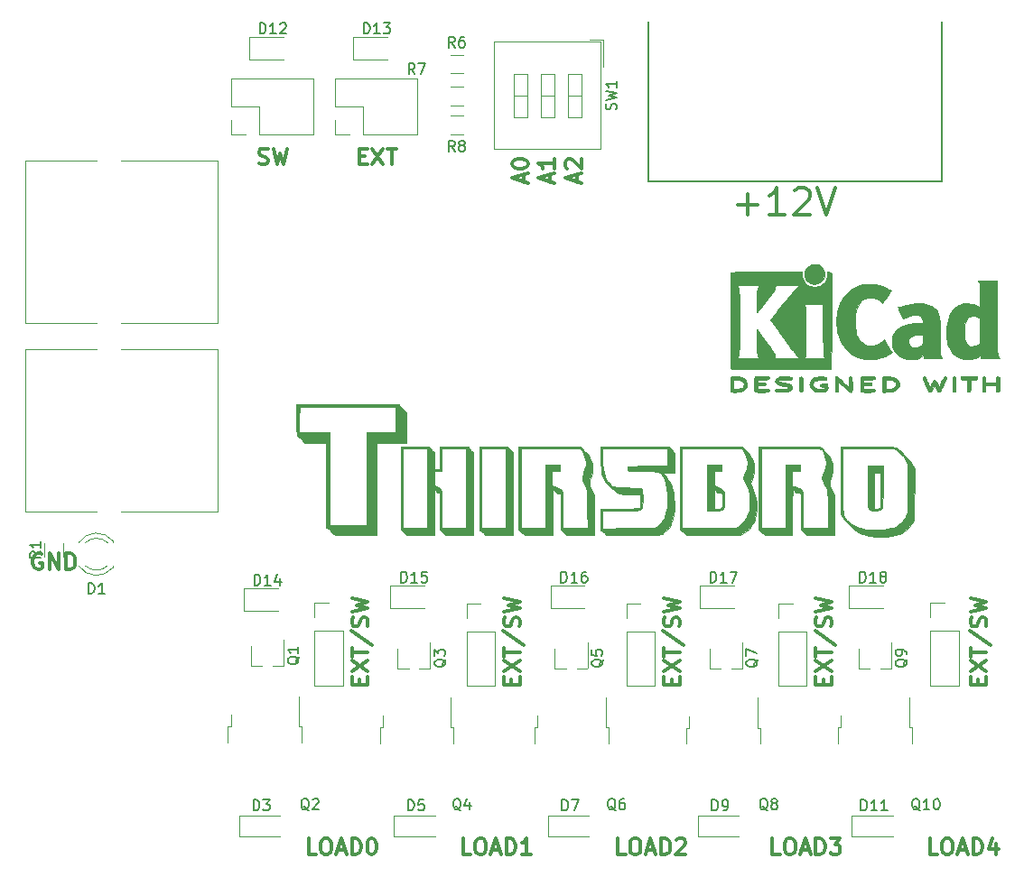
<source format=gto>
G04 #@! TF.GenerationSoftware,KiCad,Pcbnew,(5.0.0-rc2-dev-340-g7483a73a5)*
G04 #@! TF.CreationDate,2018-04-20T20:04:13+02:00*
G04 #@! TF.ProjectId,PWRCTRLBRD,5057524354524C4252442E6B69636164,rev?*
G04 #@! TF.SameCoordinates,Original*
G04 #@! TF.FileFunction,Legend,Top*
G04 #@! TF.FilePolarity,Positive*
%FSLAX46Y46*%
G04 Gerber Fmt 4.6, Leading zero omitted, Abs format (unit mm)*
G04 Created by KiCad (PCBNEW (5.0.0-rc2-dev-340-g7483a73a5)) date 04/20/18 20:04:13*
%MOMM*%
%LPD*%
G01*
G04 APERTURE LIST*
%ADD10C,0.300000*%
%ADD11C,0.200000*%
%ADD12C,0.010000*%
%ADD13C,0.120000*%
%ADD14C,0.150000*%
G04 APERTURE END LIST*
D10*
X147466857Y-88334857D02*
X147966857Y-88334857D01*
X148181142Y-89120571D02*
X147466857Y-89120571D01*
X147466857Y-87620571D01*
X148181142Y-87620571D01*
X148681142Y-87620571D02*
X149681142Y-89120571D01*
X149681142Y-87620571D02*
X148681142Y-89120571D01*
X150038285Y-87620571D02*
X150895428Y-87620571D01*
X150466857Y-89120571D02*
X150466857Y-87620571D01*
X138038285Y-89049142D02*
X138252571Y-89120571D01*
X138609714Y-89120571D01*
X138752571Y-89049142D01*
X138824000Y-88977714D01*
X138895428Y-88834857D01*
X138895428Y-88692000D01*
X138824000Y-88549142D01*
X138752571Y-88477714D01*
X138609714Y-88406285D01*
X138324000Y-88334857D01*
X138181142Y-88263428D01*
X138109714Y-88192000D01*
X138038285Y-88049142D01*
X138038285Y-87906285D01*
X138109714Y-87763428D01*
X138181142Y-87692000D01*
X138324000Y-87620571D01*
X138681142Y-87620571D01*
X138895428Y-87692000D01*
X139395428Y-87620571D02*
X139752571Y-89120571D01*
X140038285Y-88049142D01*
X140324000Y-89120571D01*
X140681142Y-87620571D01*
X147466857Y-137906285D02*
X147466857Y-137406285D01*
X148252571Y-137192000D02*
X148252571Y-137906285D01*
X146752571Y-137906285D01*
X146752571Y-137192000D01*
X146752571Y-136692000D02*
X148252571Y-135692000D01*
X146752571Y-135692000D02*
X148252571Y-136692000D01*
X146752571Y-135334857D02*
X146752571Y-134477714D01*
X148252571Y-134906285D02*
X146752571Y-134906285D01*
X146681142Y-132906285D02*
X148609714Y-134192000D01*
X148181142Y-132477714D02*
X148252571Y-132263428D01*
X148252571Y-131906285D01*
X148181142Y-131763428D01*
X148109714Y-131692000D01*
X147966857Y-131620571D01*
X147824000Y-131620571D01*
X147681142Y-131692000D01*
X147609714Y-131763428D01*
X147538285Y-131906285D01*
X147466857Y-132192000D01*
X147395428Y-132334857D01*
X147324000Y-132406285D01*
X147181142Y-132477714D01*
X147038285Y-132477714D01*
X146895428Y-132406285D01*
X146824000Y-132334857D01*
X146752571Y-132192000D01*
X146752571Y-131834857D01*
X146824000Y-131620571D01*
X146752571Y-131120571D02*
X148252571Y-130763428D01*
X147181142Y-130477714D01*
X148252571Y-130192000D01*
X146752571Y-129834857D01*
X205466857Y-137906285D02*
X205466857Y-137406285D01*
X206252571Y-137192000D02*
X206252571Y-137906285D01*
X204752571Y-137906285D01*
X204752571Y-137192000D01*
X204752571Y-136692000D02*
X206252571Y-135692000D01*
X204752571Y-135692000D02*
X206252571Y-136692000D01*
X204752571Y-135334857D02*
X204752571Y-134477714D01*
X206252571Y-134906285D02*
X204752571Y-134906285D01*
X204681142Y-132906285D02*
X206609714Y-134192000D01*
X206181142Y-132477714D02*
X206252571Y-132263428D01*
X206252571Y-131906285D01*
X206181142Y-131763428D01*
X206109714Y-131692000D01*
X205966857Y-131620571D01*
X205824000Y-131620571D01*
X205681142Y-131692000D01*
X205609714Y-131763428D01*
X205538285Y-131906285D01*
X205466857Y-132192000D01*
X205395428Y-132334857D01*
X205324000Y-132406285D01*
X205181142Y-132477714D01*
X205038285Y-132477714D01*
X204895428Y-132406285D01*
X204824000Y-132334857D01*
X204752571Y-132192000D01*
X204752571Y-131834857D01*
X204824000Y-131620571D01*
X204752571Y-131120571D02*
X206252571Y-130763428D01*
X205181142Y-130477714D01*
X206252571Y-130192000D01*
X204752571Y-129834857D01*
X190966857Y-137906285D02*
X190966857Y-137406285D01*
X191752571Y-137192000D02*
X191752571Y-137906285D01*
X190252571Y-137906285D01*
X190252571Y-137192000D01*
X190252571Y-136692000D02*
X191752571Y-135692000D01*
X190252571Y-135692000D02*
X191752571Y-136692000D01*
X190252571Y-135334857D02*
X190252571Y-134477714D01*
X191752571Y-134906285D02*
X190252571Y-134906285D01*
X190181142Y-132906285D02*
X192109714Y-134192000D01*
X191681142Y-132477714D02*
X191752571Y-132263428D01*
X191752571Y-131906285D01*
X191681142Y-131763428D01*
X191609714Y-131692000D01*
X191466857Y-131620571D01*
X191324000Y-131620571D01*
X191181142Y-131692000D01*
X191109714Y-131763428D01*
X191038285Y-131906285D01*
X190966857Y-132192000D01*
X190895428Y-132334857D01*
X190824000Y-132406285D01*
X190681142Y-132477714D01*
X190538285Y-132477714D01*
X190395428Y-132406285D01*
X190324000Y-132334857D01*
X190252571Y-132192000D01*
X190252571Y-131834857D01*
X190324000Y-131620571D01*
X190252571Y-131120571D02*
X191752571Y-130763428D01*
X190681142Y-130477714D01*
X191752571Y-130192000D01*
X190252571Y-129834857D01*
X176716857Y-137906285D02*
X176716857Y-137406285D01*
X177502571Y-137192000D02*
X177502571Y-137906285D01*
X176002571Y-137906285D01*
X176002571Y-137192000D01*
X176002571Y-136692000D02*
X177502571Y-135692000D01*
X176002571Y-135692000D02*
X177502571Y-136692000D01*
X176002571Y-135334857D02*
X176002571Y-134477714D01*
X177502571Y-134906285D02*
X176002571Y-134906285D01*
X175931142Y-132906285D02*
X177859714Y-134192000D01*
X177431142Y-132477714D02*
X177502571Y-132263428D01*
X177502571Y-131906285D01*
X177431142Y-131763428D01*
X177359714Y-131692000D01*
X177216857Y-131620571D01*
X177074000Y-131620571D01*
X176931142Y-131692000D01*
X176859714Y-131763428D01*
X176788285Y-131906285D01*
X176716857Y-132192000D01*
X176645428Y-132334857D01*
X176574000Y-132406285D01*
X176431142Y-132477714D01*
X176288285Y-132477714D01*
X176145428Y-132406285D01*
X176074000Y-132334857D01*
X176002571Y-132192000D01*
X176002571Y-131834857D01*
X176074000Y-131620571D01*
X176002571Y-131120571D02*
X177502571Y-130763428D01*
X176431142Y-130477714D01*
X177502571Y-130192000D01*
X176002571Y-129834857D01*
X161716857Y-137906285D02*
X161716857Y-137406285D01*
X162502571Y-137192000D02*
X162502571Y-137906285D01*
X161002571Y-137906285D01*
X161002571Y-137192000D01*
X161002571Y-136692000D02*
X162502571Y-135692000D01*
X161002571Y-135692000D02*
X162502571Y-136692000D01*
X161002571Y-135334857D02*
X161002571Y-134477714D01*
X162502571Y-134906285D02*
X161002571Y-134906285D01*
X160931142Y-132906285D02*
X162859714Y-134192000D01*
X162431142Y-132477714D02*
X162502571Y-132263428D01*
X162502571Y-131906285D01*
X162431142Y-131763428D01*
X162359714Y-131692000D01*
X162216857Y-131620571D01*
X162074000Y-131620571D01*
X161931142Y-131692000D01*
X161859714Y-131763428D01*
X161788285Y-131906285D01*
X161716857Y-132192000D01*
X161645428Y-132334857D01*
X161574000Y-132406285D01*
X161431142Y-132477714D01*
X161288285Y-132477714D01*
X161145428Y-132406285D01*
X161074000Y-132334857D01*
X161002571Y-132192000D01*
X161002571Y-131834857D01*
X161074000Y-131620571D01*
X161002571Y-131120571D02*
X162502571Y-130763428D01*
X161431142Y-130477714D01*
X162502571Y-130192000D01*
X161002571Y-129834857D01*
X201645428Y-153870571D02*
X200931142Y-153870571D01*
X200931142Y-152370571D01*
X202431142Y-152370571D02*
X202716857Y-152370571D01*
X202859714Y-152442000D01*
X203002571Y-152584857D01*
X203074000Y-152870571D01*
X203074000Y-153370571D01*
X203002571Y-153656285D01*
X202859714Y-153799142D01*
X202716857Y-153870571D01*
X202431142Y-153870571D01*
X202288285Y-153799142D01*
X202145428Y-153656285D01*
X202074000Y-153370571D01*
X202074000Y-152870571D01*
X202145428Y-152584857D01*
X202288285Y-152442000D01*
X202431142Y-152370571D01*
X203645428Y-153442000D02*
X204359714Y-153442000D01*
X203502571Y-153870571D02*
X204002571Y-152370571D01*
X204502571Y-153870571D01*
X205002571Y-153870571D02*
X205002571Y-152370571D01*
X205359714Y-152370571D01*
X205574000Y-152442000D01*
X205716857Y-152584857D01*
X205788285Y-152727714D01*
X205859714Y-153013428D01*
X205859714Y-153227714D01*
X205788285Y-153513428D01*
X205716857Y-153656285D01*
X205574000Y-153799142D01*
X205359714Y-153870571D01*
X205002571Y-153870571D01*
X207145428Y-152870571D02*
X207145428Y-153870571D01*
X206788285Y-152299142D02*
X206431142Y-153370571D01*
X207359714Y-153370571D01*
X186895428Y-153870571D02*
X186181142Y-153870571D01*
X186181142Y-152370571D01*
X187681142Y-152370571D02*
X187966857Y-152370571D01*
X188109714Y-152442000D01*
X188252571Y-152584857D01*
X188324000Y-152870571D01*
X188324000Y-153370571D01*
X188252571Y-153656285D01*
X188109714Y-153799142D01*
X187966857Y-153870571D01*
X187681142Y-153870571D01*
X187538285Y-153799142D01*
X187395428Y-153656285D01*
X187324000Y-153370571D01*
X187324000Y-152870571D01*
X187395428Y-152584857D01*
X187538285Y-152442000D01*
X187681142Y-152370571D01*
X188895428Y-153442000D02*
X189609714Y-153442000D01*
X188752571Y-153870571D02*
X189252571Y-152370571D01*
X189752571Y-153870571D01*
X190252571Y-153870571D02*
X190252571Y-152370571D01*
X190609714Y-152370571D01*
X190824000Y-152442000D01*
X190966857Y-152584857D01*
X191038285Y-152727714D01*
X191109714Y-153013428D01*
X191109714Y-153227714D01*
X191038285Y-153513428D01*
X190966857Y-153656285D01*
X190824000Y-153799142D01*
X190609714Y-153870571D01*
X190252571Y-153870571D01*
X191609714Y-152370571D02*
X192538285Y-152370571D01*
X192038285Y-152942000D01*
X192252571Y-152942000D01*
X192395428Y-153013428D01*
X192466857Y-153084857D01*
X192538285Y-153227714D01*
X192538285Y-153584857D01*
X192466857Y-153727714D01*
X192395428Y-153799142D01*
X192252571Y-153870571D01*
X191824000Y-153870571D01*
X191681142Y-153799142D01*
X191609714Y-153727714D01*
X172395428Y-153870571D02*
X171681142Y-153870571D01*
X171681142Y-152370571D01*
X173181142Y-152370571D02*
X173466857Y-152370571D01*
X173609714Y-152442000D01*
X173752571Y-152584857D01*
X173824000Y-152870571D01*
X173824000Y-153370571D01*
X173752571Y-153656285D01*
X173609714Y-153799142D01*
X173466857Y-153870571D01*
X173181142Y-153870571D01*
X173038285Y-153799142D01*
X172895428Y-153656285D01*
X172824000Y-153370571D01*
X172824000Y-152870571D01*
X172895428Y-152584857D01*
X173038285Y-152442000D01*
X173181142Y-152370571D01*
X174395428Y-153442000D02*
X175109714Y-153442000D01*
X174252571Y-153870571D02*
X174752571Y-152370571D01*
X175252571Y-153870571D01*
X175752571Y-153870571D02*
X175752571Y-152370571D01*
X176109714Y-152370571D01*
X176324000Y-152442000D01*
X176466857Y-152584857D01*
X176538285Y-152727714D01*
X176609714Y-153013428D01*
X176609714Y-153227714D01*
X176538285Y-153513428D01*
X176466857Y-153656285D01*
X176324000Y-153799142D01*
X176109714Y-153870571D01*
X175752571Y-153870571D01*
X177181142Y-152513428D02*
X177252571Y-152442000D01*
X177395428Y-152370571D01*
X177752571Y-152370571D01*
X177895428Y-152442000D01*
X177966857Y-152513428D01*
X178038285Y-152656285D01*
X178038285Y-152799142D01*
X177966857Y-153013428D01*
X177109714Y-153870571D01*
X178038285Y-153870571D01*
X157895428Y-153870571D02*
X157181142Y-153870571D01*
X157181142Y-152370571D01*
X158681142Y-152370571D02*
X158966857Y-152370571D01*
X159109714Y-152442000D01*
X159252571Y-152584857D01*
X159324000Y-152870571D01*
X159324000Y-153370571D01*
X159252571Y-153656285D01*
X159109714Y-153799142D01*
X158966857Y-153870571D01*
X158681142Y-153870571D01*
X158538285Y-153799142D01*
X158395428Y-153656285D01*
X158324000Y-153370571D01*
X158324000Y-152870571D01*
X158395428Y-152584857D01*
X158538285Y-152442000D01*
X158681142Y-152370571D01*
X159895428Y-153442000D02*
X160609714Y-153442000D01*
X159752571Y-153870571D02*
X160252571Y-152370571D01*
X160752571Y-153870571D01*
X161252571Y-153870571D02*
X161252571Y-152370571D01*
X161609714Y-152370571D01*
X161824000Y-152442000D01*
X161966857Y-152584857D01*
X162038285Y-152727714D01*
X162109714Y-153013428D01*
X162109714Y-153227714D01*
X162038285Y-153513428D01*
X161966857Y-153656285D01*
X161824000Y-153799142D01*
X161609714Y-153870571D01*
X161252571Y-153870571D01*
X163538285Y-153870571D02*
X162681142Y-153870571D01*
X163109714Y-153870571D02*
X163109714Y-152370571D01*
X162966857Y-152584857D01*
X162824000Y-152727714D01*
X162681142Y-152799142D01*
X143395428Y-153870571D02*
X142681142Y-153870571D01*
X142681142Y-152370571D01*
X144181142Y-152370571D02*
X144466857Y-152370571D01*
X144609714Y-152442000D01*
X144752571Y-152584857D01*
X144824000Y-152870571D01*
X144824000Y-153370571D01*
X144752571Y-153656285D01*
X144609714Y-153799142D01*
X144466857Y-153870571D01*
X144181142Y-153870571D01*
X144038285Y-153799142D01*
X143895428Y-153656285D01*
X143824000Y-153370571D01*
X143824000Y-152870571D01*
X143895428Y-152584857D01*
X144038285Y-152442000D01*
X144181142Y-152370571D01*
X145395428Y-153442000D02*
X146109714Y-153442000D01*
X145252571Y-153870571D02*
X145752571Y-152370571D01*
X146252571Y-153870571D01*
X146752571Y-153870571D02*
X146752571Y-152370571D01*
X147109714Y-152370571D01*
X147324000Y-152442000D01*
X147466857Y-152584857D01*
X147538285Y-152727714D01*
X147609714Y-153013428D01*
X147609714Y-153227714D01*
X147538285Y-153513428D01*
X147466857Y-153656285D01*
X147324000Y-153799142D01*
X147109714Y-153870571D01*
X146752571Y-153870571D01*
X148538285Y-152370571D02*
X148681142Y-152370571D01*
X148824000Y-152442000D01*
X148895428Y-152513428D01*
X148966857Y-152656285D01*
X149038285Y-152942000D01*
X149038285Y-153299142D01*
X148966857Y-153584857D01*
X148895428Y-153727714D01*
X148824000Y-153799142D01*
X148681142Y-153870571D01*
X148538285Y-153870571D01*
X148395428Y-153799142D01*
X148324000Y-153727714D01*
X148252571Y-153584857D01*
X148181142Y-153299142D01*
X148181142Y-152942000D01*
X148252571Y-152656285D01*
X148324000Y-152513428D01*
X148395428Y-152442000D01*
X148538285Y-152370571D01*
D11*
X174574000Y-90692000D02*
X174574000Y-75692000D01*
X202074000Y-90692000D02*
X174574000Y-90692000D01*
X202074000Y-75692000D02*
X202074000Y-90692000D01*
D10*
X167824000Y-90763428D02*
X167824000Y-90049142D01*
X168252571Y-90906285D02*
X166752571Y-90406285D01*
X168252571Y-89906285D01*
X166895428Y-89477714D02*
X166824000Y-89406285D01*
X166752571Y-89263428D01*
X166752571Y-88906285D01*
X166824000Y-88763428D01*
X166895428Y-88692000D01*
X167038285Y-88620571D01*
X167181142Y-88620571D01*
X167395428Y-88692000D01*
X168252571Y-89549142D01*
X168252571Y-88620571D01*
X165324000Y-90763428D02*
X165324000Y-90049142D01*
X165752571Y-90906285D02*
X164252571Y-90406285D01*
X165752571Y-89906285D01*
X165752571Y-88620571D02*
X165752571Y-89477714D01*
X165752571Y-89049142D02*
X164252571Y-89049142D01*
X164466857Y-89192000D01*
X164609714Y-89334857D01*
X164681142Y-89477714D01*
X162824000Y-90763428D02*
X162824000Y-90049142D01*
X163252571Y-90906285D02*
X161752571Y-90406285D01*
X163252571Y-89906285D01*
X161752571Y-89120571D02*
X161752571Y-88977714D01*
X161824000Y-88834857D01*
X161895428Y-88763428D01*
X162038285Y-88692000D01*
X162324000Y-88620571D01*
X162681142Y-88620571D01*
X162966857Y-88692000D01*
X163109714Y-88763428D01*
X163181142Y-88834857D01*
X163252571Y-88977714D01*
X163252571Y-89120571D01*
X163181142Y-89263428D01*
X163109714Y-89334857D01*
X162966857Y-89406285D01*
X162681142Y-89477714D01*
X162324000Y-89477714D01*
X162038285Y-89406285D01*
X161895428Y-89334857D01*
X161824000Y-89263428D01*
X161752571Y-89120571D01*
X182919238Y-92870571D02*
X184824000Y-92870571D01*
X183871619Y-93822952D02*
X183871619Y-91918190D01*
X187324000Y-93822952D02*
X185895428Y-93822952D01*
X186609714Y-93822952D02*
X186609714Y-91322952D01*
X186371619Y-91680095D01*
X186133523Y-91918190D01*
X185895428Y-92037238D01*
X188276380Y-91561047D02*
X188395428Y-91442000D01*
X188633523Y-91322952D01*
X189228761Y-91322952D01*
X189466857Y-91442000D01*
X189585904Y-91561047D01*
X189704952Y-91799142D01*
X189704952Y-92037238D01*
X189585904Y-92394380D01*
X188157333Y-93822952D01*
X189704952Y-93822952D01*
X190419238Y-91322952D02*
X191252571Y-93822952D01*
X192085904Y-91322952D01*
X117681142Y-125692000D02*
X117538285Y-125620571D01*
X117324000Y-125620571D01*
X117109714Y-125692000D01*
X116966857Y-125834857D01*
X116895428Y-125977714D01*
X116824000Y-126263428D01*
X116824000Y-126477714D01*
X116895428Y-126763428D01*
X116966857Y-126906285D01*
X117109714Y-127049142D01*
X117324000Y-127120571D01*
X117466857Y-127120571D01*
X117681142Y-127049142D01*
X117752571Y-126977714D01*
X117752571Y-126477714D01*
X117466857Y-126477714D01*
X118395428Y-127120571D02*
X118395428Y-125620571D01*
X119252571Y-127120571D01*
X119252571Y-125620571D01*
X119966857Y-127120571D02*
X119966857Y-125620571D01*
X120324000Y-125620571D01*
X120538285Y-125692000D01*
X120681142Y-125834857D01*
X120752571Y-125977714D01*
X120824000Y-126263428D01*
X120824000Y-126477714D01*
X120752571Y-126763428D01*
X120681142Y-126906285D01*
X120538285Y-127049142D01*
X120324000Y-127120571D01*
X119966857Y-127120571D01*
D12*
G36*
X181417164Y-117873446D02*
X181057496Y-117888021D01*
X180697828Y-117902597D01*
X180697828Y-119271046D01*
X181003856Y-119356129D01*
X181252255Y-119448583D01*
X181446309Y-119580763D01*
X181499950Y-119631278D01*
X181690015Y-119821343D01*
X181690015Y-120535477D01*
X181684546Y-120889975D01*
X181660196Y-121157621D01*
X181605047Y-121350538D01*
X181507185Y-121480849D01*
X181354694Y-121560676D01*
X181135658Y-121602141D01*
X180838160Y-121617368D01*
X180625007Y-121618954D01*
X180052906Y-121618954D01*
X180052906Y-121420516D01*
X180697828Y-121420516D01*
X180984446Y-121420516D01*
X181202666Y-121403916D01*
X181357493Y-121357601D01*
X181381321Y-121343289D01*
X181426654Y-121305796D01*
X181457511Y-121256262D01*
X181476662Y-121176697D01*
X181486876Y-121049110D01*
X181490921Y-120855512D01*
X181491578Y-120626993D01*
X181491578Y-119987924D01*
X181255933Y-119954383D01*
X181023920Y-119885877D01*
X180859058Y-119767979D01*
X180697828Y-119615115D01*
X180697828Y-121420516D01*
X180052906Y-121420516D01*
X180052906Y-117302938D01*
X181446920Y-117302938D01*
X181417164Y-117873446D01*
X181417164Y-117873446D01*
G37*
X181417164Y-117873446D02*
X181057496Y-117888021D01*
X180697828Y-117902597D01*
X180697828Y-119271046D01*
X181003856Y-119356129D01*
X181252255Y-119448583D01*
X181446309Y-119580763D01*
X181499950Y-119631278D01*
X181690015Y-119821343D01*
X181690015Y-120535477D01*
X181684546Y-120889975D01*
X181660196Y-121157621D01*
X181605047Y-121350538D01*
X181507185Y-121480849D01*
X181354694Y-121560676D01*
X181135658Y-121602141D01*
X180838160Y-121617368D01*
X180625007Y-121618954D01*
X180052906Y-121618954D01*
X180052906Y-121420516D01*
X180697828Y-121420516D01*
X180984446Y-121420516D01*
X181202666Y-121403916D01*
X181357493Y-121357601D01*
X181381321Y-121343289D01*
X181426654Y-121305796D01*
X181457511Y-121256262D01*
X181476662Y-121176697D01*
X181486876Y-121049110D01*
X181490921Y-120855512D01*
X181491578Y-120626993D01*
X181491578Y-119987924D01*
X181255933Y-119954383D01*
X181023920Y-119885877D01*
X180859058Y-119767979D01*
X180697828Y-119615115D01*
X180697828Y-121420516D01*
X180052906Y-121420516D01*
X180052906Y-117302938D01*
X181446920Y-117302938D01*
X181417164Y-117873446D01*
G36*
X196523219Y-119340184D02*
X196521989Y-119828405D01*
X196518429Y-120264005D01*
X196512728Y-120638934D01*
X196505078Y-120945146D01*
X196495670Y-121174592D01*
X196484696Y-121319225D01*
X196475056Y-121368202D01*
X196369927Y-121471426D01*
X196195075Y-121549512D01*
X195977844Y-121597893D01*
X195745574Y-121612000D01*
X195525608Y-121587265D01*
X195400970Y-121547669D01*
X195323749Y-121513506D01*
X195260234Y-121478323D01*
X195209089Y-121432720D01*
X195168972Y-121367296D01*
X195138547Y-121272652D01*
X195116474Y-121139387D01*
X195101415Y-120958103D01*
X195092031Y-120719398D01*
X195086982Y-120413873D01*
X195084931Y-120032128D01*
X195084539Y-119564763D01*
X195084547Y-119325884D01*
X195084547Y-118047079D01*
X195729469Y-118047079D01*
X195729469Y-121420516D01*
X195899872Y-121420516D01*
X196060110Y-121405893D01*
X196197528Y-121372134D01*
X196324781Y-121323753D01*
X196324781Y-118047079D01*
X195729469Y-118047079D01*
X195084547Y-118047079D01*
X195084547Y-117402157D01*
X196523219Y-117402157D01*
X196523219Y-119340184D01*
X196523219Y-119340184D01*
G37*
X196523219Y-119340184D02*
X196521989Y-119828405D01*
X196518429Y-120264005D01*
X196512728Y-120638934D01*
X196505078Y-120945146D01*
X196495670Y-121174592D01*
X196484696Y-121319225D01*
X196475056Y-121368202D01*
X196369927Y-121471426D01*
X196195075Y-121549512D01*
X195977844Y-121597893D01*
X195745574Y-121612000D01*
X195525608Y-121587265D01*
X195400970Y-121547669D01*
X195323749Y-121513506D01*
X195260234Y-121478323D01*
X195209089Y-121432720D01*
X195168972Y-121367296D01*
X195138547Y-121272652D01*
X195116474Y-121139387D01*
X195101415Y-120958103D01*
X195092031Y-120719398D01*
X195086982Y-120413873D01*
X195084931Y-120032128D01*
X195084539Y-119564763D01*
X195084547Y-119325884D01*
X195084547Y-118047079D01*
X195729469Y-118047079D01*
X195729469Y-121420516D01*
X195899872Y-121420516D01*
X196060110Y-121405893D01*
X196197528Y-121372134D01*
X196324781Y-121323753D01*
X196324781Y-118047079D01*
X195729469Y-118047079D01*
X195084547Y-118047079D01*
X195084547Y-117402157D01*
X196523219Y-117402157D01*
X196523219Y-119340184D01*
G36*
X187729957Y-115567287D02*
X188252237Y-115567916D01*
X188746869Y-115569481D01*
X189204577Y-115571890D01*
X189616085Y-115575046D01*
X189972114Y-115578855D01*
X190263390Y-115583223D01*
X190480635Y-115588054D01*
X190614573Y-115593255D01*
X190654118Y-115597148D01*
X190728906Y-115644483D01*
X190850693Y-115751303D01*
X191002252Y-115901465D01*
X191156897Y-116068195D01*
X191333072Y-116270331D01*
X191457030Y-116428702D01*
X191545598Y-116570793D01*
X191615608Y-116724091D01*
X191683889Y-116916080D01*
X191692990Y-116943706D01*
X191787299Y-117281227D01*
X191830154Y-117583101D01*
X191820931Y-117880009D01*
X191759007Y-118202631D01*
X191660737Y-118531233D01*
X191584753Y-118767753D01*
X191540383Y-118932510D01*
X191523922Y-119046460D01*
X191531665Y-119130561D01*
X191546688Y-119176155D01*
X191590303Y-119280932D01*
X191661086Y-119448626D01*
X191747085Y-119650974D01*
X191793034Y-119758602D01*
X191983961Y-120205086D01*
X191998089Y-122053036D01*
X192012217Y-123900985D01*
X189404273Y-123897367D01*
X189119019Y-123628477D01*
X188833765Y-123359588D01*
X188833765Y-119987924D01*
X188615060Y-119955127D01*
X188386915Y-119879457D01*
X188258513Y-119778454D01*
X188161995Y-119687299D01*
X188091543Y-119637639D01*
X188080343Y-119634579D01*
X188071850Y-119682499D01*
X188063965Y-119819510D01*
X188056880Y-120035481D01*
X188050786Y-120320285D01*
X188045875Y-120663793D01*
X188042338Y-121055877D01*
X188040367Y-121486407D01*
X188040015Y-121767782D01*
X188040015Y-123900985D01*
X186737769Y-123899915D01*
X185435523Y-123898844D01*
X184914625Y-123397854D01*
X184914625Y-115765047D01*
X185113062Y-115765047D01*
X185113062Y-123256063D01*
X187395094Y-123256063D01*
X187395094Y-117302938D01*
X188784156Y-117302938D01*
X188784156Y-117898250D01*
X188040015Y-117898250D01*
X188040015Y-119282817D01*
X188226051Y-119316634D01*
X188436650Y-119376465D01*
X188648854Y-119471983D01*
X188829980Y-119585694D01*
X188947342Y-119700103D01*
X188950067Y-119704170D01*
X188972305Y-119747466D01*
X188990193Y-119809228D01*
X189004188Y-119899747D01*
X189014753Y-120029318D01*
X189022345Y-120208232D01*
X189027426Y-120446782D01*
X189030455Y-120755260D01*
X189031891Y-121143960D01*
X189032203Y-121542794D01*
X189032203Y-123256063D01*
X191363844Y-123256063D01*
X191363844Y-121552306D01*
X191363719Y-121076492D01*
X191362153Y-120686882D01*
X191357361Y-120370461D01*
X191347557Y-120114214D01*
X191330955Y-119905127D01*
X191305768Y-119730186D01*
X191270211Y-119576375D01*
X191222497Y-119430680D01*
X191160841Y-119280086D01*
X191083457Y-119111580D01*
X191006795Y-118950451D01*
X190834451Y-118588785D01*
X190999919Y-118082287D01*
X191073669Y-117840994D01*
X191137412Y-117604061D01*
X191182311Y-117405779D01*
X191196550Y-117319440D01*
X191199146Y-117062320D01*
X191157001Y-116768806D01*
X191078777Y-116468248D01*
X190973136Y-116189997D01*
X190848741Y-115963404D01*
X190766473Y-115862208D01*
X190742742Y-115841387D01*
X190711294Y-115823773D01*
X190664204Y-115809098D01*
X190593548Y-115797093D01*
X190491404Y-115787491D01*
X190349847Y-115780025D01*
X190160953Y-115774426D01*
X189916799Y-115770427D01*
X189609462Y-115767759D01*
X189231017Y-115766156D01*
X188773541Y-115765350D01*
X188229110Y-115765072D01*
X187891187Y-115765047D01*
X185113062Y-115765047D01*
X184914625Y-115765047D01*
X184914625Y-115566610D01*
X187729957Y-115567287D01*
X187729957Y-115567287D01*
G37*
X187729957Y-115567287D02*
X188252237Y-115567916D01*
X188746869Y-115569481D01*
X189204577Y-115571890D01*
X189616085Y-115575046D01*
X189972114Y-115578855D01*
X190263390Y-115583223D01*
X190480635Y-115588054D01*
X190614573Y-115593255D01*
X190654118Y-115597148D01*
X190728906Y-115644483D01*
X190850693Y-115751303D01*
X191002252Y-115901465D01*
X191156897Y-116068195D01*
X191333072Y-116270331D01*
X191457030Y-116428702D01*
X191545598Y-116570793D01*
X191615608Y-116724091D01*
X191683889Y-116916080D01*
X191692990Y-116943706D01*
X191787299Y-117281227D01*
X191830154Y-117583101D01*
X191820931Y-117880009D01*
X191759007Y-118202631D01*
X191660737Y-118531233D01*
X191584753Y-118767753D01*
X191540383Y-118932510D01*
X191523922Y-119046460D01*
X191531665Y-119130561D01*
X191546688Y-119176155D01*
X191590303Y-119280932D01*
X191661086Y-119448626D01*
X191747085Y-119650974D01*
X191793034Y-119758602D01*
X191983961Y-120205086D01*
X191998089Y-122053036D01*
X192012217Y-123900985D01*
X189404273Y-123897367D01*
X189119019Y-123628477D01*
X188833765Y-123359588D01*
X188833765Y-119987924D01*
X188615060Y-119955127D01*
X188386915Y-119879457D01*
X188258513Y-119778454D01*
X188161995Y-119687299D01*
X188091543Y-119637639D01*
X188080343Y-119634579D01*
X188071850Y-119682499D01*
X188063965Y-119819510D01*
X188056880Y-120035481D01*
X188050786Y-120320285D01*
X188045875Y-120663793D01*
X188042338Y-121055877D01*
X188040367Y-121486407D01*
X188040015Y-121767782D01*
X188040015Y-123900985D01*
X186737769Y-123899915D01*
X185435523Y-123898844D01*
X184914625Y-123397854D01*
X184914625Y-115765047D01*
X185113062Y-115765047D01*
X185113062Y-123256063D01*
X187395094Y-123256063D01*
X187395094Y-117302938D01*
X188784156Y-117302938D01*
X188784156Y-117898250D01*
X188040015Y-117898250D01*
X188040015Y-119282817D01*
X188226051Y-119316634D01*
X188436650Y-119376465D01*
X188648854Y-119471983D01*
X188829980Y-119585694D01*
X188947342Y-119700103D01*
X188950067Y-119704170D01*
X188972305Y-119747466D01*
X188990193Y-119809228D01*
X189004188Y-119899747D01*
X189014753Y-120029318D01*
X189022345Y-120208232D01*
X189027426Y-120446782D01*
X189030455Y-120755260D01*
X189031891Y-121143960D01*
X189032203Y-121542794D01*
X189032203Y-123256063D01*
X191363844Y-123256063D01*
X191363844Y-121552306D01*
X191363719Y-121076492D01*
X191362153Y-120686882D01*
X191357361Y-120370461D01*
X191347557Y-120114214D01*
X191330955Y-119905127D01*
X191305768Y-119730186D01*
X191270211Y-119576375D01*
X191222497Y-119430680D01*
X191160841Y-119280086D01*
X191083457Y-119111580D01*
X191006795Y-118950451D01*
X190834451Y-118588785D01*
X190999919Y-118082287D01*
X191073669Y-117840994D01*
X191137412Y-117604061D01*
X191182311Y-117405779D01*
X191196550Y-117319440D01*
X191199146Y-117062320D01*
X191157001Y-116768806D01*
X191078777Y-116468248D01*
X190973136Y-116189997D01*
X190848741Y-115963404D01*
X190766473Y-115862208D01*
X190742742Y-115841387D01*
X190711294Y-115823773D01*
X190664204Y-115809098D01*
X190593548Y-115797093D01*
X190491404Y-115787491D01*
X190349847Y-115780025D01*
X190160953Y-115774426D01*
X189916799Y-115770427D01*
X189609462Y-115767759D01*
X189231017Y-115766156D01*
X188773541Y-115765350D01*
X188229110Y-115765072D01*
X187891187Y-115765047D01*
X185113062Y-115765047D01*
X184914625Y-115765047D01*
X184914625Y-115566610D01*
X187729957Y-115567287D01*
G36*
X182093774Y-115575994D02*
X182515720Y-115580230D01*
X182849022Y-115586659D01*
X183090710Y-115595247D01*
X183237814Y-115605955D01*
X183277515Y-115612790D01*
X183407089Y-115678276D01*
X183568145Y-115811893D01*
X183770133Y-116021607D01*
X183793850Y-116048083D01*
X183998473Y-116290576D01*
X184148034Y-116505902D01*
X184260119Y-116727421D01*
X184352314Y-116988494D01*
X184420768Y-117237272D01*
X184466479Y-117445765D01*
X184486507Y-117634839D01*
X184478359Y-117826948D01*
X184439545Y-118044542D01*
X184367570Y-118310077D01*
X184266620Y-118625959D01*
X184115378Y-119080816D01*
X184266583Y-119380352D01*
X184486852Y-119891201D01*
X184625419Y-120400175D01*
X184691051Y-120924422D01*
X184701780Y-121486874D01*
X184656592Y-121973158D01*
X184554541Y-122389704D01*
X184433683Y-122672573D01*
X184240617Y-122977767D01*
X183993809Y-123275856D01*
X183720606Y-123537376D01*
X183451148Y-123731234D01*
X183203101Y-123876180D01*
X180648219Y-123887864D01*
X178093336Y-123899547D01*
X177807779Y-123629286D01*
X177522222Y-123359024D01*
X177534927Y-119475219D01*
X177547064Y-115765047D01*
X177721265Y-115765047D01*
X177721265Y-123256063D01*
X180109162Y-123256063D01*
X180754579Y-123254991D01*
X181303246Y-123251739D01*
X181757608Y-123246254D01*
X182120112Y-123238482D01*
X182393202Y-123228370D01*
X182579324Y-123215865D01*
X182680925Y-123200913D01*
X182684804Y-123199813D01*
X182905488Y-123097200D01*
X183145357Y-122924401D01*
X183381542Y-122701096D01*
X183591174Y-122446965D01*
X183637210Y-122380232D01*
X183775446Y-122161702D01*
X183877634Y-121969057D01*
X183949107Y-121780426D01*
X183995201Y-121573937D01*
X184021250Y-121327720D01*
X184032588Y-121019903D01*
X184034634Y-120750789D01*
X184033698Y-120443126D01*
X184028481Y-120212073D01*
X184016487Y-120035038D01*
X183995218Y-119889429D01*
X183962177Y-119752654D01*
X183914867Y-119602119D01*
X183904168Y-119570417D01*
X183817882Y-119336088D01*
X183717003Y-119090855D01*
X183623120Y-118887154D01*
X183621655Y-118884246D01*
X183470444Y-118584697D01*
X183643464Y-118055439D01*
X183741999Y-117743598D01*
X183807748Y-117501322D01*
X183843419Y-117305520D01*
X183851719Y-117133103D01*
X183835355Y-116960982D01*
X183797035Y-116766068D01*
X183795466Y-116759148D01*
X183721425Y-116465542D01*
X183646395Y-116245286D01*
X183559872Y-116072968D01*
X183451354Y-115923176D01*
X183448575Y-115919864D01*
X183318305Y-115765047D01*
X177721265Y-115765047D01*
X177547064Y-115765047D01*
X177547633Y-115591414D01*
X180325758Y-115576812D01*
X180995824Y-115574249D01*
X181586152Y-115573989D01*
X182093774Y-115575994D01*
X182093774Y-115575994D01*
G37*
X182093774Y-115575994D02*
X182515720Y-115580230D01*
X182849022Y-115586659D01*
X183090710Y-115595247D01*
X183237814Y-115605955D01*
X183277515Y-115612790D01*
X183407089Y-115678276D01*
X183568145Y-115811893D01*
X183770133Y-116021607D01*
X183793850Y-116048083D01*
X183998473Y-116290576D01*
X184148034Y-116505902D01*
X184260119Y-116727421D01*
X184352314Y-116988494D01*
X184420768Y-117237272D01*
X184466479Y-117445765D01*
X184486507Y-117634839D01*
X184478359Y-117826948D01*
X184439545Y-118044542D01*
X184367570Y-118310077D01*
X184266620Y-118625959D01*
X184115378Y-119080816D01*
X184266583Y-119380352D01*
X184486852Y-119891201D01*
X184625419Y-120400175D01*
X184691051Y-120924422D01*
X184701780Y-121486874D01*
X184656592Y-121973158D01*
X184554541Y-122389704D01*
X184433683Y-122672573D01*
X184240617Y-122977767D01*
X183993809Y-123275856D01*
X183720606Y-123537376D01*
X183451148Y-123731234D01*
X183203101Y-123876180D01*
X180648219Y-123887864D01*
X178093336Y-123899547D01*
X177807779Y-123629286D01*
X177522222Y-123359024D01*
X177534927Y-119475219D01*
X177547064Y-115765047D01*
X177721265Y-115765047D01*
X177721265Y-123256063D01*
X180109162Y-123256063D01*
X180754579Y-123254991D01*
X181303246Y-123251739D01*
X181757608Y-123246254D01*
X182120112Y-123238482D01*
X182393202Y-123228370D01*
X182579324Y-123215865D01*
X182680925Y-123200913D01*
X182684804Y-123199813D01*
X182905488Y-123097200D01*
X183145357Y-122924401D01*
X183381542Y-122701096D01*
X183591174Y-122446965D01*
X183637210Y-122380232D01*
X183775446Y-122161702D01*
X183877634Y-121969057D01*
X183949107Y-121780426D01*
X183995201Y-121573937D01*
X184021250Y-121327720D01*
X184032588Y-121019903D01*
X184034634Y-120750789D01*
X184033698Y-120443126D01*
X184028481Y-120212073D01*
X184016487Y-120035038D01*
X183995218Y-119889429D01*
X183962177Y-119752654D01*
X183914867Y-119602119D01*
X183904168Y-119570417D01*
X183817882Y-119336088D01*
X183717003Y-119090855D01*
X183623120Y-118887154D01*
X183621655Y-118884246D01*
X183470444Y-118584697D01*
X183643464Y-118055439D01*
X183741999Y-117743598D01*
X183807748Y-117501322D01*
X183843419Y-117305520D01*
X183851719Y-117133103D01*
X183835355Y-116960982D01*
X183797035Y-116766068D01*
X183795466Y-116759148D01*
X183721425Y-116465542D01*
X183646395Y-116245286D01*
X183559872Y-116072968D01*
X183451354Y-115923176D01*
X183448575Y-115919864D01*
X183318305Y-115765047D01*
X177721265Y-115765047D01*
X177547064Y-115765047D01*
X177547633Y-115591414D01*
X180325758Y-115576812D01*
X180995824Y-115574249D01*
X181586152Y-115573989D01*
X182093774Y-115575994D01*
G36*
X177028918Y-116163359D02*
X177015424Y-117092817D01*
X177001929Y-118022274D01*
X176440628Y-118047079D01*
X175879327Y-118071883D01*
X176199032Y-118426586D01*
X176358199Y-118617184D01*
X176505626Y-118818088D01*
X176616777Y-118995060D01*
X176643367Y-119046703D01*
X176786808Y-119433684D01*
X176891091Y-119886161D01*
X176956319Y-120383154D01*
X176982593Y-120903683D01*
X176970015Y-121426768D01*
X176918685Y-121931428D01*
X176828705Y-122396683D01*
X176700177Y-122801553D01*
X176624412Y-122969085D01*
X176491400Y-123176827D01*
X176307696Y-123395777D01*
X176102642Y-123595136D01*
X175905580Y-123744102D01*
X175862135Y-123769255D01*
X175815159Y-123793183D01*
X175765394Y-123813308D01*
X175704171Y-123830016D01*
X175622819Y-123843693D01*
X175512669Y-123854723D01*
X175365052Y-123863493D01*
X175171299Y-123870388D01*
X174922740Y-123875794D01*
X174610705Y-123880096D01*
X174226526Y-123883679D01*
X173761533Y-123886930D01*
X173207057Y-123890235D01*
X173132367Y-123890663D01*
X170602257Y-123905146D01*
X170381120Y-123679823D01*
X170256206Y-123562343D01*
X170151158Y-123480827D01*
X170094870Y-123454500D01*
X170072329Y-123436052D01*
X170056096Y-123373421D01*
X170045611Y-123255684D01*
X170040312Y-123071914D01*
X170039635Y-122811185D01*
X170043019Y-122462573D01*
X170043187Y-122449911D01*
X170056617Y-121445321D01*
X171847402Y-121420516D01*
X172338926Y-121412980D01*
X172739820Y-121405039D01*
X173058675Y-121396268D01*
X173304081Y-121386239D01*
X173484626Y-121374527D01*
X173608902Y-121360706D01*
X173685497Y-121344350D01*
X173720156Y-121327625D01*
X173756291Y-121281365D01*
X173780320Y-121202093D01*
X173794467Y-121072096D01*
X173800952Y-120873667D01*
X173802125Y-120674166D01*
X173802125Y-120088793D01*
X172871949Y-120072526D01*
X172505279Y-120064472D01*
X172218347Y-120050372D01*
X171991677Y-120023648D01*
X171805788Y-119977720D01*
X171641202Y-119906009D01*
X171478442Y-119801938D01*
X171298029Y-119658926D01*
X171080484Y-119470396D01*
X171075087Y-119465647D01*
X170801222Y-119206060D01*
X170579245Y-118948613D01*
X170404225Y-118679303D01*
X170271234Y-118384127D01*
X170175341Y-118049083D01*
X170111617Y-117660167D01*
X170075132Y-117203376D01*
X170060956Y-116664708D01*
X170060478Y-116583602D01*
X170057293Y-115765047D01*
X170219727Y-115765047D01*
X170243268Y-116720028D01*
X170266084Y-117246817D01*
X170308626Y-117688727D01*
X170374448Y-118058769D01*
X170467106Y-118369956D01*
X170590154Y-118635299D01*
X170747148Y-118867811D01*
X170867902Y-119006263D01*
X170983685Y-119124024D01*
X171090142Y-119216465D01*
X171201262Y-119287016D01*
X171331030Y-119339108D01*
X171493434Y-119376172D01*
X171702461Y-119401637D01*
X171972098Y-119418934D01*
X172316332Y-119431495D01*
X172636304Y-119439979D01*
X172968725Y-119448528D01*
X173266119Y-119456780D01*
X173514800Y-119464306D01*
X173701082Y-119470676D01*
X173811276Y-119475461D01*
X173835788Y-119477609D01*
X173896273Y-119536681D01*
X173939791Y-119596517D01*
X173969133Y-119673758D01*
X173987090Y-119785041D01*
X173996453Y-119947006D01*
X174000013Y-120176293D01*
X174000562Y-120459938D01*
X173997736Y-120740760D01*
X173989923Y-120991331D01*
X173978122Y-121192815D01*
X173963331Y-121326377D01*
X173952400Y-121368202D01*
X173877903Y-121442223D01*
X173750172Y-121517992D01*
X173703349Y-121538574D01*
X173634629Y-121561100D01*
X173545868Y-121579101D01*
X173426112Y-121593056D01*
X173264404Y-121603445D01*
X173049789Y-121610747D01*
X172771312Y-121615442D01*
X172418016Y-121618008D01*
X171978946Y-121618925D01*
X171866355Y-121618954D01*
X170230250Y-121618954D01*
X170230250Y-123259613D01*
X172673511Y-123245436D01*
X173228926Y-123242114D01*
X173693974Y-123238882D01*
X174077510Y-123235331D01*
X174388384Y-123231050D01*
X174635450Y-123225632D01*
X174827558Y-123218667D01*
X174973561Y-123209747D01*
X175082312Y-123198462D01*
X175162662Y-123184403D01*
X175223464Y-123167162D01*
X175273569Y-123146330D01*
X175318595Y-123123230D01*
X175597529Y-122919836D01*
X175840997Y-122631796D01*
X176042723Y-122269290D01*
X176196430Y-121842501D01*
X176253689Y-121606372D01*
X176292016Y-121344546D01*
X176317076Y-121013453D01*
X176328770Y-120642164D01*
X176326995Y-120259753D01*
X176311651Y-119895294D01*
X176282637Y-119577858D01*
X176261234Y-119436141D01*
X176164929Y-119032540D01*
X176033608Y-118672712D01*
X175874443Y-118369795D01*
X175694607Y-118136931D01*
X175501276Y-117987258D01*
X175459457Y-117967553D01*
X175381068Y-117944883D01*
X175260360Y-117927352D01*
X175086588Y-117914446D01*
X174849004Y-117905652D01*
X174536862Y-117900460D01*
X174139416Y-117898356D01*
X174005699Y-117898250D01*
X173586668Y-117897619D01*
X173256549Y-117894210D01*
X173005041Y-117885751D01*
X172821837Y-117869969D01*
X172696635Y-117844592D01*
X172619130Y-117807347D01*
X172579017Y-117755962D01*
X172565994Y-117688164D01*
X172569756Y-117601681D01*
X172571614Y-117581969D01*
X172586695Y-117426961D01*
X174459449Y-117413962D01*
X176332203Y-117400964D01*
X176332203Y-115765047D01*
X170219727Y-115765047D01*
X170057293Y-115765047D01*
X170056617Y-115591414D01*
X173281226Y-115583167D01*
X176505836Y-115574919D01*
X177028918Y-116163359D01*
X177028918Y-116163359D01*
G37*
X177028918Y-116163359D02*
X177015424Y-117092817D01*
X177001929Y-118022274D01*
X176440628Y-118047079D01*
X175879327Y-118071883D01*
X176199032Y-118426586D01*
X176358199Y-118617184D01*
X176505626Y-118818088D01*
X176616777Y-118995060D01*
X176643367Y-119046703D01*
X176786808Y-119433684D01*
X176891091Y-119886161D01*
X176956319Y-120383154D01*
X176982593Y-120903683D01*
X176970015Y-121426768D01*
X176918685Y-121931428D01*
X176828705Y-122396683D01*
X176700177Y-122801553D01*
X176624412Y-122969085D01*
X176491400Y-123176827D01*
X176307696Y-123395777D01*
X176102642Y-123595136D01*
X175905580Y-123744102D01*
X175862135Y-123769255D01*
X175815159Y-123793183D01*
X175765394Y-123813308D01*
X175704171Y-123830016D01*
X175622819Y-123843693D01*
X175512669Y-123854723D01*
X175365052Y-123863493D01*
X175171299Y-123870388D01*
X174922740Y-123875794D01*
X174610705Y-123880096D01*
X174226526Y-123883679D01*
X173761533Y-123886930D01*
X173207057Y-123890235D01*
X173132367Y-123890663D01*
X170602257Y-123905146D01*
X170381120Y-123679823D01*
X170256206Y-123562343D01*
X170151158Y-123480827D01*
X170094870Y-123454500D01*
X170072329Y-123436052D01*
X170056096Y-123373421D01*
X170045611Y-123255684D01*
X170040312Y-123071914D01*
X170039635Y-122811185D01*
X170043019Y-122462573D01*
X170043187Y-122449911D01*
X170056617Y-121445321D01*
X171847402Y-121420516D01*
X172338926Y-121412980D01*
X172739820Y-121405039D01*
X173058675Y-121396268D01*
X173304081Y-121386239D01*
X173484626Y-121374527D01*
X173608902Y-121360706D01*
X173685497Y-121344350D01*
X173720156Y-121327625D01*
X173756291Y-121281365D01*
X173780320Y-121202093D01*
X173794467Y-121072096D01*
X173800952Y-120873667D01*
X173802125Y-120674166D01*
X173802125Y-120088793D01*
X172871949Y-120072526D01*
X172505279Y-120064472D01*
X172218347Y-120050372D01*
X171991677Y-120023648D01*
X171805788Y-119977720D01*
X171641202Y-119906009D01*
X171478442Y-119801938D01*
X171298029Y-119658926D01*
X171080484Y-119470396D01*
X171075087Y-119465647D01*
X170801222Y-119206060D01*
X170579245Y-118948613D01*
X170404225Y-118679303D01*
X170271234Y-118384127D01*
X170175341Y-118049083D01*
X170111617Y-117660167D01*
X170075132Y-117203376D01*
X170060956Y-116664708D01*
X170060478Y-116583602D01*
X170057293Y-115765047D01*
X170219727Y-115765047D01*
X170243268Y-116720028D01*
X170266084Y-117246817D01*
X170308626Y-117688727D01*
X170374448Y-118058769D01*
X170467106Y-118369956D01*
X170590154Y-118635299D01*
X170747148Y-118867811D01*
X170867902Y-119006263D01*
X170983685Y-119124024D01*
X171090142Y-119216465D01*
X171201262Y-119287016D01*
X171331030Y-119339108D01*
X171493434Y-119376172D01*
X171702461Y-119401637D01*
X171972098Y-119418934D01*
X172316332Y-119431495D01*
X172636304Y-119439979D01*
X172968725Y-119448528D01*
X173266119Y-119456780D01*
X173514800Y-119464306D01*
X173701082Y-119470676D01*
X173811276Y-119475461D01*
X173835788Y-119477609D01*
X173896273Y-119536681D01*
X173939791Y-119596517D01*
X173969133Y-119673758D01*
X173987090Y-119785041D01*
X173996453Y-119947006D01*
X174000013Y-120176293D01*
X174000562Y-120459938D01*
X173997736Y-120740760D01*
X173989923Y-120991331D01*
X173978122Y-121192815D01*
X173963331Y-121326377D01*
X173952400Y-121368202D01*
X173877903Y-121442223D01*
X173750172Y-121517992D01*
X173703349Y-121538574D01*
X173634629Y-121561100D01*
X173545868Y-121579101D01*
X173426112Y-121593056D01*
X173264404Y-121603445D01*
X173049789Y-121610747D01*
X172771312Y-121615442D01*
X172418016Y-121618008D01*
X171978946Y-121618925D01*
X171866355Y-121618954D01*
X170230250Y-121618954D01*
X170230250Y-123259613D01*
X172673511Y-123245436D01*
X173228926Y-123242114D01*
X173693974Y-123238882D01*
X174077510Y-123235331D01*
X174388384Y-123231050D01*
X174635450Y-123225632D01*
X174827558Y-123218667D01*
X174973561Y-123209747D01*
X175082312Y-123198462D01*
X175162662Y-123184403D01*
X175223464Y-123167162D01*
X175273569Y-123146330D01*
X175318595Y-123123230D01*
X175597529Y-122919836D01*
X175840997Y-122631796D01*
X176042723Y-122269290D01*
X176196430Y-121842501D01*
X176253689Y-121606372D01*
X176292016Y-121344546D01*
X176317076Y-121013453D01*
X176328770Y-120642164D01*
X176326995Y-120259753D01*
X176311651Y-119895294D01*
X176282637Y-119577858D01*
X176261234Y-119436141D01*
X176164929Y-119032540D01*
X176033608Y-118672712D01*
X175874443Y-118369795D01*
X175694607Y-118136931D01*
X175501276Y-117987258D01*
X175459457Y-117967553D01*
X175381068Y-117944883D01*
X175260360Y-117927352D01*
X175086588Y-117914446D01*
X174849004Y-117905652D01*
X174536862Y-117900460D01*
X174139416Y-117898356D01*
X174005699Y-117898250D01*
X173586668Y-117897619D01*
X173256549Y-117894210D01*
X173005041Y-117885751D01*
X172821837Y-117869969D01*
X172696635Y-117844592D01*
X172619130Y-117807347D01*
X172579017Y-117755962D01*
X172565994Y-117688164D01*
X172569756Y-117601681D01*
X172571614Y-117581969D01*
X172586695Y-117426961D01*
X174459449Y-117413962D01*
X176332203Y-117400964D01*
X176332203Y-115765047D01*
X170219727Y-115765047D01*
X170057293Y-115765047D01*
X170056617Y-115591414D01*
X173281226Y-115583167D01*
X176505836Y-115574919D01*
X177028918Y-116163359D01*
G36*
X165296063Y-115577851D02*
X168200158Y-115591414D01*
X168572691Y-115988289D01*
X168832604Y-116290260D01*
X169023368Y-116577063D01*
X169163174Y-116880600D01*
X169260472Y-117194477D01*
X169309179Y-117411659D01*
X169330378Y-117603917D01*
X169321916Y-117797143D01*
X169281637Y-118017231D01*
X169207389Y-118290071D01*
X169155248Y-118459467D01*
X169076898Y-118715428D01*
X169028360Y-118896776D01*
X169006250Y-119022402D01*
X169007184Y-119111194D01*
X169026406Y-119178803D01*
X169070047Y-119282426D01*
X169140588Y-119449227D01*
X169226122Y-119651068D01*
X169271753Y-119758602D01*
X169461304Y-120205086D01*
X169475432Y-122053036D01*
X169489560Y-123900985D01*
X168185589Y-123899915D01*
X166881617Y-123898844D01*
X166621816Y-123648967D01*
X166362014Y-123399090D01*
X166348964Y-121703206D01*
X166335914Y-120007323D01*
X166103270Y-119957376D01*
X165885041Y-119877292D01*
X165718798Y-119761723D01*
X165566969Y-119616016D01*
X165566969Y-123900985D01*
X164239918Y-123899915D01*
X162912867Y-123898844D01*
X162391969Y-123397854D01*
X162391969Y-115765047D01*
X162590406Y-115765047D01*
X162590406Y-123256063D01*
X164872437Y-123256063D01*
X164872437Y-117302938D01*
X166261500Y-117302938D01*
X166261500Y-117898250D01*
X165517359Y-117898250D01*
X165517359Y-119276271D01*
X165700654Y-119310657D01*
X165895054Y-119366827D01*
X166100526Y-119457024D01*
X166283930Y-119563857D01*
X166412129Y-119669934D01*
X166431679Y-119694312D01*
X166452795Y-119735595D01*
X166469802Y-119799559D01*
X166483125Y-119896223D01*
X166493189Y-120035607D01*
X166500419Y-120227731D01*
X166505240Y-120482613D01*
X166508076Y-120810273D01*
X166509352Y-121220730D01*
X166509547Y-121530773D01*
X166509547Y-123256063D01*
X168844762Y-123256063D01*
X168830573Y-121482528D01*
X168816383Y-119708993D01*
X168626831Y-119262508D01*
X168538191Y-119053521D01*
X168458425Y-118865100D01*
X168399458Y-118725429D01*
X168381231Y-118682037D01*
X168359856Y-118605704D01*
X168361162Y-118512713D01*
X168388921Y-118381487D01*
X168446908Y-118190452D01*
X168489717Y-118061920D01*
X168564109Y-117821891D01*
X168626758Y-117582535D01*
X168668524Y-117380524D01*
X168678906Y-117302938D01*
X168677588Y-117071065D01*
X168640771Y-116807725D01*
X168575717Y-116535434D01*
X168489685Y-116276711D01*
X168389936Y-116054070D01*
X168283731Y-115890029D01*
X168199594Y-115816438D01*
X168124919Y-115803759D01*
X167952438Y-115792827D01*
X167683551Y-115783667D01*
X167319655Y-115776304D01*
X166862150Y-115770763D01*
X166312433Y-115767070D01*
X165671903Y-115765249D01*
X165346988Y-115765047D01*
X162590406Y-115765047D01*
X162391969Y-115765047D01*
X162391969Y-115564287D01*
X165296063Y-115577851D01*
X165296063Y-115577851D01*
G37*
X165296063Y-115577851D02*
X168200158Y-115591414D01*
X168572691Y-115988289D01*
X168832604Y-116290260D01*
X169023368Y-116577063D01*
X169163174Y-116880600D01*
X169260472Y-117194477D01*
X169309179Y-117411659D01*
X169330378Y-117603917D01*
X169321916Y-117797143D01*
X169281637Y-118017231D01*
X169207389Y-118290071D01*
X169155248Y-118459467D01*
X169076898Y-118715428D01*
X169028360Y-118896776D01*
X169006250Y-119022402D01*
X169007184Y-119111194D01*
X169026406Y-119178803D01*
X169070047Y-119282426D01*
X169140588Y-119449227D01*
X169226122Y-119651068D01*
X169271753Y-119758602D01*
X169461304Y-120205086D01*
X169475432Y-122053036D01*
X169489560Y-123900985D01*
X168185589Y-123899915D01*
X166881617Y-123898844D01*
X166621816Y-123648967D01*
X166362014Y-123399090D01*
X166348964Y-121703206D01*
X166335914Y-120007323D01*
X166103270Y-119957376D01*
X165885041Y-119877292D01*
X165718798Y-119761723D01*
X165566969Y-119616016D01*
X165566969Y-123900985D01*
X164239918Y-123899915D01*
X162912867Y-123898844D01*
X162391969Y-123397854D01*
X162391969Y-115765047D01*
X162590406Y-115765047D01*
X162590406Y-123256063D01*
X164872437Y-123256063D01*
X164872437Y-117302938D01*
X166261500Y-117302938D01*
X166261500Y-117898250D01*
X165517359Y-117898250D01*
X165517359Y-119276271D01*
X165700654Y-119310657D01*
X165895054Y-119366827D01*
X166100526Y-119457024D01*
X166283930Y-119563857D01*
X166412129Y-119669934D01*
X166431679Y-119694312D01*
X166452795Y-119735595D01*
X166469802Y-119799559D01*
X166483125Y-119896223D01*
X166493189Y-120035607D01*
X166500419Y-120227731D01*
X166505240Y-120482613D01*
X166508076Y-120810273D01*
X166509352Y-121220730D01*
X166509547Y-121530773D01*
X166509547Y-123256063D01*
X168844762Y-123256063D01*
X168830573Y-121482528D01*
X168816383Y-119708993D01*
X168626831Y-119262508D01*
X168538191Y-119053521D01*
X168458425Y-118865100D01*
X168399458Y-118725429D01*
X168381231Y-118682037D01*
X168359856Y-118605704D01*
X168361162Y-118512713D01*
X168388921Y-118381487D01*
X168446908Y-118190452D01*
X168489717Y-118061920D01*
X168564109Y-117821891D01*
X168626758Y-117582535D01*
X168668524Y-117380524D01*
X168678906Y-117302938D01*
X168677588Y-117071065D01*
X168640771Y-116807725D01*
X168575717Y-116535434D01*
X168489685Y-116276711D01*
X168389936Y-116054070D01*
X168283731Y-115890029D01*
X168199594Y-115816438D01*
X168124919Y-115803759D01*
X167952438Y-115792827D01*
X167683551Y-115783667D01*
X167319655Y-115776304D01*
X166862150Y-115770763D01*
X166312433Y-115767070D01*
X165671903Y-115765249D01*
X165346988Y-115765047D01*
X162590406Y-115765047D01*
X162391969Y-115765047D01*
X162391969Y-115564287D01*
X165296063Y-115577851D01*
G36*
X161572989Y-115851037D02*
X161842648Y-116137118D01*
X161844456Y-120019051D01*
X161846265Y-123900985D01*
X159237627Y-123900985D01*
X159018531Y-123677743D01*
X158894245Y-123560877D01*
X158789969Y-123480066D01*
X158735052Y-123454500D01*
X158723027Y-123438718D01*
X158712649Y-123387569D01*
X158703841Y-123295353D01*
X158696529Y-123156366D01*
X158690637Y-122964908D01*
X158686091Y-122715275D01*
X158682817Y-122401767D01*
X158680738Y-122018681D01*
X158679780Y-121560316D01*
X158679868Y-121020968D01*
X158680927Y-120394937D01*
X158682883Y-119676521D01*
X158683369Y-119522957D01*
X158695509Y-115765047D01*
X158869703Y-115765047D01*
X158869703Y-123256063D01*
X161201344Y-123256063D01*
X161201344Y-115765047D01*
X158869703Y-115765047D01*
X158695509Y-115765047D01*
X158696070Y-115591414D01*
X159999700Y-115578186D01*
X161303330Y-115564957D01*
X161572989Y-115851037D01*
X161572989Y-115851037D01*
G37*
X161572989Y-115851037D02*
X161842648Y-116137118D01*
X161844456Y-120019051D01*
X161846265Y-123900985D01*
X159237627Y-123900985D01*
X159018531Y-123677743D01*
X158894245Y-123560877D01*
X158789969Y-123480066D01*
X158735052Y-123454500D01*
X158723027Y-123438718D01*
X158712649Y-123387569D01*
X158703841Y-123295353D01*
X158696529Y-123156366D01*
X158690637Y-122964908D01*
X158686091Y-122715275D01*
X158682817Y-122401767D01*
X158680738Y-122018681D01*
X158679780Y-121560316D01*
X158679868Y-121020968D01*
X158680927Y-120394937D01*
X158682883Y-119676521D01*
X158683369Y-119522957D01*
X158695509Y-115765047D01*
X158869703Y-115765047D01*
X158869703Y-123256063D01*
X161201344Y-123256063D01*
X161201344Y-115765047D01*
X158869703Y-115765047D01*
X158695509Y-115765047D01*
X158696070Y-115591414D01*
X159999700Y-115578186D01*
X161303330Y-115564957D01*
X161572989Y-115851037D01*
G36*
X153083056Y-115567525D02*
X153407677Y-115570568D01*
X153651695Y-115576184D01*
X153824411Y-115584818D01*
X153935126Y-115596914D01*
X153993140Y-115612917D01*
X154007984Y-115630695D01*
X154041236Y-115696875D01*
X154127791Y-115805020D01*
X154231226Y-115913875D01*
X154454469Y-116132971D01*
X154454469Y-117699813D01*
X155000172Y-117699813D01*
X155000172Y-115566610D01*
X156339625Y-115566610D01*
X156754150Y-115567525D01*
X157078771Y-115570568D01*
X157322789Y-115576184D01*
X157495505Y-115584818D01*
X157606220Y-115596914D01*
X157664234Y-115612917D01*
X157679078Y-115630695D01*
X157712330Y-115696875D01*
X157798884Y-115805020D01*
X157902320Y-115913875D01*
X158125562Y-116132971D01*
X158125562Y-123900985D01*
X156823316Y-123899915D01*
X155521070Y-123898844D01*
X155000172Y-123397854D01*
X155000172Y-119932235D01*
X154890912Y-119932235D01*
X154789883Y-119898998D01*
X154664992Y-119815415D01*
X154618061Y-119773675D01*
X154454469Y-119615115D01*
X154454469Y-123900985D01*
X153152222Y-123899915D01*
X151849976Y-123898844D01*
X151329078Y-123397854D01*
X151329078Y-115765047D01*
X151477906Y-115765047D01*
X151477906Y-123256063D01*
X153809547Y-123256063D01*
X153809547Y-117902597D01*
X154454469Y-117902597D01*
X154454469Y-119275534D01*
X154667263Y-119329116D01*
X154903508Y-119433627D01*
X155071179Y-119608612D01*
X155150184Y-119787538D01*
X155162187Y-119878542D01*
X155173033Y-120056263D01*
X155182390Y-120308201D01*
X155189925Y-120621858D01*
X155195306Y-120984734D01*
X155198198Y-121384332D01*
X155198609Y-121606224D01*
X155198609Y-123256063D01*
X157480640Y-123256063D01*
X157480640Y-115765047D01*
X155200582Y-115765047D01*
X155187193Y-116819246D01*
X155173804Y-117873446D01*
X154814136Y-117888021D01*
X154454469Y-117902597D01*
X153809547Y-117902597D01*
X153809547Y-115765047D01*
X151477906Y-115765047D01*
X151329078Y-115765047D01*
X151329078Y-115566610D01*
X152668531Y-115566610D01*
X153083056Y-115567525D01*
X153083056Y-115567525D01*
G37*
X153083056Y-115567525D02*
X153407677Y-115570568D01*
X153651695Y-115576184D01*
X153824411Y-115584818D01*
X153935126Y-115596914D01*
X153993140Y-115612917D01*
X154007984Y-115630695D01*
X154041236Y-115696875D01*
X154127791Y-115805020D01*
X154231226Y-115913875D01*
X154454469Y-116132971D01*
X154454469Y-117699813D01*
X155000172Y-117699813D01*
X155000172Y-115566610D01*
X156339625Y-115566610D01*
X156754150Y-115567525D01*
X157078771Y-115570568D01*
X157322789Y-115576184D01*
X157495505Y-115584818D01*
X157606220Y-115596914D01*
X157664234Y-115612917D01*
X157679078Y-115630695D01*
X157712330Y-115696875D01*
X157798884Y-115805020D01*
X157902320Y-115913875D01*
X158125562Y-116132971D01*
X158125562Y-123900985D01*
X156823316Y-123899915D01*
X155521070Y-123898844D01*
X155000172Y-123397854D01*
X155000172Y-119932235D01*
X154890912Y-119932235D01*
X154789883Y-119898998D01*
X154664992Y-119815415D01*
X154618061Y-119773675D01*
X154454469Y-119615115D01*
X154454469Y-123900985D01*
X153152222Y-123899915D01*
X151849976Y-123898844D01*
X151329078Y-123397854D01*
X151329078Y-115765047D01*
X151477906Y-115765047D01*
X151477906Y-123256063D01*
X153809547Y-123256063D01*
X153809547Y-117902597D01*
X154454469Y-117902597D01*
X154454469Y-119275534D01*
X154667263Y-119329116D01*
X154903508Y-119433627D01*
X155071179Y-119608612D01*
X155150184Y-119787538D01*
X155162187Y-119878542D01*
X155173033Y-120056263D01*
X155182390Y-120308201D01*
X155189925Y-120621858D01*
X155195306Y-120984734D01*
X155198198Y-121384332D01*
X155198609Y-121606224D01*
X155198609Y-123256063D01*
X157480640Y-123256063D01*
X157480640Y-115765047D01*
X155200582Y-115765047D01*
X155187193Y-116819246D01*
X155173804Y-117873446D01*
X154814136Y-117888021D01*
X154454469Y-117902597D01*
X153809547Y-117902597D01*
X153809547Y-115765047D01*
X151477906Y-115765047D01*
X151329078Y-115765047D01*
X151329078Y-115566610D01*
X152668531Y-115566610D01*
X153083056Y-115567525D01*
G36*
X147191562Y-111598080D02*
X147920835Y-111598784D01*
X148561026Y-111600039D01*
X149117205Y-111601913D01*
X149594440Y-111604471D01*
X149997798Y-111607781D01*
X150332349Y-111611910D01*
X150603161Y-111616924D01*
X150815302Y-111622890D01*
X150973840Y-111629875D01*
X151083845Y-111637946D01*
X151150384Y-111647169D01*
X151178525Y-111657612D01*
X151180250Y-111661305D01*
X151213578Y-111722343D01*
X151302820Y-111832480D01*
X151431864Y-111972574D01*
X151502711Y-112044344D01*
X151825172Y-112363939D01*
X151825172Y-115219344D01*
X149047047Y-115219344D01*
X149047047Y-123900985D01*
X145149605Y-123900985D01*
X144853501Y-123598967D01*
X144703477Y-123453949D01*
X144566004Y-123335008D01*
X144465039Y-123262472D01*
X144445777Y-123252929D01*
X144334156Y-123208909D01*
X144334156Y-115219344D01*
X142322110Y-115219344D01*
X142002515Y-114896883D01*
X141854877Y-114754537D01*
X141728072Y-114644311D01*
X141641239Y-114582316D01*
X141619476Y-114574422D01*
X141600716Y-114554977D01*
X141585812Y-114490807D01*
X141574391Y-114373156D01*
X141569938Y-114276766D01*
X141802314Y-114276766D01*
X144631812Y-114276766D01*
X144631812Y-122958407D01*
X148104469Y-122958407D01*
X148104469Y-114276766D01*
X150882594Y-114276766D01*
X150882594Y-111845385D01*
X146355738Y-111858048D01*
X141828883Y-111870711D01*
X141815598Y-113073739D01*
X141802314Y-114276766D01*
X141569938Y-114276766D01*
X141566079Y-114193270D01*
X141560504Y-113942395D01*
X141557292Y-113611776D01*
X141556070Y-113192659D01*
X141556031Y-113086141D01*
X141556031Y-111597860D01*
X146368140Y-111597860D01*
X147191562Y-111598080D01*
X147191562Y-111598080D01*
G37*
X147191562Y-111598080D02*
X147920835Y-111598784D01*
X148561026Y-111600039D01*
X149117205Y-111601913D01*
X149594440Y-111604471D01*
X149997798Y-111607781D01*
X150332349Y-111611910D01*
X150603161Y-111616924D01*
X150815302Y-111622890D01*
X150973840Y-111629875D01*
X151083845Y-111637946D01*
X151150384Y-111647169D01*
X151178525Y-111657612D01*
X151180250Y-111661305D01*
X151213578Y-111722343D01*
X151302820Y-111832480D01*
X151431864Y-111972574D01*
X151502711Y-112044344D01*
X151825172Y-112363939D01*
X151825172Y-115219344D01*
X149047047Y-115219344D01*
X149047047Y-123900985D01*
X145149605Y-123900985D01*
X144853501Y-123598967D01*
X144703477Y-123453949D01*
X144566004Y-123335008D01*
X144465039Y-123262472D01*
X144445777Y-123252929D01*
X144334156Y-123208909D01*
X144334156Y-115219344D01*
X142322110Y-115219344D01*
X142002515Y-114896883D01*
X141854877Y-114754537D01*
X141728072Y-114644311D01*
X141641239Y-114582316D01*
X141619476Y-114574422D01*
X141600716Y-114554977D01*
X141585812Y-114490807D01*
X141574391Y-114373156D01*
X141569938Y-114276766D01*
X141802314Y-114276766D01*
X144631812Y-114276766D01*
X144631812Y-122958407D01*
X148104469Y-122958407D01*
X148104469Y-114276766D01*
X150882594Y-114276766D01*
X150882594Y-111845385D01*
X146355738Y-111858048D01*
X141828883Y-111870711D01*
X141815598Y-113073739D01*
X141802314Y-114276766D01*
X141569938Y-114276766D01*
X141566079Y-114193270D01*
X141560504Y-113942395D01*
X141557292Y-113611776D01*
X141556070Y-113192659D01*
X141556031Y-113086141D01*
X141556031Y-111597860D01*
X146368140Y-111597860D01*
X147191562Y-111598080D01*
G36*
X195021122Y-115576841D02*
X195580399Y-115580265D01*
X196049337Y-115583632D01*
X196436813Y-115587334D01*
X196751706Y-115591767D01*
X197002895Y-115597324D01*
X197199256Y-115604400D01*
X197349669Y-115613389D01*
X197463011Y-115624685D01*
X197548161Y-115638682D01*
X197613997Y-115655774D01*
X197669397Y-115676355D01*
X197713844Y-115696384D01*
X197896361Y-115796589D01*
X198083174Y-115920416D01*
X198135523Y-115960317D01*
X198317637Y-116121964D01*
X198526970Y-116332726D01*
X198746050Y-116572291D01*
X198957408Y-116820350D01*
X199143574Y-117056593D01*
X199287076Y-117260710D01*
X199354954Y-117377960D01*
X199502624Y-117677921D01*
X199474976Y-122387899D01*
X199326148Y-122685555D01*
X199183579Y-122915470D01*
X198986053Y-123160890D01*
X198758315Y-123396384D01*
X198525113Y-123596523D01*
X198311189Y-123735878D01*
X198297357Y-123742806D01*
X198040972Y-123838911D01*
X197704878Y-123919766D01*
X197307790Y-123982641D01*
X196868426Y-124024807D01*
X196405500Y-124043535D01*
X196231965Y-124043978D01*
X195951116Y-124039113D01*
X195685120Y-124029825D01*
X195459690Y-124017330D01*
X195300537Y-124002842D01*
X195271246Y-123998576D01*
X194953117Y-123931237D01*
X194667662Y-123836807D01*
X194392823Y-123704000D01*
X194106539Y-123521526D01*
X193786753Y-123278097D01*
X193660068Y-123174107D01*
X193324621Y-122881069D01*
X193063328Y-122620275D01*
X192862897Y-122377086D01*
X192710036Y-122136865D01*
X192697970Y-122114539D01*
X192579273Y-121891805D01*
X192565458Y-118727036D01*
X192552512Y-115761426D01*
X192749998Y-115761426D01*
X192763854Y-118826616D01*
X192766513Y-119463966D01*
X192768829Y-120010061D01*
X192771607Y-120472856D01*
X192775657Y-120860308D01*
X192781784Y-121180371D01*
X192790796Y-121441004D01*
X192803500Y-121650161D01*
X192820702Y-121815798D01*
X192843210Y-121945873D01*
X192871830Y-122048341D01*
X192907370Y-122131158D01*
X192950636Y-122202280D01*
X193002437Y-122269663D01*
X193063577Y-122341265D01*
X193128010Y-122416790D01*
X193484243Y-122767570D01*
X193904705Y-123045914D01*
X194380799Y-123246765D01*
X194671556Y-123324165D01*
X194966514Y-123368541D01*
X195331826Y-123394227D01*
X195740451Y-123401453D01*
X196165343Y-123390448D01*
X196579461Y-123361443D01*
X196955761Y-123314668D01*
X197018509Y-123304184D01*
X197312793Y-123246969D01*
X197535169Y-123188438D01*
X197712693Y-123120187D01*
X197855236Y-123044248D01*
X198162322Y-122812047D01*
X198443300Y-122508186D01*
X198673435Y-122160215D01*
X198707702Y-122094721D01*
X198854859Y-121801544D01*
X198854781Y-117228524D01*
X198713300Y-116930868D01*
X198489280Y-116564089D01*
X198191963Y-116235120D01*
X197846778Y-115971901D01*
X197832916Y-115963485D01*
X197544220Y-115789852D01*
X192749998Y-115761426D01*
X192552512Y-115761426D01*
X192551642Y-115562268D01*
X195021122Y-115576841D01*
X195021122Y-115576841D01*
G37*
X195021122Y-115576841D02*
X195580399Y-115580265D01*
X196049337Y-115583632D01*
X196436813Y-115587334D01*
X196751706Y-115591767D01*
X197002895Y-115597324D01*
X197199256Y-115604400D01*
X197349669Y-115613389D01*
X197463011Y-115624685D01*
X197548161Y-115638682D01*
X197613997Y-115655774D01*
X197669397Y-115676355D01*
X197713844Y-115696384D01*
X197896361Y-115796589D01*
X198083174Y-115920416D01*
X198135523Y-115960317D01*
X198317637Y-116121964D01*
X198526970Y-116332726D01*
X198746050Y-116572291D01*
X198957408Y-116820350D01*
X199143574Y-117056593D01*
X199287076Y-117260710D01*
X199354954Y-117377960D01*
X199502624Y-117677921D01*
X199474976Y-122387899D01*
X199326148Y-122685555D01*
X199183579Y-122915470D01*
X198986053Y-123160890D01*
X198758315Y-123396384D01*
X198525113Y-123596523D01*
X198311189Y-123735878D01*
X198297357Y-123742806D01*
X198040972Y-123838911D01*
X197704878Y-123919766D01*
X197307790Y-123982641D01*
X196868426Y-124024807D01*
X196405500Y-124043535D01*
X196231965Y-124043978D01*
X195951116Y-124039113D01*
X195685120Y-124029825D01*
X195459690Y-124017330D01*
X195300537Y-124002842D01*
X195271246Y-123998576D01*
X194953117Y-123931237D01*
X194667662Y-123836807D01*
X194392823Y-123704000D01*
X194106539Y-123521526D01*
X193786753Y-123278097D01*
X193660068Y-123174107D01*
X193324621Y-122881069D01*
X193063328Y-122620275D01*
X192862897Y-122377086D01*
X192710036Y-122136865D01*
X192697970Y-122114539D01*
X192579273Y-121891805D01*
X192565458Y-118727036D01*
X192552512Y-115761426D01*
X192749998Y-115761426D01*
X192763854Y-118826616D01*
X192766513Y-119463966D01*
X192768829Y-120010061D01*
X192771607Y-120472856D01*
X192775657Y-120860308D01*
X192781784Y-121180371D01*
X192790796Y-121441004D01*
X192803500Y-121650161D01*
X192820702Y-121815798D01*
X192843210Y-121945873D01*
X192871830Y-122048341D01*
X192907370Y-122131158D01*
X192950636Y-122202280D01*
X193002437Y-122269663D01*
X193063577Y-122341265D01*
X193128010Y-122416790D01*
X193484243Y-122767570D01*
X193904705Y-123045914D01*
X194380799Y-123246765D01*
X194671556Y-123324165D01*
X194966514Y-123368541D01*
X195331826Y-123394227D01*
X195740451Y-123401453D01*
X196165343Y-123390448D01*
X196579461Y-123361443D01*
X196955761Y-123314668D01*
X197018509Y-123304184D01*
X197312793Y-123246969D01*
X197535169Y-123188438D01*
X197712693Y-123120187D01*
X197855236Y-123044248D01*
X198162322Y-122812047D01*
X198443300Y-122508186D01*
X198673435Y-122160215D01*
X198707702Y-122094721D01*
X198854859Y-121801544D01*
X198854781Y-117228524D01*
X198713300Y-116930868D01*
X198489280Y-116564089D01*
X198191963Y-116235120D01*
X197846778Y-115971901D01*
X197832916Y-115963485D01*
X197544220Y-115789852D01*
X192749998Y-115761426D01*
X192552512Y-115761426D01*
X192551642Y-115562268D01*
X195021122Y-115576841D01*
D13*
X116104000Y-106442000D02*
X116104000Y-121682000D01*
X134134000Y-121682000D02*
X125144000Y-121672000D01*
X134134000Y-121682000D02*
X134134000Y-106442000D01*
X134134000Y-106442000D02*
X125134000Y-106442000D01*
X122804000Y-121672000D02*
X116104000Y-121682000D01*
X122814000Y-106442000D02*
X116104000Y-106442000D01*
X116104000Y-88732000D02*
X116104000Y-103972000D01*
X134134000Y-103972000D02*
X125144000Y-103962000D01*
X134134000Y-103972000D02*
X134134000Y-88732000D01*
X134134000Y-88732000D02*
X125134000Y-88732000D01*
X122804000Y-103962000D02*
X116104000Y-103972000D01*
X122814000Y-88732000D02*
X116104000Y-88732000D01*
X142024000Y-143372000D02*
X142024000Y-141872000D01*
X142024000Y-141872000D02*
X141754000Y-141872000D01*
X141754000Y-141872000D02*
X141754000Y-139042000D01*
X135124000Y-143372000D02*
X135124000Y-141872000D01*
X135124000Y-141872000D02*
X135394000Y-141872000D01*
X135394000Y-141872000D02*
X135394000Y-140772000D01*
X156299000Y-143447000D02*
X156299000Y-141947000D01*
X156299000Y-141947000D02*
X156029000Y-141947000D01*
X156029000Y-141947000D02*
X156029000Y-139117000D01*
X149399000Y-143447000D02*
X149399000Y-141947000D01*
X149399000Y-141947000D02*
X149669000Y-141947000D01*
X149669000Y-141947000D02*
X149669000Y-140847000D01*
X170799000Y-143447000D02*
X170799000Y-141947000D01*
X170799000Y-141947000D02*
X170529000Y-141947000D01*
X170529000Y-141947000D02*
X170529000Y-139117000D01*
X163899000Y-143447000D02*
X163899000Y-141947000D01*
X163899000Y-141947000D02*
X164169000Y-141947000D01*
X164169000Y-141947000D02*
X164169000Y-140847000D01*
X185024000Y-143472000D02*
X185024000Y-141972000D01*
X185024000Y-141972000D02*
X184754000Y-141972000D01*
X184754000Y-141972000D02*
X184754000Y-139142000D01*
X178124000Y-143472000D02*
X178124000Y-141972000D01*
X178124000Y-141972000D02*
X178394000Y-141972000D01*
X178394000Y-141972000D02*
X178394000Y-140872000D01*
X199249000Y-143447000D02*
X199249000Y-141947000D01*
X199249000Y-141947000D02*
X198979000Y-141947000D01*
X198979000Y-141947000D02*
X198979000Y-139117000D01*
X192349000Y-143447000D02*
X192349000Y-141947000D01*
X192349000Y-141947000D02*
X192619000Y-141947000D01*
X192619000Y-141947000D02*
X192619000Y-140847000D01*
X119704000Y-124692000D02*
X119704000Y-125892000D01*
X117944000Y-125892000D02*
X117944000Y-124692000D01*
X157174000Y-80572000D02*
X155974000Y-80572000D01*
X155974000Y-78812000D02*
X157174000Y-78812000D01*
X157174000Y-83572000D02*
X155974000Y-83572000D01*
X155974000Y-81812000D02*
X157174000Y-81812000D01*
X157174000Y-86322000D02*
X155974000Y-86322000D01*
X155974000Y-84562000D02*
X157174000Y-84562000D01*
X170294000Y-77422000D02*
X169024000Y-77422000D01*
X170294000Y-77422000D02*
X170294000Y-79962000D01*
X170094000Y-77622000D02*
X170094000Y-87642000D01*
X170094000Y-87642000D02*
X160054000Y-87642000D01*
X160054000Y-87642000D02*
X160054000Y-77622000D01*
X160054000Y-77622000D02*
X170094000Y-77622000D01*
X168249000Y-80602000D02*
X166979000Y-80602000D01*
X166979000Y-80602000D02*
X166979000Y-84662000D01*
X166979000Y-84662000D02*
X168249000Y-84662000D01*
X168249000Y-84662000D02*
X168249000Y-80602000D01*
X168249000Y-82632000D02*
X166979000Y-82632000D01*
X165709000Y-80602000D02*
X164439000Y-80602000D01*
X164439000Y-80602000D02*
X164439000Y-84662000D01*
X164439000Y-84662000D02*
X165709000Y-84662000D01*
X165709000Y-84662000D02*
X165709000Y-80602000D01*
X165709000Y-82632000D02*
X164439000Y-82632000D01*
X163169000Y-80602000D02*
X161899000Y-80602000D01*
X161899000Y-80602000D02*
X161899000Y-84662000D01*
X161899000Y-84662000D02*
X163169000Y-84662000D01*
X163169000Y-84662000D02*
X163169000Y-80602000D01*
X163169000Y-82632000D02*
X161899000Y-82632000D01*
X143154000Y-86272000D02*
X143154000Y-81072000D01*
X138014000Y-86272000D02*
X143154000Y-86272000D01*
X135414000Y-81072000D02*
X143154000Y-81072000D01*
X138014000Y-86272000D02*
X138014000Y-83672000D01*
X138014000Y-83672000D02*
X135414000Y-83672000D01*
X135414000Y-83672000D02*
X135414000Y-81072000D01*
X136744000Y-86272000D02*
X135414000Y-86272000D01*
X135414000Y-86272000D02*
X135414000Y-84942000D01*
X152904000Y-86272000D02*
X152904000Y-81072000D01*
X147764000Y-86272000D02*
X152904000Y-86272000D01*
X145164000Y-81072000D02*
X152904000Y-81072000D01*
X147764000Y-86272000D02*
X147764000Y-83672000D01*
X147764000Y-83672000D02*
X145164000Y-83672000D01*
X145164000Y-83672000D02*
X145164000Y-81072000D01*
X146494000Y-86272000D02*
X145164000Y-86272000D01*
X145164000Y-86272000D02*
X145164000Y-84942000D01*
X143244000Y-138022000D02*
X145904000Y-138022000D01*
X143244000Y-132882000D02*
X143244000Y-138022000D01*
X145904000Y-132882000D02*
X145904000Y-138022000D01*
X143244000Y-132882000D02*
X145904000Y-132882000D01*
X143244000Y-131612000D02*
X143244000Y-130282000D01*
X143244000Y-130282000D02*
X144574000Y-130282000D01*
X157494000Y-138062000D02*
X160154000Y-138062000D01*
X157494000Y-132922000D02*
X157494000Y-138062000D01*
X160154000Y-132922000D02*
X160154000Y-138062000D01*
X157494000Y-132922000D02*
X160154000Y-132922000D01*
X157494000Y-131652000D02*
X157494000Y-130322000D01*
X157494000Y-130322000D02*
X158824000Y-130322000D01*
X172494000Y-138062000D02*
X175154000Y-138062000D01*
X172494000Y-132922000D02*
X172494000Y-138062000D01*
X175154000Y-132922000D02*
X175154000Y-138062000D01*
X172494000Y-132922000D02*
X175154000Y-132922000D01*
X172494000Y-131652000D02*
X172494000Y-130322000D01*
X172494000Y-130322000D02*
X173824000Y-130322000D01*
X186744000Y-138062000D02*
X189404000Y-138062000D01*
X186744000Y-132922000D02*
X186744000Y-138062000D01*
X189404000Y-132922000D02*
X189404000Y-138062000D01*
X186744000Y-132922000D02*
X189404000Y-132922000D01*
X186744000Y-131652000D02*
X186744000Y-130322000D01*
X186744000Y-130322000D02*
X188074000Y-130322000D01*
X200994000Y-138022000D02*
X203654000Y-138022000D01*
X200994000Y-132882000D02*
X200994000Y-138022000D01*
X203654000Y-132882000D02*
X203654000Y-138022000D01*
X200994000Y-132882000D02*
X203654000Y-132882000D01*
X200994000Y-131612000D02*
X200994000Y-130282000D01*
X200994000Y-130282000D02*
X202324000Y-130282000D01*
D12*
G36*
X182526603Y-109000391D02*
X182605920Y-109001197D01*
X182838331Y-109006805D01*
X183032974Y-109023462D01*
X183196484Y-109052957D01*
X183335494Y-109097074D01*
X183456639Y-109157602D01*
X183566551Y-109236327D01*
X183605809Y-109270525D01*
X183670931Y-109350542D01*
X183729652Y-109459123D01*
X183774911Y-109579480D01*
X183799645Y-109694824D01*
X183802215Y-109737446D01*
X183786110Y-109855599D01*
X183742953Y-109984659D01*
X183680476Y-110106819D01*
X183606413Y-110204269D01*
X183594383Y-110216027D01*
X183492481Y-110298671D01*
X183380892Y-110363186D01*
X183253182Y-110411260D01*
X183102918Y-110444584D01*
X182923666Y-110464849D01*
X182708993Y-110473746D01*
X182610663Y-110474500D01*
X182485640Y-110473898D01*
X182397718Y-110471381D01*
X182338647Y-110465881D01*
X182300180Y-110456332D01*
X182274068Y-110441666D01*
X182260072Y-110429143D01*
X182246851Y-110413929D01*
X182236480Y-110394302D01*
X182228615Y-110365005D01*
X182222909Y-110320780D01*
X182219019Y-110256369D01*
X182216600Y-110166514D01*
X182215306Y-110045959D01*
X182214794Y-109889444D01*
X182214715Y-109737446D01*
X182214215Y-109534717D01*
X182214323Y-109372768D01*
X182216252Y-109295214D01*
X182509536Y-109295214D01*
X182509536Y-110179679D01*
X182696634Y-110179507D01*
X182809216Y-110176278D01*
X182927128Y-110167960D01*
X183025507Y-110156325D01*
X183028500Y-110155846D01*
X183187500Y-110117404D01*
X183310826Y-110057533D01*
X183404637Y-109972335D01*
X183464243Y-109880091D01*
X183500970Y-109777766D01*
X183498122Y-109681686D01*
X183455498Y-109578696D01*
X183372126Y-109472153D01*
X183256594Y-109393204D01*
X183106423Y-109340433D01*
X183006061Y-109321758D01*
X182892137Y-109308643D01*
X182771395Y-109299150D01*
X182668699Y-109295204D01*
X182662616Y-109295185D01*
X182509536Y-109295214D01*
X182216252Y-109295214D01*
X182217451Y-109247059D01*
X182226014Y-109153048D01*
X182242422Y-109086197D01*
X182269090Y-109041963D01*
X182308429Y-109015806D01*
X182362852Y-109003186D01*
X182434773Y-108999561D01*
X182526603Y-109000391D01*
X182526603Y-109000391D01*
G37*
X182526603Y-109000391D02*
X182605920Y-109001197D01*
X182838331Y-109006805D01*
X183032974Y-109023462D01*
X183196484Y-109052957D01*
X183335494Y-109097074D01*
X183456639Y-109157602D01*
X183566551Y-109236327D01*
X183605809Y-109270525D01*
X183670931Y-109350542D01*
X183729652Y-109459123D01*
X183774911Y-109579480D01*
X183799645Y-109694824D01*
X183802215Y-109737446D01*
X183786110Y-109855599D01*
X183742953Y-109984659D01*
X183680476Y-110106819D01*
X183606413Y-110204269D01*
X183594383Y-110216027D01*
X183492481Y-110298671D01*
X183380892Y-110363186D01*
X183253182Y-110411260D01*
X183102918Y-110444584D01*
X182923666Y-110464849D01*
X182708993Y-110473746D01*
X182610663Y-110474500D01*
X182485640Y-110473898D01*
X182397718Y-110471381D01*
X182338647Y-110465881D01*
X182300180Y-110456332D01*
X182274068Y-110441666D01*
X182260072Y-110429143D01*
X182246851Y-110413929D01*
X182236480Y-110394302D01*
X182228615Y-110365005D01*
X182222909Y-110320780D01*
X182219019Y-110256369D01*
X182216600Y-110166514D01*
X182215306Y-110045959D01*
X182214794Y-109889444D01*
X182214715Y-109737446D01*
X182214215Y-109534717D01*
X182214323Y-109372768D01*
X182216252Y-109295214D01*
X182509536Y-109295214D01*
X182509536Y-110179679D01*
X182696634Y-110179507D01*
X182809216Y-110176278D01*
X182927128Y-110167960D01*
X183025507Y-110156325D01*
X183028500Y-110155846D01*
X183187500Y-110117404D01*
X183310826Y-110057533D01*
X183404637Y-109972335D01*
X183464243Y-109880091D01*
X183500970Y-109777766D01*
X183498122Y-109681686D01*
X183455498Y-109578696D01*
X183372126Y-109472153D01*
X183256594Y-109393204D01*
X183106423Y-109340433D01*
X183006061Y-109321758D01*
X182892137Y-109308643D01*
X182771395Y-109299150D01*
X182668699Y-109295204D01*
X182662616Y-109295185D01*
X182509536Y-109295214D01*
X182216252Y-109295214D01*
X182217451Y-109247059D01*
X182226014Y-109153048D01*
X182242422Y-109086197D01*
X182269090Y-109041963D01*
X182308429Y-109015806D01*
X182362852Y-109003186D01*
X182434773Y-108999561D01*
X182526603Y-109000391D01*
G36*
X185356334Y-109000552D02*
X185495770Y-109001300D01*
X185601017Y-109003040D01*
X185677656Y-109006177D01*
X185731270Y-109011113D01*
X185767443Y-109018253D01*
X185791759Y-109028001D01*
X185809799Y-109040761D01*
X185816331Y-109046633D01*
X185856058Y-109109027D01*
X185863211Y-109180718D01*
X185837077Y-109244364D01*
X185824993Y-109257227D01*
X185805448Y-109269698D01*
X185773977Y-109279320D01*
X185724744Y-109286559D01*
X185651914Y-109291883D01*
X185549651Y-109295762D01*
X185412118Y-109298664D01*
X185286377Y-109300429D01*
X184788732Y-109306554D01*
X184781931Y-109436955D01*
X184775130Y-109567357D01*
X185112925Y-109567357D01*
X185259574Y-109568622D01*
X185366936Y-109573914D01*
X185441043Y-109585478D01*
X185487931Y-109605558D01*
X185513633Y-109636398D01*
X185524184Y-109680244D01*
X185525786Y-109720937D01*
X185520807Y-109770868D01*
X185502016Y-109807660D01*
X185463633Y-109833235D01*
X185399880Y-109849516D01*
X185304976Y-109858426D01*
X185173142Y-109861887D01*
X185101186Y-109862179D01*
X184777393Y-109862179D01*
X184777393Y-110179679D01*
X185276322Y-110179679D01*
X185439867Y-110179906D01*
X185564163Y-110180929D01*
X185655314Y-110183256D01*
X185719428Y-110187395D01*
X185762610Y-110193857D01*
X185790967Y-110203148D01*
X185810605Y-110215779D01*
X185820607Y-110225036D01*
X185854918Y-110279063D01*
X185865965Y-110327089D01*
X185850191Y-110385751D01*
X185820607Y-110429143D01*
X185804824Y-110442803D01*
X185784449Y-110453410D01*
X185754002Y-110461348D01*
X185708003Y-110467003D01*
X185640970Y-110470759D01*
X185547422Y-110473000D01*
X185421880Y-110474111D01*
X185258862Y-110474476D01*
X185174268Y-110474500D01*
X184993112Y-110474340D01*
X184851832Y-110473602D01*
X184744948Y-110471904D01*
X184666978Y-110468859D01*
X184612441Y-110464083D01*
X184575858Y-110457192D01*
X184551747Y-110447801D01*
X184534627Y-110435525D01*
X184527929Y-110429143D01*
X184514672Y-110413882D01*
X184504281Y-110394193D01*
X184496409Y-110364801D01*
X184490707Y-110320430D01*
X184486828Y-110255803D01*
X184484423Y-110165644D01*
X184483144Y-110044678D01*
X184482645Y-109887628D01*
X184482572Y-109741400D01*
X184482639Y-109554134D01*
X184483110Y-109406928D01*
X184484387Y-109294482D01*
X184486871Y-109211499D01*
X184490964Y-109152680D01*
X184497069Y-109112727D01*
X184505588Y-109086341D01*
X184516922Y-109068225D01*
X184531475Y-109053080D01*
X184535060Y-109049703D01*
X184552459Y-109034755D01*
X184572675Y-109023180D01*
X184601316Y-109014545D01*
X184643991Y-109008422D01*
X184706305Y-109004379D01*
X184793868Y-109001986D01*
X184912287Y-109000811D01*
X185067169Y-109000425D01*
X185177123Y-109000393D01*
X185356334Y-109000552D01*
X185356334Y-109000552D01*
G37*
X185356334Y-109000552D02*
X185495770Y-109001300D01*
X185601017Y-109003040D01*
X185677656Y-109006177D01*
X185731270Y-109011113D01*
X185767443Y-109018253D01*
X185791759Y-109028001D01*
X185809799Y-109040761D01*
X185816331Y-109046633D01*
X185856058Y-109109027D01*
X185863211Y-109180718D01*
X185837077Y-109244364D01*
X185824993Y-109257227D01*
X185805448Y-109269698D01*
X185773977Y-109279320D01*
X185724744Y-109286559D01*
X185651914Y-109291883D01*
X185549651Y-109295762D01*
X185412118Y-109298664D01*
X185286377Y-109300429D01*
X184788732Y-109306554D01*
X184781931Y-109436955D01*
X184775130Y-109567357D01*
X185112925Y-109567357D01*
X185259574Y-109568622D01*
X185366936Y-109573914D01*
X185441043Y-109585478D01*
X185487931Y-109605558D01*
X185513633Y-109636398D01*
X185524184Y-109680244D01*
X185525786Y-109720937D01*
X185520807Y-109770868D01*
X185502016Y-109807660D01*
X185463633Y-109833235D01*
X185399880Y-109849516D01*
X185304976Y-109858426D01*
X185173142Y-109861887D01*
X185101186Y-109862179D01*
X184777393Y-109862179D01*
X184777393Y-110179679D01*
X185276322Y-110179679D01*
X185439867Y-110179906D01*
X185564163Y-110180929D01*
X185655314Y-110183256D01*
X185719428Y-110187395D01*
X185762610Y-110193857D01*
X185790967Y-110203148D01*
X185810605Y-110215779D01*
X185820607Y-110225036D01*
X185854918Y-110279063D01*
X185865965Y-110327089D01*
X185850191Y-110385751D01*
X185820607Y-110429143D01*
X185804824Y-110442803D01*
X185784449Y-110453410D01*
X185754002Y-110461348D01*
X185708003Y-110467003D01*
X185640970Y-110470759D01*
X185547422Y-110473000D01*
X185421880Y-110474111D01*
X185258862Y-110474476D01*
X185174268Y-110474500D01*
X184993112Y-110474340D01*
X184851832Y-110473602D01*
X184744948Y-110471904D01*
X184666978Y-110468859D01*
X184612441Y-110464083D01*
X184575858Y-110457192D01*
X184551747Y-110447801D01*
X184534627Y-110435525D01*
X184527929Y-110429143D01*
X184514672Y-110413882D01*
X184504281Y-110394193D01*
X184496409Y-110364801D01*
X184490707Y-110320430D01*
X184486828Y-110255803D01*
X184484423Y-110165644D01*
X184483144Y-110044678D01*
X184482645Y-109887628D01*
X184482572Y-109741400D01*
X184482639Y-109554134D01*
X184483110Y-109406928D01*
X184484387Y-109294482D01*
X184486871Y-109211499D01*
X184490964Y-109152680D01*
X184497069Y-109112727D01*
X184505588Y-109086341D01*
X184516922Y-109068225D01*
X184531475Y-109053080D01*
X184535060Y-109049703D01*
X184552459Y-109034755D01*
X184572675Y-109023180D01*
X184601316Y-109014545D01*
X184643991Y-109008422D01*
X184706305Y-109004379D01*
X184793868Y-109001986D01*
X184912287Y-109000811D01*
X185067169Y-109000425D01*
X185177123Y-109000393D01*
X185356334Y-109000552D01*
G36*
X187407634Y-109002973D02*
X187557932Y-109013480D01*
X187697717Y-109029891D01*
X187818863Y-109051587D01*
X187913246Y-109077950D01*
X187972739Y-109108364D01*
X187981871Y-109117317D01*
X188013625Y-109186788D01*
X188003996Y-109258108D01*
X187954743Y-109319127D01*
X187952393Y-109320875D01*
X187923423Y-109339676D01*
X187893181Y-109349562D01*
X187850999Y-109350763D01*
X187786208Y-109343507D01*
X187688139Y-109328024D01*
X187680250Y-109326721D01*
X187534123Y-109308769D01*
X187376466Y-109299913D01*
X187218344Y-109299827D01*
X187070820Y-109308185D01*
X186944960Y-109324659D01*
X186851828Y-109348923D01*
X186845709Y-109351362D01*
X186778145Y-109389217D01*
X186754407Y-109427527D01*
X186772990Y-109465204D01*
X186832389Y-109501160D01*
X186931099Y-109534306D01*
X187067615Y-109563554D01*
X187158643Y-109577636D01*
X187347862Y-109604723D01*
X187498355Y-109629484D01*
X187616534Y-109654063D01*
X187708809Y-109680605D01*
X187781590Y-109711253D01*
X187841290Y-109748152D01*
X187894318Y-109793445D01*
X187936931Y-109837923D01*
X187987486Y-109899895D01*
X188012365Y-109953184D01*
X188020146Y-110018839D01*
X188020429Y-110042883D01*
X188014585Y-110122671D01*
X187991229Y-110182030D01*
X187950807Y-110234716D01*
X187868656Y-110315254D01*
X187777048Y-110376674D01*
X187669176Y-110420979D01*
X187538235Y-110450172D01*
X187377416Y-110466256D01*
X187179914Y-110471233D01*
X187147304Y-110471149D01*
X187015599Y-110468419D01*
X186884985Y-110462216D01*
X186769699Y-110453430D01*
X186683980Y-110442950D01*
X186677047Y-110441747D01*
X186591821Y-110421558D01*
X186519533Y-110396055D01*
X186478610Y-110372739D01*
X186440526Y-110311229D01*
X186437875Y-110239602D01*
X186470705Y-110175771D01*
X186478050Y-110168553D01*
X186508412Y-110147107D01*
X186546382Y-110137867D01*
X186605148Y-110139440D01*
X186676488Y-110147613D01*
X186756203Y-110154914D01*
X186867951Y-110161074D01*
X186998408Y-110165544D01*
X187134254Y-110167776D01*
X187169982Y-110167923D01*
X187306334Y-110167373D01*
X187406124Y-110164726D01*
X187478132Y-110159063D01*
X187531140Y-110149466D01*
X187573927Y-110135017D01*
X187599640Y-110122982D01*
X187656143Y-110089565D01*
X187692167Y-110059301D01*
X187697432Y-110050722D01*
X187686325Y-110015296D01*
X187633523Y-109981001D01*
X187542684Y-109949394D01*
X187417468Y-109922031D01*
X187380576Y-109915936D01*
X187187882Y-109885670D01*
X187034096Y-109860373D01*
X186913283Y-109838206D01*
X186819505Y-109817330D01*
X186746829Y-109795907D01*
X186689317Y-109772099D01*
X186641035Y-109744068D01*
X186596047Y-109709975D01*
X186548417Y-109667982D01*
X186532389Y-109653259D01*
X186476194Y-109598314D01*
X186446448Y-109554781D01*
X186434811Y-109504965D01*
X186432929Y-109442189D01*
X186453649Y-109319085D01*
X186515571Y-109214491D01*
X186618341Y-109128745D01*
X186761602Y-109062184D01*
X186863822Y-109032329D01*
X186974917Y-109013047D01*
X187108001Y-109002139D01*
X187254948Y-108998987D01*
X187407634Y-109002973D01*
X187407634Y-109002973D01*
G37*
X187407634Y-109002973D02*
X187557932Y-109013480D01*
X187697717Y-109029891D01*
X187818863Y-109051587D01*
X187913246Y-109077950D01*
X187972739Y-109108364D01*
X187981871Y-109117317D01*
X188013625Y-109186788D01*
X188003996Y-109258108D01*
X187954743Y-109319127D01*
X187952393Y-109320875D01*
X187923423Y-109339676D01*
X187893181Y-109349562D01*
X187850999Y-109350763D01*
X187786208Y-109343507D01*
X187688139Y-109328024D01*
X187680250Y-109326721D01*
X187534123Y-109308769D01*
X187376466Y-109299913D01*
X187218344Y-109299827D01*
X187070820Y-109308185D01*
X186944960Y-109324659D01*
X186851828Y-109348923D01*
X186845709Y-109351362D01*
X186778145Y-109389217D01*
X186754407Y-109427527D01*
X186772990Y-109465204D01*
X186832389Y-109501160D01*
X186931099Y-109534306D01*
X187067615Y-109563554D01*
X187158643Y-109577636D01*
X187347862Y-109604723D01*
X187498355Y-109629484D01*
X187616534Y-109654063D01*
X187708809Y-109680605D01*
X187781590Y-109711253D01*
X187841290Y-109748152D01*
X187894318Y-109793445D01*
X187936931Y-109837923D01*
X187987486Y-109899895D01*
X188012365Y-109953184D01*
X188020146Y-110018839D01*
X188020429Y-110042883D01*
X188014585Y-110122671D01*
X187991229Y-110182030D01*
X187950807Y-110234716D01*
X187868656Y-110315254D01*
X187777048Y-110376674D01*
X187669176Y-110420979D01*
X187538235Y-110450172D01*
X187377416Y-110466256D01*
X187179914Y-110471233D01*
X187147304Y-110471149D01*
X187015599Y-110468419D01*
X186884985Y-110462216D01*
X186769699Y-110453430D01*
X186683980Y-110442950D01*
X186677047Y-110441747D01*
X186591821Y-110421558D01*
X186519533Y-110396055D01*
X186478610Y-110372739D01*
X186440526Y-110311229D01*
X186437875Y-110239602D01*
X186470705Y-110175771D01*
X186478050Y-110168553D01*
X186508412Y-110147107D01*
X186546382Y-110137867D01*
X186605148Y-110139440D01*
X186676488Y-110147613D01*
X186756203Y-110154914D01*
X186867951Y-110161074D01*
X186998408Y-110165544D01*
X187134254Y-110167776D01*
X187169982Y-110167923D01*
X187306334Y-110167373D01*
X187406124Y-110164726D01*
X187478132Y-110159063D01*
X187531140Y-110149466D01*
X187573927Y-110135017D01*
X187599640Y-110122982D01*
X187656143Y-110089565D01*
X187692167Y-110059301D01*
X187697432Y-110050722D01*
X187686325Y-110015296D01*
X187633523Y-109981001D01*
X187542684Y-109949394D01*
X187417468Y-109922031D01*
X187380576Y-109915936D01*
X187187882Y-109885670D01*
X187034096Y-109860373D01*
X186913283Y-109838206D01*
X186819505Y-109817330D01*
X186746829Y-109795907D01*
X186689317Y-109772099D01*
X186641035Y-109744068D01*
X186596047Y-109709975D01*
X186548417Y-109667982D01*
X186532389Y-109653259D01*
X186476194Y-109598314D01*
X186446448Y-109554781D01*
X186434811Y-109504965D01*
X186432929Y-109442189D01*
X186453649Y-109319085D01*
X186515571Y-109214491D01*
X186618341Y-109128745D01*
X186761602Y-109062184D01*
X186863822Y-109032329D01*
X186974917Y-109013047D01*
X187108001Y-109002139D01*
X187254948Y-108998987D01*
X187407634Y-109002973D01*
G36*
X188950250Y-109045750D02*
X188963471Y-109060964D01*
X188973841Y-109080591D01*
X188981707Y-109109888D01*
X188987413Y-109154113D01*
X188991303Y-109218524D01*
X188993722Y-109308378D01*
X188995016Y-109428934D01*
X188995528Y-109585448D01*
X188995607Y-109737446D01*
X188995467Y-109925978D01*
X188994818Y-110074410D01*
X188993314Y-110188001D01*
X188990611Y-110272009D01*
X188986364Y-110331690D01*
X188980228Y-110372302D01*
X188971859Y-110399104D01*
X188960911Y-110417353D01*
X188950250Y-110429143D01*
X188883949Y-110468680D01*
X188813304Y-110465131D01*
X188750096Y-110422011D01*
X188735573Y-110405177D01*
X188724223Y-110385644D01*
X188715655Y-110358015D01*
X188709478Y-110316889D01*
X188705302Y-110256868D01*
X188702735Y-110172551D01*
X188701388Y-110058540D01*
X188700868Y-109909434D01*
X188700786Y-109740623D01*
X188700786Y-109111724D01*
X188756452Y-109056058D01*
X188825066Y-109009225D01*
X188891623Y-109007538D01*
X188950250Y-109045750D01*
X188950250Y-109045750D01*
G37*
X188950250Y-109045750D02*
X188963471Y-109060964D01*
X188973841Y-109080591D01*
X188981707Y-109109888D01*
X188987413Y-109154113D01*
X188991303Y-109218524D01*
X188993722Y-109308378D01*
X188995016Y-109428934D01*
X188995528Y-109585448D01*
X188995607Y-109737446D01*
X188995467Y-109925978D01*
X188994818Y-110074410D01*
X188993314Y-110188001D01*
X188990611Y-110272009D01*
X188986364Y-110331690D01*
X188980228Y-110372302D01*
X188971859Y-110399104D01*
X188960911Y-110417353D01*
X188950250Y-110429143D01*
X188883949Y-110468680D01*
X188813304Y-110465131D01*
X188750096Y-110422011D01*
X188735573Y-110405177D01*
X188724223Y-110385644D01*
X188715655Y-110358015D01*
X188709478Y-110316889D01*
X188705302Y-110256868D01*
X188702735Y-110172551D01*
X188701388Y-110058540D01*
X188700868Y-109909434D01*
X188700786Y-109740623D01*
X188700786Y-109111724D01*
X188756452Y-109056058D01*
X188825066Y-109009225D01*
X188891623Y-109007538D01*
X188950250Y-109045750D01*
G36*
X190906427Y-109011506D02*
X191044072Y-109034602D01*
X191149786Y-109070505D01*
X191218560Y-109117778D01*
X191237301Y-109144748D01*
X191256359Y-109207475D01*
X191243534Y-109264222D01*
X191203047Y-109318035D01*
X191140138Y-109343210D01*
X191048857Y-109341165D01*
X190978256Y-109327526D01*
X190821374Y-109301540D01*
X190661046Y-109299070D01*
X190481591Y-109320163D01*
X190432022Y-109329100D01*
X190265157Y-109376146D01*
X190134614Y-109446129D01*
X190041824Y-109537856D01*
X189988219Y-109650134D01*
X189977132Y-109708182D01*
X189984389Y-109825953D01*
X190031241Y-109930150D01*
X190113418Y-110018742D01*
X190226651Y-110089698D01*
X190366671Y-110140987D01*
X190529209Y-110170579D01*
X190709995Y-110176443D01*
X190904762Y-110156548D01*
X190915759Y-110154672D01*
X190993226Y-110140243D01*
X191036178Y-110126306D01*
X191054795Y-110105626D01*
X191059256Y-110070970D01*
X191059357Y-110052618D01*
X191059357Y-109975571D01*
X190921795Y-109975571D01*
X190800318Y-109967250D01*
X190717419Y-109940732D01*
X190669186Y-109893689D01*
X190651704Y-109823790D01*
X190651490Y-109814667D01*
X190661719Y-109754922D01*
X190696792Y-109712261D01*
X190762070Y-109684029D01*
X190862910Y-109667571D01*
X190960585Y-109661520D01*
X191102549Y-109658048D01*
X191205523Y-109663346D01*
X191275753Y-109682893D01*
X191319486Y-109722173D01*
X191342970Y-109786666D01*
X191352451Y-109881854D01*
X191354179Y-110006875D01*
X191351348Y-110146423D01*
X191342833Y-110241347D01*
X191328594Y-110292024D01*
X191325831Y-110295993D01*
X191247650Y-110359316D01*
X191133025Y-110409462D01*
X190989220Y-110445362D01*
X190823504Y-110465944D01*
X190643142Y-110470137D01*
X190455402Y-110456869D01*
X190344982Y-110440572D01*
X190171792Y-110391551D01*
X190010826Y-110311410D01*
X189876056Y-110207398D01*
X189855572Y-110186609D01*
X189789019Y-110099213D01*
X189728969Y-109990898D01*
X189682436Y-109877340D01*
X189656437Y-109774217D01*
X189653304Y-109734611D01*
X189666644Y-109651994D01*
X189702100Y-109549203D01*
X189752869Y-109441006D01*
X189812148Y-109342169D01*
X189864521Y-109276152D01*
X189986974Y-109177952D01*
X190145268Y-109099792D01*
X190333731Y-109043439D01*
X190546690Y-109010663D01*
X190741857Y-109002654D01*
X190906427Y-109011506D01*
X190906427Y-109011506D01*
G37*
X190906427Y-109011506D02*
X191044072Y-109034602D01*
X191149786Y-109070505D01*
X191218560Y-109117778D01*
X191237301Y-109144748D01*
X191256359Y-109207475D01*
X191243534Y-109264222D01*
X191203047Y-109318035D01*
X191140138Y-109343210D01*
X191048857Y-109341165D01*
X190978256Y-109327526D01*
X190821374Y-109301540D01*
X190661046Y-109299070D01*
X190481591Y-109320163D01*
X190432022Y-109329100D01*
X190265157Y-109376146D01*
X190134614Y-109446129D01*
X190041824Y-109537856D01*
X189988219Y-109650134D01*
X189977132Y-109708182D01*
X189984389Y-109825953D01*
X190031241Y-109930150D01*
X190113418Y-110018742D01*
X190226651Y-110089698D01*
X190366671Y-110140987D01*
X190529209Y-110170579D01*
X190709995Y-110176443D01*
X190904762Y-110156548D01*
X190915759Y-110154672D01*
X190993226Y-110140243D01*
X191036178Y-110126306D01*
X191054795Y-110105626D01*
X191059256Y-110070970D01*
X191059357Y-110052618D01*
X191059357Y-109975571D01*
X190921795Y-109975571D01*
X190800318Y-109967250D01*
X190717419Y-109940732D01*
X190669186Y-109893689D01*
X190651704Y-109823790D01*
X190651490Y-109814667D01*
X190661719Y-109754922D01*
X190696792Y-109712261D01*
X190762070Y-109684029D01*
X190862910Y-109667571D01*
X190960585Y-109661520D01*
X191102549Y-109658048D01*
X191205523Y-109663346D01*
X191275753Y-109682893D01*
X191319486Y-109722173D01*
X191342970Y-109786666D01*
X191352451Y-109881854D01*
X191354179Y-110006875D01*
X191351348Y-110146423D01*
X191342833Y-110241347D01*
X191328594Y-110292024D01*
X191325831Y-110295993D01*
X191247650Y-110359316D01*
X191133025Y-110409462D01*
X190989220Y-110445362D01*
X190823504Y-110465944D01*
X190643142Y-110470137D01*
X190455402Y-110456869D01*
X190344982Y-110440572D01*
X190171792Y-110391551D01*
X190010826Y-110311410D01*
X189876056Y-110207398D01*
X189855572Y-110186609D01*
X189789019Y-110099213D01*
X189728969Y-109990898D01*
X189682436Y-109877340D01*
X189656437Y-109774217D01*
X189653304Y-109734611D01*
X189666644Y-109651994D01*
X189702100Y-109549203D01*
X189752869Y-109441006D01*
X189812148Y-109342169D01*
X189864521Y-109276152D01*
X189986974Y-109177952D01*
X190145268Y-109099792D01*
X190333731Y-109043439D01*
X190546690Y-109010663D01*
X190741857Y-109002654D01*
X190906427Y-109011506D01*
G36*
X192212165Y-109009195D02*
X192259507Y-109036967D01*
X192321408Y-109082385D01*
X192401077Y-109147589D01*
X192501720Y-109234717D01*
X192626548Y-109345910D01*
X192778768Y-109483307D01*
X192953018Y-109641276D01*
X193315875Y-109970327D01*
X193327215Y-109528665D01*
X193331309Y-109376634D01*
X193335258Y-109263417D01*
X193339938Y-109182480D01*
X193346221Y-109127293D01*
X193354982Y-109091322D01*
X193367094Y-109068035D01*
X193383431Y-109050899D01*
X193392093Y-109043698D01*
X193461463Y-109005623D01*
X193527473Y-109011190D01*
X193579836Y-109043717D01*
X193633375Y-109087042D01*
X193640034Y-109719759D01*
X193641877Y-109905841D01*
X193642815Y-110052021D01*
X193642523Y-110163751D01*
X193640677Y-110246482D01*
X193636950Y-110305666D01*
X193631020Y-110346753D01*
X193622560Y-110375196D01*
X193611247Y-110396445D01*
X193598700Y-110413488D01*
X193571556Y-110445095D01*
X193544547Y-110466046D01*
X193513930Y-110474088D01*
X193475957Y-110466965D01*
X193426882Y-110442426D01*
X193362960Y-110398214D01*
X193280445Y-110332076D01*
X193175590Y-110241759D01*
X193044649Y-110125008D01*
X192896322Y-109990859D01*
X192363375Y-109507429D01*
X192352036Y-109947647D01*
X192347935Y-110099401D01*
X192343975Y-110212354D01*
X192339279Y-110293052D01*
X192332967Y-110348041D01*
X192324163Y-110383865D01*
X192311988Y-110407070D01*
X192295563Y-110424201D01*
X192287157Y-110431183D01*
X192212866Y-110469534D01*
X192142668Y-110463749D01*
X192081539Y-110414745D01*
X192067555Y-110395030D01*
X192056656Y-110372006D01*
X192048459Y-110340149D01*
X192042580Y-110293935D01*
X192038636Y-110227840D01*
X192036244Y-110136339D01*
X192035021Y-110013911D01*
X192034582Y-109855029D01*
X192034536Y-109737446D01*
X192034683Y-109553533D01*
X192035381Y-109409452D01*
X192037013Y-109299680D01*
X192039961Y-109218693D01*
X192044611Y-109160968D01*
X192051343Y-109120981D01*
X192060543Y-109093207D01*
X192072594Y-109072123D01*
X192081539Y-109060148D01*
X192104214Y-109031780D01*
X192125405Y-109010362D01*
X192148322Y-108998032D01*
X192176172Y-108996930D01*
X192212165Y-109009195D01*
X192212165Y-109009195D01*
G37*
X192212165Y-109009195D02*
X192259507Y-109036967D01*
X192321408Y-109082385D01*
X192401077Y-109147589D01*
X192501720Y-109234717D01*
X192626548Y-109345910D01*
X192778768Y-109483307D01*
X192953018Y-109641276D01*
X193315875Y-109970327D01*
X193327215Y-109528665D01*
X193331309Y-109376634D01*
X193335258Y-109263417D01*
X193339938Y-109182480D01*
X193346221Y-109127293D01*
X193354982Y-109091322D01*
X193367094Y-109068035D01*
X193383431Y-109050899D01*
X193392093Y-109043698D01*
X193461463Y-109005623D01*
X193527473Y-109011190D01*
X193579836Y-109043717D01*
X193633375Y-109087042D01*
X193640034Y-109719759D01*
X193641877Y-109905841D01*
X193642815Y-110052021D01*
X193642523Y-110163751D01*
X193640677Y-110246482D01*
X193636950Y-110305666D01*
X193631020Y-110346753D01*
X193622560Y-110375196D01*
X193611247Y-110396445D01*
X193598700Y-110413488D01*
X193571556Y-110445095D01*
X193544547Y-110466046D01*
X193513930Y-110474088D01*
X193475957Y-110466965D01*
X193426882Y-110442426D01*
X193362960Y-110398214D01*
X193280445Y-110332076D01*
X193175590Y-110241759D01*
X193044649Y-110125008D01*
X192896322Y-109990859D01*
X192363375Y-109507429D01*
X192352036Y-109947647D01*
X192347935Y-110099401D01*
X192343975Y-110212354D01*
X192339279Y-110293052D01*
X192332967Y-110348041D01*
X192324163Y-110383865D01*
X192311988Y-110407070D01*
X192295563Y-110424201D01*
X192287157Y-110431183D01*
X192212866Y-110469534D01*
X192142668Y-110463749D01*
X192081539Y-110414745D01*
X192067555Y-110395030D01*
X192056656Y-110372006D01*
X192048459Y-110340149D01*
X192042580Y-110293935D01*
X192038636Y-110227840D01*
X192036244Y-110136339D01*
X192035021Y-110013911D01*
X192034582Y-109855029D01*
X192034536Y-109737446D01*
X192034683Y-109553533D01*
X192035381Y-109409452D01*
X192037013Y-109299680D01*
X192039961Y-109218693D01*
X192044611Y-109160968D01*
X192051343Y-109120981D01*
X192060543Y-109093207D01*
X192072594Y-109072123D01*
X192081539Y-109060148D01*
X192104214Y-109031780D01*
X192125405Y-109010362D01*
X192148322Y-108998032D01*
X192176172Y-108996930D01*
X192212165Y-109009195D01*
G36*
X195286743Y-109000780D02*
X195440142Y-109002617D01*
X195557695Y-109006911D01*
X195644156Y-109014672D01*
X195704280Y-109026910D01*
X195742820Y-109044635D01*
X195764532Y-109068856D01*
X195774170Y-109100582D01*
X195776488Y-109140823D01*
X195776500Y-109145575D01*
X195774488Y-109191091D01*
X195764975Y-109226269D01*
X195742751Y-109252528D01*
X195702602Y-109271289D01*
X195639316Y-109283973D01*
X195547682Y-109291999D01*
X195422487Y-109296789D01*
X195258519Y-109299761D01*
X195208263Y-109300420D01*
X194721947Y-109306554D01*
X194715145Y-109436955D01*
X194708344Y-109567357D01*
X195046139Y-109567357D01*
X195178107Y-109567844D01*
X195272337Y-109569903D01*
X195336445Y-109574432D01*
X195378044Y-109582330D01*
X195404750Y-109594495D01*
X195424178Y-109611825D01*
X195424302Y-109611963D01*
X195459537Y-109679501D01*
X195458263Y-109752498D01*
X195421284Y-109814725D01*
X195413965Y-109821121D01*
X195387990Y-109837605D01*
X195352397Y-109849073D01*
X195299253Y-109856388D01*
X195220628Y-109860415D01*
X195108590Y-109862017D01*
X195036934Y-109862179D01*
X194710607Y-109862179D01*
X194710607Y-110179679D01*
X195206021Y-110179679D01*
X195369586Y-110179965D01*
X195493797Y-110181134D01*
X195584655Y-110183654D01*
X195648160Y-110187992D01*
X195690313Y-110194614D01*
X195717116Y-110203987D01*
X195734569Y-110216579D01*
X195738967Y-110221152D01*
X195771440Y-110284526D01*
X195773816Y-110356624D01*
X195747175Y-110419135D01*
X195726097Y-110439196D01*
X195704170Y-110450240D01*
X195670195Y-110458785D01*
X195618798Y-110465129D01*
X195544605Y-110469572D01*
X195442241Y-110472413D01*
X195306333Y-110473952D01*
X195131505Y-110474487D01*
X195091980Y-110474500D01*
X194914224Y-110474384D01*
X194776242Y-110473742D01*
X194672456Y-110472134D01*
X194597283Y-110469121D01*
X194545141Y-110464263D01*
X194510451Y-110457121D01*
X194487630Y-110447254D01*
X194471097Y-110434223D01*
X194462027Y-110424866D01*
X194448374Y-110408294D01*
X194437708Y-110387764D01*
X194429660Y-110357893D01*
X194423864Y-110313298D01*
X194419953Y-110248594D01*
X194417557Y-110158397D01*
X194416310Y-110037324D01*
X194415844Y-109879990D01*
X194415786Y-109747568D01*
X194415929Y-109562012D01*
X194416606Y-109416342D01*
X194418192Y-109305088D01*
X194421061Y-109222778D01*
X194425587Y-109163943D01*
X194432144Y-109123111D01*
X194441106Y-109094812D01*
X194452847Y-109073575D01*
X194462789Y-109060148D01*
X194509792Y-109000393D01*
X195092743Y-109000393D01*
X195286743Y-109000780D01*
X195286743Y-109000780D01*
G37*
X195286743Y-109000780D02*
X195440142Y-109002617D01*
X195557695Y-109006911D01*
X195644156Y-109014672D01*
X195704280Y-109026910D01*
X195742820Y-109044635D01*
X195764532Y-109068856D01*
X195774170Y-109100582D01*
X195776488Y-109140823D01*
X195776500Y-109145575D01*
X195774488Y-109191091D01*
X195764975Y-109226269D01*
X195742751Y-109252528D01*
X195702602Y-109271289D01*
X195639316Y-109283973D01*
X195547682Y-109291999D01*
X195422487Y-109296789D01*
X195258519Y-109299761D01*
X195208263Y-109300420D01*
X194721947Y-109306554D01*
X194715145Y-109436955D01*
X194708344Y-109567357D01*
X195046139Y-109567357D01*
X195178107Y-109567844D01*
X195272337Y-109569903D01*
X195336445Y-109574432D01*
X195378044Y-109582330D01*
X195404750Y-109594495D01*
X195424178Y-109611825D01*
X195424302Y-109611963D01*
X195459537Y-109679501D01*
X195458263Y-109752498D01*
X195421284Y-109814725D01*
X195413965Y-109821121D01*
X195387990Y-109837605D01*
X195352397Y-109849073D01*
X195299253Y-109856388D01*
X195220628Y-109860415D01*
X195108590Y-109862017D01*
X195036934Y-109862179D01*
X194710607Y-109862179D01*
X194710607Y-110179679D01*
X195206021Y-110179679D01*
X195369586Y-110179965D01*
X195493797Y-110181134D01*
X195584655Y-110183654D01*
X195648160Y-110187992D01*
X195690313Y-110194614D01*
X195717116Y-110203987D01*
X195734569Y-110216579D01*
X195738967Y-110221152D01*
X195771440Y-110284526D01*
X195773816Y-110356624D01*
X195747175Y-110419135D01*
X195726097Y-110439196D01*
X195704170Y-110450240D01*
X195670195Y-110458785D01*
X195618798Y-110465129D01*
X195544605Y-110469572D01*
X195442241Y-110472413D01*
X195306333Y-110473952D01*
X195131505Y-110474487D01*
X195091980Y-110474500D01*
X194914224Y-110474384D01*
X194776242Y-110473742D01*
X194672456Y-110472134D01*
X194597283Y-110469121D01*
X194545141Y-110464263D01*
X194510451Y-110457121D01*
X194487630Y-110447254D01*
X194471097Y-110434223D01*
X194462027Y-110424866D01*
X194448374Y-110408294D01*
X194437708Y-110387764D01*
X194429660Y-110357893D01*
X194423864Y-110313298D01*
X194419953Y-110248594D01*
X194417557Y-110158397D01*
X194416310Y-110037324D01*
X194415844Y-109879990D01*
X194415786Y-109747568D01*
X194415929Y-109562012D01*
X194416606Y-109416342D01*
X194418192Y-109305088D01*
X194421061Y-109222778D01*
X194425587Y-109163943D01*
X194432144Y-109123111D01*
X194441106Y-109094812D01*
X194452847Y-109073575D01*
X194462789Y-109060148D01*
X194509792Y-109000393D01*
X195092743Y-109000393D01*
X195286743Y-109000780D01*
G36*
X196869710Y-109000811D02*
X197128821Y-109009572D01*
X197349206Y-109036140D01*
X197534499Y-109082105D01*
X197688335Y-109149060D01*
X197814346Y-109238593D01*
X197916167Y-109352296D01*
X197997431Y-109491759D01*
X197999030Y-109495160D01*
X198047529Y-109619979D01*
X198064809Y-109730523D01*
X198050805Y-109841774D01*
X198005448Y-109968710D01*
X197996846Y-109988026D01*
X197938186Y-110101083D01*
X197872260Y-110188442D01*
X197787174Y-110262704D01*
X197671034Y-110336468D01*
X197664287Y-110340319D01*
X197563184Y-110388885D01*
X197448909Y-110425156D01*
X197314121Y-110450383D01*
X197151475Y-110465816D01*
X196953629Y-110472708D01*
X196883727Y-110473307D01*
X196550864Y-110474500D01*
X196503861Y-110414745D01*
X196489918Y-110395096D01*
X196479041Y-110372150D01*
X196470851Y-110340406D01*
X196464967Y-110294359D01*
X196461011Y-110228510D01*
X196459721Y-110179679D01*
X196774357Y-110179679D01*
X196962960Y-110179679D01*
X197073325Y-110176451D01*
X197186621Y-110167958D01*
X197279605Y-110155980D01*
X197285218Y-110154971D01*
X197450370Y-110110665D01*
X197578470Y-110044099D01*
X197673570Y-109952184D01*
X197739723Y-109831832D01*
X197751227Y-109799935D01*
X197762502Y-109750257D01*
X197757620Y-109701177D01*
X197733867Y-109635884D01*
X197719549Y-109603809D01*
X197672662Y-109518574D01*
X197616171Y-109458776D01*
X197554015Y-109417134D01*
X197429512Y-109362945D01*
X197270174Y-109323692D01*
X197084553Y-109301089D01*
X196950116Y-109296114D01*
X196774357Y-109295214D01*
X196774357Y-110179679D01*
X196459721Y-110179679D01*
X196458602Y-110137355D01*
X196457361Y-110015392D01*
X196456908Y-109857118D01*
X196456857Y-109733357D01*
X196456857Y-109111724D01*
X196512523Y-109056058D01*
X196537228Y-109033495D01*
X196563941Y-109018043D01*
X196601244Y-109008375D01*
X196657723Y-109003164D01*
X196741958Y-109001082D01*
X196862535Y-109000801D01*
X196869710Y-109000811D01*
X196869710Y-109000811D01*
G37*
X196869710Y-109000811D02*
X197128821Y-109009572D01*
X197349206Y-109036140D01*
X197534499Y-109082105D01*
X197688335Y-109149060D01*
X197814346Y-109238593D01*
X197916167Y-109352296D01*
X197997431Y-109491759D01*
X197999030Y-109495160D01*
X198047529Y-109619979D01*
X198064809Y-109730523D01*
X198050805Y-109841774D01*
X198005448Y-109968710D01*
X197996846Y-109988026D01*
X197938186Y-110101083D01*
X197872260Y-110188442D01*
X197787174Y-110262704D01*
X197671034Y-110336468D01*
X197664287Y-110340319D01*
X197563184Y-110388885D01*
X197448909Y-110425156D01*
X197314121Y-110450383D01*
X197151475Y-110465816D01*
X196953629Y-110472708D01*
X196883727Y-110473307D01*
X196550864Y-110474500D01*
X196503861Y-110414745D01*
X196489918Y-110395096D01*
X196479041Y-110372150D01*
X196470851Y-110340406D01*
X196464967Y-110294359D01*
X196461011Y-110228510D01*
X196459721Y-110179679D01*
X196774357Y-110179679D01*
X196962960Y-110179679D01*
X197073325Y-110176451D01*
X197186621Y-110167958D01*
X197279605Y-110155980D01*
X197285218Y-110154971D01*
X197450370Y-110110665D01*
X197578470Y-110044099D01*
X197673570Y-109952184D01*
X197739723Y-109831832D01*
X197751227Y-109799935D01*
X197762502Y-109750257D01*
X197757620Y-109701177D01*
X197733867Y-109635884D01*
X197719549Y-109603809D01*
X197672662Y-109518574D01*
X197616171Y-109458776D01*
X197554015Y-109417134D01*
X197429512Y-109362945D01*
X197270174Y-109323692D01*
X197084553Y-109301089D01*
X196950116Y-109296114D01*
X196774357Y-109295214D01*
X196774357Y-110179679D01*
X196459721Y-110179679D01*
X196458602Y-110137355D01*
X196457361Y-110015392D01*
X196456908Y-109857118D01*
X196456857Y-109733357D01*
X196456857Y-109111724D01*
X196512523Y-109056058D01*
X196537228Y-109033495D01*
X196563941Y-109018043D01*
X196601244Y-109008375D01*
X196657723Y-109003164D01*
X196741958Y-109001082D01*
X196862535Y-109000801D01*
X196869710Y-109000811D01*
G36*
X202346765Y-109004345D02*
X202386119Y-109018409D01*
X202387638Y-109019097D01*
X202441080Y-109059881D01*
X202470525Y-109101832D01*
X202476287Y-109121501D01*
X202476002Y-109147637D01*
X202467895Y-109184868D01*
X202450188Y-109237828D01*
X202421104Y-109311145D01*
X202378867Y-109409451D01*
X202321700Y-109537376D01*
X202247826Y-109699552D01*
X202207164Y-109788193D01*
X202133739Y-109946435D01*
X202064811Y-110091957D01*
X202003012Y-110219437D01*
X201950971Y-110323556D01*
X201911321Y-110398993D01*
X201886691Y-110440428D01*
X201881817Y-110446152D01*
X201819458Y-110471402D01*
X201749020Y-110468020D01*
X201692528Y-110437310D01*
X201690226Y-110434812D01*
X201667754Y-110400792D01*
X201630058Y-110334528D01*
X201581786Y-110244549D01*
X201527588Y-110139386D01*
X201508110Y-110100633D01*
X201361082Y-109806140D01*
X201200823Y-110126049D01*
X201143621Y-110236583D01*
X201090551Y-110332444D01*
X201045949Y-110406293D01*
X201014150Y-110450793D01*
X201003373Y-110460229D01*
X200919606Y-110473009D01*
X200850484Y-110446152D01*
X200830151Y-110417449D01*
X200794966Y-110353658D01*
X200747799Y-110261056D01*
X200691520Y-110145920D01*
X200628999Y-110014526D01*
X200563107Y-109873152D01*
X200496714Y-109728074D01*
X200432690Y-109585570D01*
X200373906Y-109451917D01*
X200323232Y-109333391D01*
X200283538Y-109236269D01*
X200257695Y-109166829D01*
X200248572Y-109131347D01*
X200248665Y-109130062D01*
X200270861Y-109085414D01*
X200315226Y-109039940D01*
X200317839Y-109037962D01*
X200372366Y-109007140D01*
X200422801Y-109007438D01*
X200441704Y-109013249D01*
X200464739Y-109025807D01*
X200489200Y-109050511D01*
X200518022Y-109092484D01*
X200554140Y-109156852D01*
X200600488Y-109248740D01*
X200659999Y-109373271D01*
X200713667Y-109488223D01*
X200775412Y-109621472D01*
X200830740Y-109741300D01*
X200876777Y-109841448D01*
X200910650Y-109915655D01*
X200929482Y-109957661D01*
X200932229Y-109964232D01*
X200944582Y-109953490D01*
X200972973Y-109908513D01*
X201013625Y-109835865D01*
X201062759Y-109742111D01*
X201082311Y-109703429D01*
X201148545Y-109572812D01*
X201199624Y-109477688D01*
X201239740Y-109412529D01*
X201273084Y-109371802D01*
X201303849Y-109349978D01*
X201336225Y-109341526D01*
X201357324Y-109340571D01*
X201394542Y-109343869D01*
X201427156Y-109357509D01*
X201459562Y-109387111D01*
X201496156Y-109438293D01*
X201541334Y-109516675D01*
X201599492Y-109627877D01*
X201631580Y-109691135D01*
X201683628Y-109791952D01*
X201729024Y-109875557D01*
X201763760Y-109934897D01*
X201783833Y-109962916D01*
X201786563Y-109964083D01*
X201799526Y-109942031D01*
X201828549Y-109884770D01*
X201870725Y-109798293D01*
X201923148Y-109688593D01*
X201982911Y-109561663D01*
X202012309Y-109498616D01*
X202088788Y-109335907D01*
X202150372Y-109210706D01*
X202200258Y-109118928D01*
X202241643Y-109056487D01*
X202277724Y-109019300D01*
X202311699Y-109003281D01*
X202346765Y-109004345D01*
X202346765Y-109004345D01*
G37*
X202346765Y-109004345D02*
X202386119Y-109018409D01*
X202387638Y-109019097D01*
X202441080Y-109059881D01*
X202470525Y-109101832D01*
X202476287Y-109121501D01*
X202476002Y-109147637D01*
X202467895Y-109184868D01*
X202450188Y-109237828D01*
X202421104Y-109311145D01*
X202378867Y-109409451D01*
X202321700Y-109537376D01*
X202247826Y-109699552D01*
X202207164Y-109788193D01*
X202133739Y-109946435D01*
X202064811Y-110091957D01*
X202003012Y-110219437D01*
X201950971Y-110323556D01*
X201911321Y-110398993D01*
X201886691Y-110440428D01*
X201881817Y-110446152D01*
X201819458Y-110471402D01*
X201749020Y-110468020D01*
X201692528Y-110437310D01*
X201690226Y-110434812D01*
X201667754Y-110400792D01*
X201630058Y-110334528D01*
X201581786Y-110244549D01*
X201527588Y-110139386D01*
X201508110Y-110100633D01*
X201361082Y-109806140D01*
X201200823Y-110126049D01*
X201143621Y-110236583D01*
X201090551Y-110332444D01*
X201045949Y-110406293D01*
X201014150Y-110450793D01*
X201003373Y-110460229D01*
X200919606Y-110473009D01*
X200850484Y-110446152D01*
X200830151Y-110417449D01*
X200794966Y-110353658D01*
X200747799Y-110261056D01*
X200691520Y-110145920D01*
X200628999Y-110014526D01*
X200563107Y-109873152D01*
X200496714Y-109728074D01*
X200432690Y-109585570D01*
X200373906Y-109451917D01*
X200323232Y-109333391D01*
X200283538Y-109236269D01*
X200257695Y-109166829D01*
X200248572Y-109131347D01*
X200248665Y-109130062D01*
X200270861Y-109085414D01*
X200315226Y-109039940D01*
X200317839Y-109037962D01*
X200372366Y-109007140D01*
X200422801Y-109007438D01*
X200441704Y-109013249D01*
X200464739Y-109025807D01*
X200489200Y-109050511D01*
X200518022Y-109092484D01*
X200554140Y-109156852D01*
X200600488Y-109248740D01*
X200659999Y-109373271D01*
X200713667Y-109488223D01*
X200775412Y-109621472D01*
X200830740Y-109741300D01*
X200876777Y-109841448D01*
X200910650Y-109915655D01*
X200929482Y-109957661D01*
X200932229Y-109964232D01*
X200944582Y-109953490D01*
X200972973Y-109908513D01*
X201013625Y-109835865D01*
X201062759Y-109742111D01*
X201082311Y-109703429D01*
X201148545Y-109572812D01*
X201199624Y-109477688D01*
X201239740Y-109412529D01*
X201273084Y-109371802D01*
X201303849Y-109349978D01*
X201336225Y-109341526D01*
X201357324Y-109340571D01*
X201394542Y-109343869D01*
X201427156Y-109357509D01*
X201459562Y-109387111D01*
X201496156Y-109438293D01*
X201541334Y-109516675D01*
X201599492Y-109627877D01*
X201631580Y-109691135D01*
X201683628Y-109791952D01*
X201729024Y-109875557D01*
X201763760Y-109934897D01*
X201783833Y-109962916D01*
X201786563Y-109964083D01*
X201799526Y-109942031D01*
X201828549Y-109884770D01*
X201870725Y-109798293D01*
X201923148Y-109688593D01*
X201982911Y-109561663D01*
X202012309Y-109498616D01*
X202088788Y-109335907D01*
X202150372Y-109210706D01*
X202200258Y-109118928D01*
X202241643Y-109056487D01*
X202277724Y-109019300D01*
X202311699Y-109003281D01*
X202346765Y-109004345D01*
G36*
X203238627Y-109014074D02*
X203286265Y-109043746D01*
X203339804Y-109087100D01*
X203339804Y-109733062D01*
X203339633Y-109922015D01*
X203338903Y-110070881D01*
X203337285Y-110184932D01*
X203334451Y-110269436D01*
X203330072Y-110329663D01*
X203323821Y-110370885D01*
X203315369Y-110398370D01*
X203304388Y-110417390D01*
X203296601Y-110426762D01*
X203233443Y-110467931D01*
X203161523Y-110466252D01*
X203098522Y-110431147D01*
X203044982Y-110387793D01*
X203044982Y-109087100D01*
X203098522Y-109043746D01*
X203150195Y-109012210D01*
X203192393Y-109000393D01*
X203238627Y-109014074D01*
X203238627Y-109014074D01*
G37*
X203238627Y-109014074D02*
X203286265Y-109043746D01*
X203339804Y-109087100D01*
X203339804Y-109733062D01*
X203339633Y-109922015D01*
X203338903Y-110070881D01*
X203337285Y-110184932D01*
X203334451Y-110269436D01*
X203330072Y-110329663D01*
X203323821Y-110370885D01*
X203315369Y-110398370D01*
X203304388Y-110417390D01*
X203296601Y-110426762D01*
X203233443Y-110467931D01*
X203161523Y-110466252D01*
X203098522Y-110431147D01*
X203044982Y-110387793D01*
X203044982Y-109087100D01*
X203098522Y-109043746D01*
X203150195Y-109012210D01*
X203192393Y-109000393D01*
X203238627Y-109014074D01*
G36*
X204794443Y-109000587D02*
X204952561Y-109001347D01*
X205075288Y-109002937D01*
X205167606Y-109005622D01*
X205234499Y-109009667D01*
X205280948Y-109015337D01*
X205311937Y-109022897D01*
X205332448Y-109032612D01*
X205342374Y-109040080D01*
X205393891Y-109105442D01*
X205400123Y-109173305D01*
X205368287Y-109234954D01*
X205347468Y-109259589D01*
X205325065Y-109276387D01*
X205292597Y-109286847D01*
X205241586Y-109292472D01*
X205163550Y-109294760D01*
X205050010Y-109295212D01*
X205027711Y-109295214D01*
X204734536Y-109295214D01*
X204734536Y-109839500D01*
X204734343Y-110011059D01*
X204733466Y-110143066D01*
X204731458Y-110241322D01*
X204727874Y-110311633D01*
X204722267Y-110359800D01*
X204714191Y-110391628D01*
X204703198Y-110412919D01*
X204689179Y-110429143D01*
X204623019Y-110469011D01*
X204553954Y-110465869D01*
X204491320Y-110420382D01*
X204486718Y-110414745D01*
X204471737Y-110393435D01*
X204460323Y-110368502D01*
X204451994Y-110333886D01*
X204446267Y-110283530D01*
X204442659Y-110211375D01*
X204440686Y-110111363D01*
X204439866Y-109977435D01*
X204439715Y-109825102D01*
X204439715Y-109295214D01*
X204159747Y-109295214D01*
X204039602Y-109294401D01*
X203956425Y-109291233D01*
X203901843Y-109284616D01*
X203867486Y-109273456D01*
X203844980Y-109256661D01*
X203842247Y-109253741D01*
X203809386Y-109186967D01*
X203812292Y-109111477D01*
X203850072Y-109045750D01*
X203864682Y-109033001D01*
X203883520Y-109022892D01*
X203911608Y-109015117D01*
X203953970Y-109009372D01*
X204015630Y-109005351D01*
X204101612Y-109002749D01*
X204216938Y-109001259D01*
X204366632Y-109000576D01*
X204555718Y-109000396D01*
X204595952Y-109000393D01*
X204794443Y-109000587D01*
X204794443Y-109000587D01*
G37*
X204794443Y-109000587D02*
X204952561Y-109001347D01*
X205075288Y-109002937D01*
X205167606Y-109005622D01*
X205234499Y-109009667D01*
X205280948Y-109015337D01*
X205311937Y-109022897D01*
X205332448Y-109032612D01*
X205342374Y-109040080D01*
X205393891Y-109105442D01*
X205400123Y-109173305D01*
X205368287Y-109234954D01*
X205347468Y-109259589D01*
X205325065Y-109276387D01*
X205292597Y-109286847D01*
X205241586Y-109292472D01*
X205163550Y-109294760D01*
X205050010Y-109295212D01*
X205027711Y-109295214D01*
X204734536Y-109295214D01*
X204734536Y-109839500D01*
X204734343Y-110011059D01*
X204733466Y-110143066D01*
X204731458Y-110241322D01*
X204727874Y-110311633D01*
X204722267Y-110359800D01*
X204714191Y-110391628D01*
X204703198Y-110412919D01*
X204689179Y-110429143D01*
X204623019Y-110469011D01*
X204553954Y-110465869D01*
X204491320Y-110420382D01*
X204486718Y-110414745D01*
X204471737Y-110393435D01*
X204460323Y-110368502D01*
X204451994Y-110333886D01*
X204446267Y-110283530D01*
X204442659Y-110211375D01*
X204440686Y-110111363D01*
X204439866Y-109977435D01*
X204439715Y-109825102D01*
X204439715Y-109295214D01*
X204159747Y-109295214D01*
X204039602Y-109294401D01*
X203956425Y-109291233D01*
X203901843Y-109284616D01*
X203867486Y-109273456D01*
X203844980Y-109256661D01*
X203842247Y-109253741D01*
X203809386Y-109186967D01*
X203812292Y-109111477D01*
X203850072Y-109045750D01*
X203864682Y-109033001D01*
X203883520Y-109022892D01*
X203911608Y-109015117D01*
X203953970Y-109009372D01*
X204015630Y-109005351D01*
X204101612Y-109002749D01*
X204216938Y-109001259D01*
X204366632Y-109000576D01*
X204555718Y-109000396D01*
X204595952Y-109000393D01*
X204794443Y-109000587D01*
G36*
X207337262Y-109011374D02*
X207400299Y-109056058D01*
X207455965Y-109111724D01*
X207455965Y-109733357D01*
X207455819Y-109917936D01*
X207455130Y-110062660D01*
X207453517Y-110173032D01*
X207450600Y-110254553D01*
X207446002Y-110312726D01*
X207439341Y-110353054D01*
X207430238Y-110381037D01*
X207418314Y-110402180D01*
X207408961Y-110414745D01*
X207347225Y-110464112D01*
X207276337Y-110469470D01*
X207211546Y-110439196D01*
X207190137Y-110421323D01*
X207175826Y-110397582D01*
X207167194Y-110359352D01*
X207162822Y-110298010D01*
X207161290Y-110204937D01*
X207161143Y-110133035D01*
X207161143Y-109862179D01*
X206163286Y-109862179D01*
X206163286Y-110108584D01*
X206162254Y-110221259D01*
X206158126Y-110298695D01*
X206149351Y-110350985D01*
X206134382Y-110388221D01*
X206116283Y-110414745D01*
X206054201Y-110463973D01*
X205983992Y-110469802D01*
X205916779Y-110434812D01*
X205898428Y-110416470D01*
X205885468Y-110392154D01*
X205876919Y-110354278D01*
X205871805Y-110295255D01*
X205869149Y-110207499D01*
X205867971Y-110083423D01*
X205867834Y-110054946D01*
X205866862Y-109821169D01*
X205866361Y-109628505D01*
X205866524Y-109472712D01*
X205867545Y-109349548D01*
X205869617Y-109254770D01*
X205872933Y-109184136D01*
X205877687Y-109133403D01*
X205884071Y-109098329D01*
X205892280Y-109074670D01*
X205902507Y-109058186D01*
X205913822Y-109045750D01*
X205977829Y-109005971D01*
X206044583Y-109011374D01*
X206107620Y-109056058D01*
X206133129Y-109084887D01*
X206149389Y-109116732D01*
X206158461Y-109162085D01*
X206162406Y-109231443D01*
X206163285Y-109335299D01*
X206163286Y-109339541D01*
X206163286Y-109567357D01*
X207161143Y-109567357D01*
X207161143Y-109329232D01*
X207162161Y-109219528D01*
X207166251Y-109145453D01*
X207174965Y-109097304D01*
X207189855Y-109065378D01*
X207206500Y-109045750D01*
X207270507Y-109005971D01*
X207337262Y-109011374D01*
X207337262Y-109011374D01*
G37*
X207337262Y-109011374D02*
X207400299Y-109056058D01*
X207455965Y-109111724D01*
X207455965Y-109733357D01*
X207455819Y-109917936D01*
X207455130Y-110062660D01*
X207453517Y-110173032D01*
X207450600Y-110254553D01*
X207446002Y-110312726D01*
X207439341Y-110353054D01*
X207430238Y-110381037D01*
X207418314Y-110402180D01*
X207408961Y-110414745D01*
X207347225Y-110464112D01*
X207276337Y-110469470D01*
X207211546Y-110439196D01*
X207190137Y-110421323D01*
X207175826Y-110397582D01*
X207167194Y-110359352D01*
X207162822Y-110298010D01*
X207161290Y-110204937D01*
X207161143Y-110133035D01*
X207161143Y-109862179D01*
X206163286Y-109862179D01*
X206163286Y-110108584D01*
X206162254Y-110221259D01*
X206158126Y-110298695D01*
X206149351Y-110350985D01*
X206134382Y-110388221D01*
X206116283Y-110414745D01*
X206054201Y-110463973D01*
X205983992Y-110469802D01*
X205916779Y-110434812D01*
X205898428Y-110416470D01*
X205885468Y-110392154D01*
X205876919Y-110354278D01*
X205871805Y-110295255D01*
X205869149Y-110207499D01*
X205867971Y-110083423D01*
X205867834Y-110054946D01*
X205866862Y-109821169D01*
X205866361Y-109628505D01*
X205866524Y-109472712D01*
X205867545Y-109349548D01*
X205869617Y-109254770D01*
X205872933Y-109184136D01*
X205877687Y-109133403D01*
X205884071Y-109098329D01*
X205892280Y-109074670D01*
X205902507Y-109058186D01*
X205913822Y-109045750D01*
X205977829Y-109005971D01*
X206044583Y-109011374D01*
X206107620Y-109056058D01*
X206133129Y-109084887D01*
X206149389Y-109116732D01*
X206158461Y-109162085D01*
X206162406Y-109231443D01*
X206163285Y-109335299D01*
X206163286Y-109339541D01*
X206163286Y-109567357D01*
X207161143Y-109567357D01*
X207161143Y-109329232D01*
X207162161Y-109219528D01*
X207166251Y-109145453D01*
X207174965Y-109097304D01*
X207189855Y-109065378D01*
X207206500Y-109045750D01*
X207270507Y-109005971D01*
X207337262Y-109011374D01*
G36*
X188904893Y-99397689D02*
X188926720Y-99626585D01*
X188990237Y-99842791D01*
X189092497Y-100041673D01*
X189230554Y-100218597D01*
X189401462Y-100368929D01*
X189596302Y-100485181D01*
X189809788Y-100564777D01*
X190024771Y-100602080D01*
X190237014Y-100599791D01*
X190442276Y-100560609D01*
X190636320Y-100487234D01*
X190814907Y-100382368D01*
X190973796Y-100248708D01*
X191108750Y-100088957D01*
X191215529Y-99905814D01*
X191289895Y-99701978D01*
X191327608Y-99480151D01*
X191331500Y-99379914D01*
X191331500Y-99203250D01*
X191435822Y-99203250D01*
X191508761Y-99208965D01*
X191562796Y-99232669D01*
X191617250Y-99280357D01*
X191694357Y-99357464D01*
X191694357Y-103760173D01*
X191694339Y-104286789D01*
X191694274Y-104769939D01*
X191694146Y-105211515D01*
X191693938Y-105613409D01*
X191693634Y-105977512D01*
X191693217Y-106305715D01*
X191692672Y-106599911D01*
X191691981Y-106861990D01*
X191691128Y-107093845D01*
X191690098Y-107297366D01*
X191688873Y-107474446D01*
X191687437Y-107626976D01*
X191685774Y-107756847D01*
X191683867Y-107865951D01*
X191681701Y-107956179D01*
X191679258Y-108029424D01*
X191676522Y-108087576D01*
X191673477Y-108132528D01*
X191670107Y-108166170D01*
X191666394Y-108190395D01*
X191662324Y-108207093D01*
X191657878Y-108218157D01*
X191655704Y-108221874D01*
X191647341Y-108235960D01*
X191640240Y-108248911D01*
X191632547Y-108260772D01*
X191622407Y-108271593D01*
X191607966Y-108281420D01*
X191587369Y-108290300D01*
X191558761Y-108298282D01*
X191520289Y-108305412D01*
X191470097Y-108311738D01*
X191406331Y-108317308D01*
X191327136Y-108322168D01*
X191230658Y-108326366D01*
X191115042Y-108329950D01*
X190978435Y-108332968D01*
X190818980Y-108335465D01*
X190634825Y-108337490D01*
X190424114Y-108339091D01*
X190184992Y-108340314D01*
X189915605Y-108341208D01*
X189614100Y-108341819D01*
X189278620Y-108342194D01*
X188907312Y-108342383D01*
X188498321Y-108342431D01*
X188049792Y-108342386D01*
X187559872Y-108342295D01*
X187026705Y-108342207D01*
X186949595Y-108342198D01*
X186413255Y-108342111D01*
X185920425Y-108341969D01*
X185469258Y-108341758D01*
X185057907Y-108341462D01*
X184684524Y-108341067D01*
X184347262Y-108340559D01*
X184044275Y-108339924D01*
X183773714Y-108339146D01*
X183533733Y-108338211D01*
X183322485Y-108337105D01*
X183138122Y-108335813D01*
X182978798Y-108334320D01*
X182842665Y-108332613D01*
X182727875Y-108330676D01*
X182632583Y-108328496D01*
X182554940Y-108326057D01*
X182493100Y-108323345D01*
X182445215Y-108320346D01*
X182409438Y-108317045D01*
X182383922Y-108313427D01*
X182366819Y-108309479D01*
X182358065Y-108306127D01*
X182341065Y-108298954D01*
X182325458Y-108293659D01*
X182311184Y-108288362D01*
X182298184Y-108281188D01*
X182286400Y-108270256D01*
X182275772Y-108253691D01*
X182266241Y-108229614D01*
X182257747Y-108196147D01*
X182250231Y-108151413D01*
X182243634Y-108093533D01*
X182237896Y-108020631D01*
X182232960Y-107930828D01*
X182228764Y-107822246D01*
X182225250Y-107693007D01*
X182222359Y-107541235D01*
X182220032Y-107365050D01*
X182218209Y-107162576D01*
X182216830Y-106931935D01*
X182215838Y-106671248D01*
X182215172Y-106378638D01*
X182214773Y-106052227D01*
X182214583Y-105690138D01*
X182214541Y-105290492D01*
X182214588Y-104851412D01*
X182214666Y-104371020D01*
X182214714Y-103847438D01*
X182214715Y-103762759D01*
X182214687Y-103234618D01*
X182214637Y-102749943D01*
X182214615Y-102306841D01*
X182214674Y-101903421D01*
X182214864Y-101537791D01*
X182215237Y-101208060D01*
X182215846Y-100912334D01*
X182216740Y-100648724D01*
X182217904Y-100427893D01*
X182826284Y-100427893D01*
X182906219Y-100544098D01*
X182928660Y-100575775D01*
X182948891Y-100603823D01*
X182967027Y-100630628D01*
X182983180Y-100658571D01*
X182997466Y-100690036D01*
X183009999Y-100727406D01*
X183020893Y-100773066D01*
X183030261Y-100829399D01*
X183038218Y-100898787D01*
X183044878Y-100983614D01*
X183050356Y-101086264D01*
X183054764Y-101209120D01*
X183058218Y-101354566D01*
X183060832Y-101524984D01*
X183062719Y-101722759D01*
X183063994Y-101950274D01*
X183064770Y-102209911D01*
X183065163Y-102504055D01*
X183065286Y-102835090D01*
X183065253Y-103205397D01*
X183065178Y-103617361D01*
X183065161Y-103863696D01*
X183065209Y-104299532D01*
X183065277Y-104692396D01*
X183065253Y-105044675D01*
X183065023Y-105358756D01*
X183064475Y-105637025D01*
X183063496Y-105881867D01*
X183061972Y-106095669D01*
X183059791Y-106280817D01*
X183056840Y-106439696D01*
X183053006Y-106574694D01*
X183048175Y-106688196D01*
X183042235Y-106782588D01*
X183035074Y-106860257D01*
X183026577Y-106923588D01*
X183016632Y-106974968D01*
X183005127Y-107016783D01*
X182991947Y-107051418D01*
X182976981Y-107081261D01*
X182960115Y-107108696D01*
X182941236Y-107136111D01*
X182920232Y-107165891D01*
X182907996Y-107183752D01*
X182830103Y-107299500D01*
X183897977Y-107299500D01*
X184145575Y-107299430D01*
X184351482Y-107299128D01*
X184519363Y-107298452D01*
X184652884Y-107297261D01*
X184755710Y-107295415D01*
X184831508Y-107292772D01*
X184883943Y-107289193D01*
X184916680Y-107284535D01*
X184933386Y-107278659D01*
X184937725Y-107271423D01*
X184933364Y-107262686D01*
X184930961Y-107259812D01*
X184880437Y-107185339D01*
X184828410Y-107079265D01*
X184780981Y-106954708D01*
X184764369Y-106901646D01*
X184755094Y-106865603D01*
X184747256Y-106823293D01*
X184740690Y-106770526D01*
X184735231Y-106703113D01*
X184730712Y-106616863D01*
X184726970Y-106507588D01*
X184723839Y-106371098D01*
X184721155Y-106203203D01*
X184718751Y-105999714D01*
X184716463Y-105756441D01*
X184715705Y-105666643D01*
X184713663Y-105415223D01*
X184712139Y-105205557D01*
X184711250Y-105034046D01*
X184711114Y-104897088D01*
X184711848Y-104791082D01*
X184713570Y-104712429D01*
X184716396Y-104657527D01*
X184720445Y-104622776D01*
X184725834Y-104604575D01*
X184732679Y-104599323D01*
X184741099Y-104603420D01*
X184750087Y-104612089D01*
X184770889Y-104638075D01*
X184815202Y-104696483D01*
X184879891Y-104783033D01*
X184961821Y-104893443D01*
X185057856Y-105023430D01*
X185164861Y-105168714D01*
X185279701Y-105325013D01*
X185399240Y-105488045D01*
X185520342Y-105653529D01*
X185639873Y-105817183D01*
X185754696Y-105974725D01*
X185861678Y-106121874D01*
X185957682Y-106254349D01*
X186039572Y-106367866D01*
X186104214Y-106458146D01*
X186148472Y-106520907D01*
X186157649Y-106534231D01*
X186203697Y-106608366D01*
X186257553Y-106704774D01*
X186308577Y-106804292D01*
X186315047Y-106817713D01*
X186358596Y-106914534D01*
X186383881Y-106989992D01*
X186395392Y-107061963D01*
X186397638Y-107146420D01*
X186396365Y-107299500D01*
X188715550Y-107299500D01*
X188532409Y-107111201D01*
X188438397Y-107010967D01*
X188337373Y-106897504D01*
X188244873Y-106788480D01*
X188203840Y-106737549D01*
X188142691Y-106658105D01*
X188062225Y-106551207D01*
X187964793Y-106420126D01*
X187852748Y-106268138D01*
X187728443Y-106098516D01*
X187594231Y-105914532D01*
X187452464Y-105719462D01*
X187305495Y-105516577D01*
X187155678Y-105309153D01*
X187005364Y-105100462D01*
X186856906Y-104893779D01*
X186712658Y-104692376D01*
X186574971Y-104499527D01*
X186446199Y-104318506D01*
X186328694Y-104152586D01*
X186224810Y-104005041D01*
X186136898Y-103879145D01*
X186067312Y-103778171D01*
X186018405Y-103705393D01*
X185992528Y-103664084D01*
X185988996Y-103655843D01*
X186004986Y-103633089D01*
X186046761Y-103578486D01*
X186111584Y-103495451D01*
X186196716Y-103387400D01*
X186299419Y-103257749D01*
X186416955Y-103109914D01*
X186546584Y-102947312D01*
X186685568Y-102773360D01*
X186831170Y-102591472D01*
X186980650Y-102405066D01*
X187100642Y-102255687D01*
X189131679Y-102255687D01*
X189143551Y-102281717D01*
X189172338Y-102326414D01*
X189174442Y-102329392D01*
X189212184Y-102389967D01*
X189251653Y-102463959D01*
X189259486Y-102480304D01*
X189266590Y-102497237D01*
X189272868Y-102517565D01*
X189278382Y-102544086D01*
X189283191Y-102579598D01*
X189287356Y-102626901D01*
X189290939Y-102688794D01*
X189293999Y-102768074D01*
X189296596Y-102867541D01*
X189298792Y-102989993D01*
X189300647Y-103138228D01*
X189302221Y-103315046D01*
X189303576Y-103523246D01*
X189304770Y-103765625D01*
X189305866Y-104044983D01*
X189306923Y-104364118D01*
X189307996Y-104723428D01*
X189309077Y-105095317D01*
X189309950Y-105424658D01*
X189310479Y-105714261D01*
X189310529Y-105966935D01*
X189309964Y-106185490D01*
X189308650Y-106372735D01*
X189306450Y-106531480D01*
X189303229Y-106664535D01*
X189298851Y-106774708D01*
X189293182Y-106864809D01*
X189286086Y-106937648D01*
X189277427Y-106996034D01*
X189267070Y-107042777D01*
X189254879Y-107080686D01*
X189240720Y-107112570D01*
X189224456Y-107141240D01*
X189205953Y-107169504D01*
X189188876Y-107194550D01*
X189154451Y-107247373D01*
X189134068Y-107282698D01*
X189131679Y-107289168D01*
X189153590Y-107291332D01*
X189216255Y-107293342D01*
X189315070Y-107295150D01*
X189445431Y-107296708D01*
X189602735Y-107297967D01*
X189782379Y-107298880D01*
X189979759Y-107299398D01*
X190118197Y-107299500D01*
X190329120Y-107299057D01*
X190523669Y-107297788D01*
X190697446Y-107295782D01*
X190846056Y-107293126D01*
X190965102Y-107289910D01*
X191050188Y-107286223D01*
X191096916Y-107282153D01*
X191104715Y-107279598D01*
X191089251Y-107249659D01*
X191073182Y-107233527D01*
X191046721Y-107199121D01*
X191012088Y-107138349D01*
X190988138Y-107089009D01*
X190934625Y-106970661D01*
X190928448Y-104606420D01*
X190922270Y-102242178D01*
X190026974Y-102242179D01*
X189830468Y-102242509D01*
X189648873Y-102243450D01*
X189487021Y-102244930D01*
X189349747Y-102246875D01*
X189241880Y-102249214D01*
X189168255Y-102251872D01*
X189133703Y-102254777D01*
X189131679Y-102255687D01*
X187100642Y-102255687D01*
X187131271Y-102217558D01*
X187280293Y-102032364D01*
X187424979Y-101852901D01*
X187562589Y-101682584D01*
X187690386Y-101524831D01*
X187805631Y-101383057D01*
X187905586Y-101260679D01*
X187987512Y-101161112D01*
X188021994Y-101119589D01*
X188195349Y-100917368D01*
X188349231Y-100750109D01*
X188487472Y-100613863D01*
X188613905Y-100504679D01*
X188632750Y-100489878D01*
X188712125Y-100428396D01*
X187575313Y-100428144D01*
X186438500Y-100427893D01*
X186449126Y-100524277D01*
X186442490Y-100639476D01*
X186399236Y-100776635D01*
X186318929Y-100936846D01*
X186227911Y-101082057D01*
X186195329Y-101127550D01*
X186138972Y-101202997D01*
X186062199Y-101304095D01*
X185968369Y-101426544D01*
X185860842Y-101566040D01*
X185742978Y-101718283D01*
X185618135Y-101878969D01*
X185489673Y-102043797D01*
X185360952Y-102208465D01*
X185235331Y-102368671D01*
X185116170Y-102520112D01*
X185006828Y-102658487D01*
X184910664Y-102779494D01*
X184831038Y-102878831D01*
X184771309Y-102952195D01*
X184734838Y-102995285D01*
X184728694Y-103001911D01*
X184722949Y-102985826D01*
X184718502Y-102924968D01*
X184715360Y-102819902D01*
X184713532Y-102671192D01*
X184713023Y-102479404D01*
X184713841Y-102245103D01*
X184715667Y-102004054D01*
X184718324Y-101738651D01*
X184721387Y-101514176D01*
X184725356Y-101326201D01*
X184730731Y-101170298D01*
X184738011Y-101042036D01*
X184747696Y-100936989D01*
X184760286Y-100850727D01*
X184776280Y-100778821D01*
X184796178Y-100716843D01*
X184820480Y-100660364D01*
X184849684Y-100604956D01*
X184879180Y-100554655D01*
X184955513Y-100427893D01*
X182826284Y-100427893D01*
X182217904Y-100427893D01*
X182217971Y-100415337D01*
X182219591Y-100210281D01*
X182221651Y-100031665D01*
X182224202Y-99877596D01*
X182227296Y-99746184D01*
X182230984Y-99635535D01*
X182235317Y-99543760D01*
X182240347Y-99468965D01*
X182246125Y-99409259D01*
X182252702Y-99362750D01*
X182260131Y-99327547D01*
X182268461Y-99301757D01*
X182277745Y-99283490D01*
X182288034Y-99270852D01*
X182299379Y-99261954D01*
X182311832Y-99254902D01*
X182325444Y-99247804D01*
X182337490Y-99240636D01*
X182348002Y-99235461D01*
X182364427Y-99230783D01*
X182388962Y-99226577D01*
X182423807Y-99222818D01*
X182471161Y-99219483D01*
X182533222Y-99216544D01*
X182612189Y-99213979D01*
X182710262Y-99211762D01*
X182829639Y-99209868D01*
X182972519Y-99208273D01*
X183141102Y-99206951D01*
X183337585Y-99205878D01*
X183564168Y-99205029D01*
X183823050Y-99204380D01*
X184116430Y-99203904D01*
X184446507Y-99203578D01*
X184815479Y-99203377D01*
X185225546Y-99203276D01*
X185649720Y-99203250D01*
X188904893Y-99203250D01*
X188904893Y-99397689D01*
X188904893Y-99397689D01*
G37*
X188904893Y-99397689D02*
X188926720Y-99626585D01*
X188990237Y-99842791D01*
X189092497Y-100041673D01*
X189230554Y-100218597D01*
X189401462Y-100368929D01*
X189596302Y-100485181D01*
X189809788Y-100564777D01*
X190024771Y-100602080D01*
X190237014Y-100599791D01*
X190442276Y-100560609D01*
X190636320Y-100487234D01*
X190814907Y-100382368D01*
X190973796Y-100248708D01*
X191108750Y-100088957D01*
X191215529Y-99905814D01*
X191289895Y-99701978D01*
X191327608Y-99480151D01*
X191331500Y-99379914D01*
X191331500Y-99203250D01*
X191435822Y-99203250D01*
X191508761Y-99208965D01*
X191562796Y-99232669D01*
X191617250Y-99280357D01*
X191694357Y-99357464D01*
X191694357Y-103760173D01*
X191694339Y-104286789D01*
X191694274Y-104769939D01*
X191694146Y-105211515D01*
X191693938Y-105613409D01*
X191693634Y-105977512D01*
X191693217Y-106305715D01*
X191692672Y-106599911D01*
X191691981Y-106861990D01*
X191691128Y-107093845D01*
X191690098Y-107297366D01*
X191688873Y-107474446D01*
X191687437Y-107626976D01*
X191685774Y-107756847D01*
X191683867Y-107865951D01*
X191681701Y-107956179D01*
X191679258Y-108029424D01*
X191676522Y-108087576D01*
X191673477Y-108132528D01*
X191670107Y-108166170D01*
X191666394Y-108190395D01*
X191662324Y-108207093D01*
X191657878Y-108218157D01*
X191655704Y-108221874D01*
X191647341Y-108235960D01*
X191640240Y-108248911D01*
X191632547Y-108260772D01*
X191622407Y-108271593D01*
X191607966Y-108281420D01*
X191587369Y-108290300D01*
X191558761Y-108298282D01*
X191520289Y-108305412D01*
X191470097Y-108311738D01*
X191406331Y-108317308D01*
X191327136Y-108322168D01*
X191230658Y-108326366D01*
X191115042Y-108329950D01*
X190978435Y-108332968D01*
X190818980Y-108335465D01*
X190634825Y-108337490D01*
X190424114Y-108339091D01*
X190184992Y-108340314D01*
X189915605Y-108341208D01*
X189614100Y-108341819D01*
X189278620Y-108342194D01*
X188907312Y-108342383D01*
X188498321Y-108342431D01*
X188049792Y-108342386D01*
X187559872Y-108342295D01*
X187026705Y-108342207D01*
X186949595Y-108342198D01*
X186413255Y-108342111D01*
X185920425Y-108341969D01*
X185469258Y-108341758D01*
X185057907Y-108341462D01*
X184684524Y-108341067D01*
X184347262Y-108340559D01*
X184044275Y-108339924D01*
X183773714Y-108339146D01*
X183533733Y-108338211D01*
X183322485Y-108337105D01*
X183138122Y-108335813D01*
X182978798Y-108334320D01*
X182842665Y-108332613D01*
X182727875Y-108330676D01*
X182632583Y-108328496D01*
X182554940Y-108326057D01*
X182493100Y-108323345D01*
X182445215Y-108320346D01*
X182409438Y-108317045D01*
X182383922Y-108313427D01*
X182366819Y-108309479D01*
X182358065Y-108306127D01*
X182341065Y-108298954D01*
X182325458Y-108293659D01*
X182311184Y-108288362D01*
X182298184Y-108281188D01*
X182286400Y-108270256D01*
X182275772Y-108253691D01*
X182266241Y-108229614D01*
X182257747Y-108196147D01*
X182250231Y-108151413D01*
X182243634Y-108093533D01*
X182237896Y-108020631D01*
X182232960Y-107930828D01*
X182228764Y-107822246D01*
X182225250Y-107693007D01*
X182222359Y-107541235D01*
X182220032Y-107365050D01*
X182218209Y-107162576D01*
X182216830Y-106931935D01*
X182215838Y-106671248D01*
X182215172Y-106378638D01*
X182214773Y-106052227D01*
X182214583Y-105690138D01*
X182214541Y-105290492D01*
X182214588Y-104851412D01*
X182214666Y-104371020D01*
X182214714Y-103847438D01*
X182214715Y-103762759D01*
X182214687Y-103234618D01*
X182214637Y-102749943D01*
X182214615Y-102306841D01*
X182214674Y-101903421D01*
X182214864Y-101537791D01*
X182215237Y-101208060D01*
X182215846Y-100912334D01*
X182216740Y-100648724D01*
X182217904Y-100427893D01*
X182826284Y-100427893D01*
X182906219Y-100544098D01*
X182928660Y-100575775D01*
X182948891Y-100603823D01*
X182967027Y-100630628D01*
X182983180Y-100658571D01*
X182997466Y-100690036D01*
X183009999Y-100727406D01*
X183020893Y-100773066D01*
X183030261Y-100829399D01*
X183038218Y-100898787D01*
X183044878Y-100983614D01*
X183050356Y-101086264D01*
X183054764Y-101209120D01*
X183058218Y-101354566D01*
X183060832Y-101524984D01*
X183062719Y-101722759D01*
X183063994Y-101950274D01*
X183064770Y-102209911D01*
X183065163Y-102504055D01*
X183065286Y-102835090D01*
X183065253Y-103205397D01*
X183065178Y-103617361D01*
X183065161Y-103863696D01*
X183065209Y-104299532D01*
X183065277Y-104692396D01*
X183065253Y-105044675D01*
X183065023Y-105358756D01*
X183064475Y-105637025D01*
X183063496Y-105881867D01*
X183061972Y-106095669D01*
X183059791Y-106280817D01*
X183056840Y-106439696D01*
X183053006Y-106574694D01*
X183048175Y-106688196D01*
X183042235Y-106782588D01*
X183035074Y-106860257D01*
X183026577Y-106923588D01*
X183016632Y-106974968D01*
X183005127Y-107016783D01*
X182991947Y-107051418D01*
X182976981Y-107081261D01*
X182960115Y-107108696D01*
X182941236Y-107136111D01*
X182920232Y-107165891D01*
X182907996Y-107183752D01*
X182830103Y-107299500D01*
X183897977Y-107299500D01*
X184145575Y-107299430D01*
X184351482Y-107299128D01*
X184519363Y-107298452D01*
X184652884Y-107297261D01*
X184755710Y-107295415D01*
X184831508Y-107292772D01*
X184883943Y-107289193D01*
X184916680Y-107284535D01*
X184933386Y-107278659D01*
X184937725Y-107271423D01*
X184933364Y-107262686D01*
X184930961Y-107259812D01*
X184880437Y-107185339D01*
X184828410Y-107079265D01*
X184780981Y-106954708D01*
X184764369Y-106901646D01*
X184755094Y-106865603D01*
X184747256Y-106823293D01*
X184740690Y-106770526D01*
X184735231Y-106703113D01*
X184730712Y-106616863D01*
X184726970Y-106507588D01*
X184723839Y-106371098D01*
X184721155Y-106203203D01*
X184718751Y-105999714D01*
X184716463Y-105756441D01*
X184715705Y-105666643D01*
X184713663Y-105415223D01*
X184712139Y-105205557D01*
X184711250Y-105034046D01*
X184711114Y-104897088D01*
X184711848Y-104791082D01*
X184713570Y-104712429D01*
X184716396Y-104657527D01*
X184720445Y-104622776D01*
X184725834Y-104604575D01*
X184732679Y-104599323D01*
X184741099Y-104603420D01*
X184750087Y-104612089D01*
X184770889Y-104638075D01*
X184815202Y-104696483D01*
X184879891Y-104783033D01*
X184961821Y-104893443D01*
X185057856Y-105023430D01*
X185164861Y-105168714D01*
X185279701Y-105325013D01*
X185399240Y-105488045D01*
X185520342Y-105653529D01*
X185639873Y-105817183D01*
X185754696Y-105974725D01*
X185861678Y-106121874D01*
X185957682Y-106254349D01*
X186039572Y-106367866D01*
X186104214Y-106458146D01*
X186148472Y-106520907D01*
X186157649Y-106534231D01*
X186203697Y-106608366D01*
X186257553Y-106704774D01*
X186308577Y-106804292D01*
X186315047Y-106817713D01*
X186358596Y-106914534D01*
X186383881Y-106989992D01*
X186395392Y-107061963D01*
X186397638Y-107146420D01*
X186396365Y-107299500D01*
X188715550Y-107299500D01*
X188532409Y-107111201D01*
X188438397Y-107010967D01*
X188337373Y-106897504D01*
X188244873Y-106788480D01*
X188203840Y-106737549D01*
X188142691Y-106658105D01*
X188062225Y-106551207D01*
X187964793Y-106420126D01*
X187852748Y-106268138D01*
X187728443Y-106098516D01*
X187594231Y-105914532D01*
X187452464Y-105719462D01*
X187305495Y-105516577D01*
X187155678Y-105309153D01*
X187005364Y-105100462D01*
X186856906Y-104893779D01*
X186712658Y-104692376D01*
X186574971Y-104499527D01*
X186446199Y-104318506D01*
X186328694Y-104152586D01*
X186224810Y-104005041D01*
X186136898Y-103879145D01*
X186067312Y-103778171D01*
X186018405Y-103705393D01*
X185992528Y-103664084D01*
X185988996Y-103655843D01*
X186004986Y-103633089D01*
X186046761Y-103578486D01*
X186111584Y-103495451D01*
X186196716Y-103387400D01*
X186299419Y-103257749D01*
X186416955Y-103109914D01*
X186546584Y-102947312D01*
X186685568Y-102773360D01*
X186831170Y-102591472D01*
X186980650Y-102405066D01*
X187100642Y-102255687D01*
X189131679Y-102255687D01*
X189143551Y-102281717D01*
X189172338Y-102326414D01*
X189174442Y-102329392D01*
X189212184Y-102389967D01*
X189251653Y-102463959D01*
X189259486Y-102480304D01*
X189266590Y-102497237D01*
X189272868Y-102517565D01*
X189278382Y-102544086D01*
X189283191Y-102579598D01*
X189287356Y-102626901D01*
X189290939Y-102688794D01*
X189293999Y-102768074D01*
X189296596Y-102867541D01*
X189298792Y-102989993D01*
X189300647Y-103138228D01*
X189302221Y-103315046D01*
X189303576Y-103523246D01*
X189304770Y-103765625D01*
X189305866Y-104044983D01*
X189306923Y-104364118D01*
X189307996Y-104723428D01*
X189309077Y-105095317D01*
X189309950Y-105424658D01*
X189310479Y-105714261D01*
X189310529Y-105966935D01*
X189309964Y-106185490D01*
X189308650Y-106372735D01*
X189306450Y-106531480D01*
X189303229Y-106664535D01*
X189298851Y-106774708D01*
X189293182Y-106864809D01*
X189286086Y-106937648D01*
X189277427Y-106996034D01*
X189267070Y-107042777D01*
X189254879Y-107080686D01*
X189240720Y-107112570D01*
X189224456Y-107141240D01*
X189205953Y-107169504D01*
X189188876Y-107194550D01*
X189154451Y-107247373D01*
X189134068Y-107282698D01*
X189131679Y-107289168D01*
X189153590Y-107291332D01*
X189216255Y-107293342D01*
X189315070Y-107295150D01*
X189445431Y-107296708D01*
X189602735Y-107297967D01*
X189782379Y-107298880D01*
X189979759Y-107299398D01*
X190118197Y-107299500D01*
X190329120Y-107299057D01*
X190523669Y-107297788D01*
X190697446Y-107295782D01*
X190846056Y-107293126D01*
X190965102Y-107289910D01*
X191050188Y-107286223D01*
X191096916Y-107282153D01*
X191104715Y-107279598D01*
X191089251Y-107249659D01*
X191073182Y-107233527D01*
X191046721Y-107199121D01*
X191012088Y-107138349D01*
X190988138Y-107089009D01*
X190934625Y-106970661D01*
X190928448Y-104606420D01*
X190922270Y-102242178D01*
X190026974Y-102242179D01*
X189830468Y-102242509D01*
X189648873Y-102243450D01*
X189487021Y-102244930D01*
X189349747Y-102246875D01*
X189241880Y-102249214D01*
X189168255Y-102251872D01*
X189133703Y-102254777D01*
X189131679Y-102255687D01*
X187100642Y-102255687D01*
X187131271Y-102217558D01*
X187280293Y-102032364D01*
X187424979Y-101852901D01*
X187562589Y-101682584D01*
X187690386Y-101524831D01*
X187805631Y-101383057D01*
X187905586Y-101260679D01*
X187987512Y-101161112D01*
X188021994Y-101119589D01*
X188195349Y-100917368D01*
X188349231Y-100750109D01*
X188487472Y-100613863D01*
X188613905Y-100504679D01*
X188632750Y-100489878D01*
X188712125Y-100428396D01*
X187575313Y-100428144D01*
X186438500Y-100427893D01*
X186449126Y-100524277D01*
X186442490Y-100639476D01*
X186399236Y-100776635D01*
X186318929Y-100936846D01*
X186227911Y-101082057D01*
X186195329Y-101127550D01*
X186138972Y-101202997D01*
X186062199Y-101304095D01*
X185968369Y-101426544D01*
X185860842Y-101566040D01*
X185742978Y-101718283D01*
X185618135Y-101878969D01*
X185489673Y-102043797D01*
X185360952Y-102208465D01*
X185235331Y-102368671D01*
X185116170Y-102520112D01*
X185006828Y-102658487D01*
X184910664Y-102779494D01*
X184831038Y-102878831D01*
X184771309Y-102952195D01*
X184734838Y-102995285D01*
X184728694Y-103001911D01*
X184722949Y-102985826D01*
X184718502Y-102924968D01*
X184715360Y-102819902D01*
X184713532Y-102671192D01*
X184713023Y-102479404D01*
X184713841Y-102245103D01*
X184715667Y-102004054D01*
X184718324Y-101738651D01*
X184721387Y-101514176D01*
X184725356Y-101326201D01*
X184730731Y-101170298D01*
X184738011Y-101042036D01*
X184747696Y-100936989D01*
X184760286Y-100850727D01*
X184776280Y-100778821D01*
X184796178Y-100716843D01*
X184820480Y-100660364D01*
X184849684Y-100604956D01*
X184879180Y-100554655D01*
X184955513Y-100427893D01*
X182826284Y-100427893D01*
X182217904Y-100427893D01*
X182217971Y-100415337D01*
X182219591Y-100210281D01*
X182221651Y-100031665D01*
X182224202Y-99877596D01*
X182227296Y-99746184D01*
X182230984Y-99635535D01*
X182235317Y-99543760D01*
X182240347Y-99468965D01*
X182246125Y-99409259D01*
X182252702Y-99362750D01*
X182260131Y-99327547D01*
X182268461Y-99301757D01*
X182277745Y-99283490D01*
X182288034Y-99270852D01*
X182299379Y-99261954D01*
X182311832Y-99254902D01*
X182325444Y-99247804D01*
X182337490Y-99240636D01*
X182348002Y-99235461D01*
X182364427Y-99230783D01*
X182388962Y-99226577D01*
X182423807Y-99222818D01*
X182471161Y-99219483D01*
X182533222Y-99216544D01*
X182612189Y-99213979D01*
X182710262Y-99211762D01*
X182829639Y-99209868D01*
X182972519Y-99208273D01*
X183141102Y-99206951D01*
X183337585Y-99205878D01*
X183564168Y-99205029D01*
X183823050Y-99204380D01*
X184116430Y-99203904D01*
X184446507Y-99203578D01*
X184815479Y-99203377D01*
X185225546Y-99203276D01*
X185649720Y-99203250D01*
X188904893Y-99203250D01*
X188904893Y-99397689D01*
G36*
X195483791Y-100321830D02*
X195805503Y-100364366D01*
X196134847Y-100445005D01*
X196475969Y-100564544D01*
X196833015Y-100723783D01*
X196855651Y-100734922D01*
X196971556Y-100791223D01*
X197075111Y-100839593D01*
X197158760Y-100876652D01*
X197214951Y-100899025D01*
X197234179Y-100904143D01*
X197272784Y-100914203D01*
X197282048Y-100922652D01*
X197271796Y-100943611D01*
X197239573Y-100996422D01*
X197189088Y-101075551D01*
X197124051Y-101175463D01*
X197048172Y-101290625D01*
X196965161Y-101415501D01*
X196878729Y-101544558D01*
X196792583Y-101672261D01*
X196710436Y-101793076D01*
X196635996Y-101901469D01*
X196572974Y-101991905D01*
X196525079Y-102058851D01*
X196496021Y-102096771D01*
X196492033Y-102101169D01*
X196471706Y-102091831D01*
X196426825Y-102057324D01*
X196365411Y-102004045D01*
X196333783Y-101974963D01*
X196139943Y-101823728D01*
X195925569Y-101712351D01*
X195693529Y-101641836D01*
X195446692Y-101613188D01*
X195307272Y-101615540D01*
X195063913Y-101650015D01*
X194844502Y-101722100D01*
X194648385Y-101832320D01*
X194474905Y-101981203D01*
X194323407Y-102169275D01*
X194193234Y-102397064D01*
X194118065Y-102571018D01*
X194029968Y-102843629D01*
X193965039Y-103139913D01*
X193923110Y-103452229D01*
X193904013Y-103772938D01*
X193907582Y-104094400D01*
X193933649Y-104408975D01*
X193982047Y-104709022D01*
X194052609Y-104986901D01*
X194145167Y-105234973D01*
X194177876Y-105303786D01*
X194314978Y-105532977D01*
X194476616Y-105726824D01*
X194660415Y-105883748D01*
X194864001Y-106002168D01*
X195085001Y-106080506D01*
X195321040Y-106117181D01*
X195404346Y-106119879D01*
X195648548Y-106097940D01*
X195890498Y-106032014D01*
X196127125Y-105923463D01*
X196355362Y-105773648D01*
X196538993Y-105616296D01*
X196632469Y-105526837D01*
X196996623Y-106124017D01*
X197087221Y-106273004D01*
X197170065Y-106410039D01*
X197242218Y-106530199D01*
X197300741Y-106628558D01*
X197342695Y-106700194D01*
X197365142Y-106740182D01*
X197368059Y-106746399D01*
X197351527Y-106765764D01*
X197300141Y-106800479D01*
X197220398Y-106847256D01*
X197118794Y-106902805D01*
X197001828Y-106963839D01*
X196875996Y-107027070D01*
X196747794Y-107089209D01*
X196623720Y-107146968D01*
X196510271Y-107197060D01*
X196413944Y-107236196D01*
X196366830Y-107253130D01*
X196098105Y-107329097D01*
X195821086Y-107379326D01*
X195524357Y-107405450D01*
X195269648Y-107410127D01*
X195133130Y-107407928D01*
X195001342Y-107403714D01*
X194885969Y-107398005D01*
X194798695Y-107391320D01*
X194770359Y-107387938D01*
X194491088Y-107330010D01*
X194206771Y-107239368D01*
X193930579Y-107121408D01*
X193675686Y-106981527D01*
X193519982Y-106875697D01*
X193264030Y-106658328D01*
X193026368Y-106404063D01*
X192811399Y-106119187D01*
X192623525Y-105809982D01*
X192467147Y-105482731D01*
X192379046Y-105247089D01*
X192278102Y-104878195D01*
X192210806Y-104487364D01*
X192177135Y-104083055D01*
X192177069Y-103673722D01*
X192210588Y-103267823D01*
X192277669Y-102873814D01*
X192378292Y-102500152D01*
X192385959Y-102476872D01*
X192512287Y-102151318D01*
X192666467Y-101854163D01*
X192853728Y-101576996D01*
X193079301Y-101311408D01*
X193167423Y-101220479D01*
X193440923Y-100971489D01*
X193722085Y-100765489D01*
X194015227Y-100600237D01*
X194324665Y-100473490D01*
X194654713Y-100383005D01*
X194846679Y-100347869D01*
X195165565Y-100316597D01*
X195483791Y-100321830D01*
X195483791Y-100321830D01*
G37*
X195483791Y-100321830D02*
X195805503Y-100364366D01*
X196134847Y-100445005D01*
X196475969Y-100564544D01*
X196833015Y-100723783D01*
X196855651Y-100734922D01*
X196971556Y-100791223D01*
X197075111Y-100839593D01*
X197158760Y-100876652D01*
X197214951Y-100899025D01*
X197234179Y-100904143D01*
X197272784Y-100914203D01*
X197282048Y-100922652D01*
X197271796Y-100943611D01*
X197239573Y-100996422D01*
X197189088Y-101075551D01*
X197124051Y-101175463D01*
X197048172Y-101290625D01*
X196965161Y-101415501D01*
X196878729Y-101544558D01*
X196792583Y-101672261D01*
X196710436Y-101793076D01*
X196635996Y-101901469D01*
X196572974Y-101991905D01*
X196525079Y-102058851D01*
X196496021Y-102096771D01*
X196492033Y-102101169D01*
X196471706Y-102091831D01*
X196426825Y-102057324D01*
X196365411Y-102004045D01*
X196333783Y-101974963D01*
X196139943Y-101823728D01*
X195925569Y-101712351D01*
X195693529Y-101641836D01*
X195446692Y-101613188D01*
X195307272Y-101615540D01*
X195063913Y-101650015D01*
X194844502Y-101722100D01*
X194648385Y-101832320D01*
X194474905Y-101981203D01*
X194323407Y-102169275D01*
X194193234Y-102397064D01*
X194118065Y-102571018D01*
X194029968Y-102843629D01*
X193965039Y-103139913D01*
X193923110Y-103452229D01*
X193904013Y-103772938D01*
X193907582Y-104094400D01*
X193933649Y-104408975D01*
X193982047Y-104709022D01*
X194052609Y-104986901D01*
X194145167Y-105234973D01*
X194177876Y-105303786D01*
X194314978Y-105532977D01*
X194476616Y-105726824D01*
X194660415Y-105883748D01*
X194864001Y-106002168D01*
X195085001Y-106080506D01*
X195321040Y-106117181D01*
X195404346Y-106119879D01*
X195648548Y-106097940D01*
X195890498Y-106032014D01*
X196127125Y-105923463D01*
X196355362Y-105773648D01*
X196538993Y-105616296D01*
X196632469Y-105526837D01*
X196996623Y-106124017D01*
X197087221Y-106273004D01*
X197170065Y-106410039D01*
X197242218Y-106530199D01*
X197300741Y-106628558D01*
X197342695Y-106700194D01*
X197365142Y-106740182D01*
X197368059Y-106746399D01*
X197351527Y-106765764D01*
X197300141Y-106800479D01*
X197220398Y-106847256D01*
X197118794Y-106902805D01*
X197001828Y-106963839D01*
X196875996Y-107027070D01*
X196747794Y-107089209D01*
X196623720Y-107146968D01*
X196510271Y-107197060D01*
X196413944Y-107236196D01*
X196366830Y-107253130D01*
X196098105Y-107329097D01*
X195821086Y-107379326D01*
X195524357Y-107405450D01*
X195269648Y-107410127D01*
X195133130Y-107407928D01*
X195001342Y-107403714D01*
X194885969Y-107398005D01*
X194798695Y-107391320D01*
X194770359Y-107387938D01*
X194491088Y-107330010D01*
X194206771Y-107239368D01*
X193930579Y-107121408D01*
X193675686Y-106981527D01*
X193519982Y-106875697D01*
X193264030Y-106658328D01*
X193026368Y-106404063D01*
X192811399Y-106119187D01*
X192623525Y-105809982D01*
X192467147Y-105482731D01*
X192379046Y-105247089D01*
X192278102Y-104878195D01*
X192210806Y-104487364D01*
X192177135Y-104083055D01*
X192177069Y-103673722D01*
X192210588Y-103267823D01*
X192277669Y-102873814D01*
X192378292Y-102500152D01*
X192385959Y-102476872D01*
X192512287Y-102151318D01*
X192666467Y-101854163D01*
X192853728Y-101576996D01*
X193079301Y-101311408D01*
X193167423Y-101220479D01*
X193440923Y-100971489D01*
X193722085Y-100765489D01*
X194015227Y-100600237D01*
X194324665Y-100473490D01*
X194654713Y-100383005D01*
X194846679Y-100347869D01*
X195165565Y-100316597D01*
X195483791Y-100321830D01*
G36*
X200195019Y-102164984D02*
X200500212Y-102205192D01*
X200771948Y-102272762D01*
X201011981Y-102368233D01*
X201222066Y-102492143D01*
X201377978Y-102619831D01*
X201516274Y-102768761D01*
X201624236Y-102929017D01*
X201710427Y-103114281D01*
X201741514Y-103200805D01*
X201767347Y-103279115D01*
X201789851Y-103351732D01*
X201809286Y-103422336D01*
X201825912Y-103494610D01*
X201839989Y-103572234D01*
X201851779Y-103658890D01*
X201861540Y-103758259D01*
X201869535Y-103874022D01*
X201876022Y-104009861D01*
X201881264Y-104169457D01*
X201885519Y-104356491D01*
X201889048Y-104574644D01*
X201892112Y-104827598D01*
X201894972Y-105119033D01*
X201897487Y-105405839D01*
X201900152Y-105719615D01*
X201902574Y-105991364D01*
X201905004Y-106224413D01*
X201907695Y-106422090D01*
X201910899Y-106587722D01*
X201914866Y-106724636D01*
X201919851Y-106836160D01*
X201926103Y-106925622D01*
X201933876Y-106996348D01*
X201943420Y-107051666D01*
X201954989Y-107094903D01*
X201968834Y-107129388D01*
X201985207Y-107158446D01*
X202004359Y-107185406D01*
X202026543Y-107213594D01*
X202035183Y-107224509D01*
X202066963Y-107270390D01*
X202081098Y-107301635D01*
X202081143Y-107302558D01*
X202059292Y-107306975D01*
X201997044Y-107311045D01*
X201899361Y-107314652D01*
X201771204Y-107317683D01*
X201617532Y-107320023D01*
X201443307Y-107321558D01*
X201253490Y-107322172D01*
X201231580Y-107322179D01*
X200382016Y-107322179D01*
X200375464Y-107129188D01*
X200368911Y-106936197D01*
X200244179Y-107038627D01*
X200048650Y-107174257D01*
X199827866Y-107284129D01*
X199654165Y-107344857D01*
X199515407Y-107374365D01*
X199347958Y-107394440D01*
X199167624Y-107404458D01*
X198990207Y-107403790D01*
X198831513Y-107391812D01*
X198758732Y-107380334D01*
X198477445Y-107304272D01*
X198223465Y-107194096D01*
X197998629Y-107051446D01*
X197804774Y-106877962D01*
X197643734Y-106675284D01*
X197517346Y-106445054D01*
X197428199Y-106191745D01*
X197403420Y-106078073D01*
X197388133Y-105953119D01*
X197380843Y-105802774D01*
X197379849Y-105734679D01*
X197379980Y-105728280D01*
X198906641Y-105728280D01*
X198925312Y-105879053D01*
X198981937Y-106007277D01*
X199079307Y-106119050D01*
X199089466Y-106127914D01*
X199186486Y-106197879D01*
X199290365Y-106243244D01*
X199412371Y-106267192D01*
X199563770Y-106272904D01*
X199600147Y-106272090D01*
X199708264Y-106266761D01*
X199788681Y-106255880D01*
X199859027Y-106235462D01*
X199936931Y-106201520D01*
X199958310Y-106191117D01*
X200080154Y-106119141D01*
X200174209Y-106033496D01*
X200199797Y-106002884D01*
X200289536Y-105889356D01*
X200289536Y-105495855D01*
X200288460Y-105337860D01*
X200285065Y-105221441D01*
X200279102Y-105142865D01*
X200270321Y-105098399D01*
X200262115Y-105085408D01*
X200230122Y-105079052D01*
X200162254Y-105073784D01*
X200067987Y-105070101D01*
X199956800Y-105068499D01*
X199938945Y-105068469D01*
X199696316Y-105079023D01*
X199490059Y-105111502D01*
X199316179Y-105167145D01*
X199170681Y-105247195D01*
X199060331Y-105341514D01*
X198970839Y-105457804D01*
X198921170Y-105584463D01*
X198906641Y-105728280D01*
X197379980Y-105728280D01*
X197383733Y-105546331D01*
X197400496Y-105387828D01*
X197433133Y-105244747D01*
X197484635Y-105102665D01*
X197532842Y-104997454D01*
X197650603Y-104806009D01*
X197807494Y-104629171D01*
X197998741Y-104470160D01*
X198219569Y-104332192D01*
X198465205Y-104218488D01*
X198730874Y-104132265D01*
X198860786Y-104102253D01*
X199134365Y-104057846D01*
X199432582Y-104028549D01*
X199736846Y-104015731D01*
X199991093Y-104019010D01*
X200316312Y-104032629D01*
X200301406Y-103914145D01*
X200262648Y-103714953D01*
X200200103Y-103552792D01*
X200112041Y-103426418D01*
X199996732Y-103334590D01*
X199852446Y-103276063D01*
X199677453Y-103249594D01*
X199470022Y-103253941D01*
X199393732Y-103261979D01*
X199110091Y-103312539D01*
X198835243Y-103394974D01*
X198645340Y-103471316D01*
X198554617Y-103510238D01*
X198477409Y-103541518D01*
X198424471Y-103560893D01*
X198409026Y-103565007D01*
X198389450Y-103546769D01*
X198355864Y-103488571D01*
X198307950Y-103389757D01*
X198245393Y-103249669D01*
X198167877Y-103067649D01*
X198154623Y-103035929D01*
X198094242Y-102890649D01*
X198040042Y-102759371D01*
X197994364Y-102647837D01*
X197959548Y-102561787D01*
X197937936Y-102506961D01*
X197931695Y-102489204D01*
X197951782Y-102479652D01*
X198004570Y-102469051D01*
X198061366Y-102461659D01*
X198121950Y-102452103D01*
X198217951Y-102433128D01*
X198340856Y-102406594D01*
X198482150Y-102374361D01*
X198633320Y-102338289D01*
X198690697Y-102324182D01*
X198901757Y-102272777D01*
X199077867Y-102232473D01*
X199227709Y-102201982D01*
X199359967Y-102180016D01*
X199483324Y-102165289D01*
X199606460Y-102156511D01*
X199738061Y-102152397D01*
X199854614Y-102151598D01*
X200195019Y-102164984D01*
X200195019Y-102164984D01*
G37*
X200195019Y-102164984D02*
X200500212Y-102205192D01*
X200771948Y-102272762D01*
X201011981Y-102368233D01*
X201222066Y-102492143D01*
X201377978Y-102619831D01*
X201516274Y-102768761D01*
X201624236Y-102929017D01*
X201710427Y-103114281D01*
X201741514Y-103200805D01*
X201767347Y-103279115D01*
X201789851Y-103351732D01*
X201809286Y-103422336D01*
X201825912Y-103494610D01*
X201839989Y-103572234D01*
X201851779Y-103658890D01*
X201861540Y-103758259D01*
X201869535Y-103874022D01*
X201876022Y-104009861D01*
X201881264Y-104169457D01*
X201885519Y-104356491D01*
X201889048Y-104574644D01*
X201892112Y-104827598D01*
X201894972Y-105119033D01*
X201897487Y-105405839D01*
X201900152Y-105719615D01*
X201902574Y-105991364D01*
X201905004Y-106224413D01*
X201907695Y-106422090D01*
X201910899Y-106587722D01*
X201914866Y-106724636D01*
X201919851Y-106836160D01*
X201926103Y-106925622D01*
X201933876Y-106996348D01*
X201943420Y-107051666D01*
X201954989Y-107094903D01*
X201968834Y-107129388D01*
X201985207Y-107158446D01*
X202004359Y-107185406D01*
X202026543Y-107213594D01*
X202035183Y-107224509D01*
X202066963Y-107270390D01*
X202081098Y-107301635D01*
X202081143Y-107302558D01*
X202059292Y-107306975D01*
X201997044Y-107311045D01*
X201899361Y-107314652D01*
X201771204Y-107317683D01*
X201617532Y-107320023D01*
X201443307Y-107321558D01*
X201253490Y-107322172D01*
X201231580Y-107322179D01*
X200382016Y-107322179D01*
X200375464Y-107129188D01*
X200368911Y-106936197D01*
X200244179Y-107038627D01*
X200048650Y-107174257D01*
X199827866Y-107284129D01*
X199654165Y-107344857D01*
X199515407Y-107374365D01*
X199347958Y-107394440D01*
X199167624Y-107404458D01*
X198990207Y-107403790D01*
X198831513Y-107391812D01*
X198758732Y-107380334D01*
X198477445Y-107304272D01*
X198223465Y-107194096D01*
X197998629Y-107051446D01*
X197804774Y-106877962D01*
X197643734Y-106675284D01*
X197517346Y-106445054D01*
X197428199Y-106191745D01*
X197403420Y-106078073D01*
X197388133Y-105953119D01*
X197380843Y-105802774D01*
X197379849Y-105734679D01*
X197379980Y-105728280D01*
X198906641Y-105728280D01*
X198925312Y-105879053D01*
X198981937Y-106007277D01*
X199079307Y-106119050D01*
X199089466Y-106127914D01*
X199186486Y-106197879D01*
X199290365Y-106243244D01*
X199412371Y-106267192D01*
X199563770Y-106272904D01*
X199600147Y-106272090D01*
X199708264Y-106266761D01*
X199788681Y-106255880D01*
X199859027Y-106235462D01*
X199936931Y-106201520D01*
X199958310Y-106191117D01*
X200080154Y-106119141D01*
X200174209Y-106033496D01*
X200199797Y-106002884D01*
X200289536Y-105889356D01*
X200289536Y-105495855D01*
X200288460Y-105337860D01*
X200285065Y-105221441D01*
X200279102Y-105142865D01*
X200270321Y-105098399D01*
X200262115Y-105085408D01*
X200230122Y-105079052D01*
X200162254Y-105073784D01*
X200067987Y-105070101D01*
X199956800Y-105068499D01*
X199938945Y-105068469D01*
X199696316Y-105079023D01*
X199490059Y-105111502D01*
X199316179Y-105167145D01*
X199170681Y-105247195D01*
X199060331Y-105341514D01*
X198970839Y-105457804D01*
X198921170Y-105584463D01*
X198906641Y-105728280D01*
X197379980Y-105728280D01*
X197383733Y-105546331D01*
X197400496Y-105387828D01*
X197433133Y-105244747D01*
X197484635Y-105102665D01*
X197532842Y-104997454D01*
X197650603Y-104806009D01*
X197807494Y-104629171D01*
X197998741Y-104470160D01*
X198219569Y-104332192D01*
X198465205Y-104218488D01*
X198730874Y-104132265D01*
X198860786Y-104102253D01*
X199134365Y-104057846D01*
X199432582Y-104028549D01*
X199736846Y-104015731D01*
X199991093Y-104019010D01*
X200316312Y-104032629D01*
X200301406Y-103914145D01*
X200262648Y-103714953D01*
X200200103Y-103552792D01*
X200112041Y-103426418D01*
X199996732Y-103334590D01*
X199852446Y-103276063D01*
X199677453Y-103249594D01*
X199470022Y-103253941D01*
X199393732Y-103261979D01*
X199110091Y-103312539D01*
X198835243Y-103394974D01*
X198645340Y-103471316D01*
X198554617Y-103510238D01*
X198477409Y-103541518D01*
X198424471Y-103560893D01*
X198409026Y-103565007D01*
X198389450Y-103546769D01*
X198355864Y-103488571D01*
X198307950Y-103389757D01*
X198245393Y-103249669D01*
X198167877Y-103067649D01*
X198154623Y-103035929D01*
X198094242Y-102890649D01*
X198040042Y-102759371D01*
X197994364Y-102647837D01*
X197959548Y-102561787D01*
X197937936Y-102506961D01*
X197931695Y-102489204D01*
X197951782Y-102479652D01*
X198004570Y-102469051D01*
X198061366Y-102461659D01*
X198121950Y-102452103D01*
X198217951Y-102433128D01*
X198340856Y-102406594D01*
X198482150Y-102374361D01*
X198633320Y-102338289D01*
X198690697Y-102324182D01*
X198901757Y-102272777D01*
X199077867Y-102232473D01*
X199227709Y-102201982D01*
X199359967Y-102180016D01*
X199483324Y-102165289D01*
X199606460Y-102156511D01*
X199738061Y-102152397D01*
X199854614Y-102151598D01*
X200195019Y-102164984D01*
G36*
X207252251Y-103381777D02*
X207252290Y-103852705D01*
X207252342Y-104280488D01*
X207252488Y-104667338D01*
X207252805Y-105015466D01*
X207253371Y-105327085D01*
X207254265Y-105604406D01*
X207255565Y-105849640D01*
X207257349Y-106065001D01*
X207259697Y-106252700D01*
X207262685Y-106414948D01*
X207266393Y-106553957D01*
X207270899Y-106671940D01*
X207276282Y-106771109D01*
X207282619Y-106853674D01*
X207289988Y-106921848D01*
X207298470Y-106977843D01*
X207308141Y-107023870D01*
X207319079Y-107062143D01*
X207331365Y-107094871D01*
X207345075Y-107124268D01*
X207360288Y-107152544D01*
X207377083Y-107181913D01*
X207387516Y-107200207D01*
X207456352Y-107322179D01*
X205732393Y-107322179D01*
X205732393Y-107129411D01*
X205730923Y-107042296D01*
X205727002Y-106975671D01*
X205721359Y-106939950D01*
X205718864Y-106936643D01*
X205695918Y-106950472D01*
X205650286Y-106986317D01*
X205604684Y-107025239D01*
X205495027Y-107107072D01*
X205355450Y-107189445D01*
X205200659Y-107264791D01*
X205045360Y-107325543D01*
X204983380Y-107344926D01*
X204845773Y-107374188D01*
X204679331Y-107394199D01*
X204499746Y-107404331D01*
X204322713Y-107403956D01*
X204163925Y-107392445D01*
X204088197Y-107380777D01*
X203810770Y-107304314D01*
X203555031Y-107188351D01*
X203322355Y-107033942D01*
X203114119Y-106842144D01*
X202931701Y-106614012D01*
X202797501Y-106391426D01*
X202687276Y-106156872D01*
X202602900Y-105917108D01*
X202542639Y-105663996D01*
X202504759Y-105389398D01*
X202487526Y-105085174D01*
X202486066Y-104929589D01*
X202490274Y-104815527D01*
X204155909Y-104815527D01*
X204156327Y-105002495D01*
X204162179Y-105178658D01*
X204173554Y-105333506D01*
X204190540Y-105456527D01*
X204195730Y-105481319D01*
X204259616Y-105696843D01*
X204343306Y-105871670D01*
X204447498Y-106006237D01*
X204572891Y-106100983D01*
X204720185Y-106156350D01*
X204890077Y-106172774D01*
X205083267Y-106150695D01*
X205210786Y-106119111D01*
X205309511Y-106082569D01*
X205418252Y-106030642D01*
X205499938Y-105983026D01*
X205641679Y-105889877D01*
X205641679Y-103579225D01*
X205506262Y-103491701D01*
X205348510Y-103409490D01*
X205179387Y-103355951D01*
X205008379Y-103331996D01*
X204844971Y-103338539D01*
X204698647Y-103376493D01*
X204634454Y-103407770D01*
X204518088Y-103494148D01*
X204419736Y-103608199D01*
X204337060Y-103754092D01*
X204267721Y-103935992D01*
X204209380Y-104158069D01*
X204206806Y-104169857D01*
X204186374Y-104294921D01*
X204171021Y-104451229D01*
X204160837Y-104628268D01*
X204155909Y-104815527D01*
X202490274Y-104815527D01*
X202501839Y-104502058D01*
X202545924Y-104108637D01*
X202618214Y-103749587D01*
X202718606Y-103425170D01*
X202846995Y-103135646D01*
X203003278Y-102881276D01*
X203187350Y-102662321D01*
X203399107Y-102479042D01*
X203489839Y-102416864D01*
X203692638Y-102304068D01*
X203900141Y-102224492D01*
X204121300Y-102175957D01*
X204365066Y-102156280D01*
X204550903Y-102158380D01*
X204811369Y-102180410D01*
X205037562Y-102224236D01*
X205236027Y-102291872D01*
X205413306Y-102385331D01*
X205511473Y-102454060D01*
X205570468Y-102498085D01*
X205614043Y-102528160D01*
X205630536Y-102537000D01*
X205633780Y-102515245D01*
X205636373Y-102453665D01*
X205638340Y-102357788D01*
X205639705Y-102233141D01*
X205640495Y-102085250D01*
X205640735Y-101919644D01*
X205640450Y-101741849D01*
X205639665Y-101557393D01*
X205638406Y-101371803D01*
X205636698Y-101190606D01*
X205634567Y-101019330D01*
X205632037Y-100863501D01*
X205629135Y-100728648D01*
X205625886Y-100620297D01*
X205622315Y-100543975D01*
X205621327Y-100529946D01*
X205606105Y-100388486D01*
X205582879Y-100277696D01*
X205547243Y-100183032D01*
X205494791Y-100089952D01*
X205482201Y-100070705D01*
X205433118Y-99997000D01*
X207251857Y-99997000D01*
X207252251Y-103381777D01*
X207252251Y-103381777D01*
G37*
X207252251Y-103381777D02*
X207252290Y-103852705D01*
X207252342Y-104280488D01*
X207252488Y-104667338D01*
X207252805Y-105015466D01*
X207253371Y-105327085D01*
X207254265Y-105604406D01*
X207255565Y-105849640D01*
X207257349Y-106065001D01*
X207259697Y-106252700D01*
X207262685Y-106414948D01*
X207266393Y-106553957D01*
X207270899Y-106671940D01*
X207276282Y-106771109D01*
X207282619Y-106853674D01*
X207289988Y-106921848D01*
X207298470Y-106977843D01*
X207308141Y-107023870D01*
X207319079Y-107062143D01*
X207331365Y-107094871D01*
X207345075Y-107124268D01*
X207360288Y-107152544D01*
X207377083Y-107181913D01*
X207387516Y-107200207D01*
X207456352Y-107322179D01*
X205732393Y-107322179D01*
X205732393Y-107129411D01*
X205730923Y-107042296D01*
X205727002Y-106975671D01*
X205721359Y-106939950D01*
X205718864Y-106936643D01*
X205695918Y-106950472D01*
X205650286Y-106986317D01*
X205604684Y-107025239D01*
X205495027Y-107107072D01*
X205355450Y-107189445D01*
X205200659Y-107264791D01*
X205045360Y-107325543D01*
X204983380Y-107344926D01*
X204845773Y-107374188D01*
X204679331Y-107394199D01*
X204499746Y-107404331D01*
X204322713Y-107403956D01*
X204163925Y-107392445D01*
X204088197Y-107380777D01*
X203810770Y-107304314D01*
X203555031Y-107188351D01*
X203322355Y-107033942D01*
X203114119Y-106842144D01*
X202931701Y-106614012D01*
X202797501Y-106391426D01*
X202687276Y-106156872D01*
X202602900Y-105917108D01*
X202542639Y-105663996D01*
X202504759Y-105389398D01*
X202487526Y-105085174D01*
X202486066Y-104929589D01*
X202490274Y-104815527D01*
X204155909Y-104815527D01*
X204156327Y-105002495D01*
X204162179Y-105178658D01*
X204173554Y-105333506D01*
X204190540Y-105456527D01*
X204195730Y-105481319D01*
X204259616Y-105696843D01*
X204343306Y-105871670D01*
X204447498Y-106006237D01*
X204572891Y-106100983D01*
X204720185Y-106156350D01*
X204890077Y-106172774D01*
X205083267Y-106150695D01*
X205210786Y-106119111D01*
X205309511Y-106082569D01*
X205418252Y-106030642D01*
X205499938Y-105983026D01*
X205641679Y-105889877D01*
X205641679Y-103579225D01*
X205506262Y-103491701D01*
X205348510Y-103409490D01*
X205179387Y-103355951D01*
X205008379Y-103331996D01*
X204844971Y-103338539D01*
X204698647Y-103376493D01*
X204634454Y-103407770D01*
X204518088Y-103494148D01*
X204419736Y-103608199D01*
X204337060Y-103754092D01*
X204267721Y-103935992D01*
X204209380Y-104158069D01*
X204206806Y-104169857D01*
X204186374Y-104294921D01*
X204171021Y-104451229D01*
X204160837Y-104628268D01*
X204155909Y-104815527D01*
X202490274Y-104815527D01*
X202501839Y-104502058D01*
X202545924Y-104108637D01*
X202618214Y-103749587D01*
X202718606Y-103425170D01*
X202846995Y-103135646D01*
X203003278Y-102881276D01*
X203187350Y-102662321D01*
X203399107Y-102479042D01*
X203489839Y-102416864D01*
X203692638Y-102304068D01*
X203900141Y-102224492D01*
X204121300Y-102175957D01*
X204365066Y-102156280D01*
X204550903Y-102158380D01*
X204811369Y-102180410D01*
X205037562Y-102224236D01*
X205236027Y-102291872D01*
X205413306Y-102385331D01*
X205511473Y-102454060D01*
X205570468Y-102498085D01*
X205614043Y-102528160D01*
X205630536Y-102537000D01*
X205633780Y-102515245D01*
X205636373Y-102453665D01*
X205638340Y-102357788D01*
X205639705Y-102233141D01*
X205640495Y-102085250D01*
X205640735Y-101919644D01*
X205640450Y-101741849D01*
X205639665Y-101557393D01*
X205638406Y-101371803D01*
X205636698Y-101190606D01*
X205634567Y-101019330D01*
X205632037Y-100863501D01*
X205629135Y-100728648D01*
X205625886Y-100620297D01*
X205622315Y-100543975D01*
X205621327Y-100529946D01*
X205606105Y-100388486D01*
X205582879Y-100277696D01*
X205547243Y-100183032D01*
X205494791Y-100089952D01*
X205482201Y-100070705D01*
X205433118Y-99997000D01*
X207251857Y-99997000D01*
X207252251Y-103381777D01*
G36*
X190257620Y-98468594D02*
X190451030Y-98517286D01*
X190624971Y-98603332D01*
X190775260Y-98723421D01*
X190897716Y-98874243D01*
X190988155Y-99052486D01*
X191040914Y-99245967D01*
X191052668Y-99441364D01*
X191022827Y-99629920D01*
X190955126Y-99806419D01*
X190853297Y-99965645D01*
X190721075Y-100102385D01*
X190562192Y-100211422D01*
X190380383Y-100287540D01*
X190277394Y-100312498D01*
X190188001Y-100327608D01*
X190119091Y-100333579D01*
X190052876Y-100329913D01*
X189971566Y-100316113D01*
X189905078Y-100302100D01*
X189717412Y-100238800D01*
X189549319Y-100136096D01*
X189404584Y-99997102D01*
X189286993Y-99824935D01*
X189258971Y-99770214D01*
X189225949Y-99697155D01*
X189205240Y-99635803D01*
X189194059Y-99571252D01*
X189189620Y-99488599D01*
X189189061Y-99396018D01*
X189197271Y-99226549D01*
X189224221Y-99087373D01*
X189274826Y-98965582D01*
X189353998Y-98848272D01*
X189431438Y-98759349D01*
X189575864Y-98627125D01*
X189726721Y-98535855D01*
X189892962Y-98481208D01*
X190048922Y-98460567D01*
X190257620Y-98468594D01*
X190257620Y-98468594D01*
G37*
X190257620Y-98468594D02*
X190451030Y-98517286D01*
X190624971Y-98603332D01*
X190775260Y-98723421D01*
X190897716Y-98874243D01*
X190988155Y-99052486D01*
X191040914Y-99245967D01*
X191052668Y-99441364D01*
X191022827Y-99629920D01*
X190955126Y-99806419D01*
X190853297Y-99965645D01*
X190721075Y-100102385D01*
X190562192Y-100211422D01*
X190380383Y-100287540D01*
X190277394Y-100312498D01*
X190188001Y-100327608D01*
X190119091Y-100333579D01*
X190052876Y-100329913D01*
X189971566Y-100316113D01*
X189905078Y-100302100D01*
X189717412Y-100238800D01*
X189549319Y-100136096D01*
X189404584Y-99997102D01*
X189286993Y-99824935D01*
X189258971Y-99770214D01*
X189225949Y-99697155D01*
X189205240Y-99635803D01*
X189194059Y-99571252D01*
X189189620Y-99488599D01*
X189189061Y-99396018D01*
X189197271Y-99226549D01*
X189224221Y-99087373D01*
X189274826Y-98965582D01*
X189353998Y-98848272D01*
X189431438Y-98759349D01*
X189575864Y-98627125D01*
X189726721Y-98535855D01*
X189892962Y-98481208D01*
X190048922Y-98460567D01*
X190257620Y-98468594D01*
D13*
X121131665Y-126770608D02*
G75*
G03X124364000Y-126927516I1672335J1078608D01*
G01*
X121131665Y-124613392D02*
G75*
G02X124364000Y-124456484I1672335J-1078608D01*
G01*
X121762870Y-126771837D02*
G75*
G03X123844961Y-126772000I1041130J1079837D01*
G01*
X121762870Y-124612163D02*
G75*
G02X123844961Y-124612000I1041130J-1079837D01*
G01*
X124364000Y-126928000D02*
X124364000Y-126772000D01*
X124364000Y-124612000D02*
X124364000Y-124456000D01*
X136174000Y-150192000D02*
X136174000Y-152192000D01*
X136174000Y-152192000D02*
X140024000Y-152192000D01*
X136174000Y-150192000D02*
X140024000Y-150192000D01*
X150674000Y-150192000D02*
X154524000Y-150192000D01*
X150674000Y-152192000D02*
X154524000Y-152192000D01*
X150674000Y-150192000D02*
X150674000Y-152192000D01*
X165124000Y-150192000D02*
X168974000Y-150192000D01*
X165124000Y-152192000D02*
X168974000Y-152192000D01*
X165124000Y-150192000D02*
X165124000Y-152192000D01*
X179174000Y-150192000D02*
X183024000Y-150192000D01*
X179174000Y-152192000D02*
X183024000Y-152192000D01*
X179174000Y-150192000D02*
X179174000Y-152192000D01*
X193624000Y-150192000D02*
X197474000Y-150192000D01*
X193624000Y-152192000D02*
X197474000Y-152192000D01*
X193624000Y-150192000D02*
X193624000Y-152192000D01*
X137124000Y-79252000D02*
X140324000Y-79252000D01*
X140324000Y-77132000D02*
X137124000Y-77132000D01*
X137124000Y-77132000D02*
X137124000Y-79252000D01*
X146874000Y-77132000D02*
X146874000Y-79252000D01*
X150074000Y-77132000D02*
X146874000Y-77132000D01*
X146874000Y-79252000D02*
X150074000Y-79252000D01*
X140334000Y-136122000D02*
X140334000Y-133692000D01*
X140324000Y-136142000D02*
X139324000Y-136142000D01*
X137274000Y-136142000D02*
X137274000Y-134292000D01*
X138324000Y-136142000D02*
X137274000Y-136142000D01*
X152074000Y-136392000D02*
X151024000Y-136392000D01*
X151024000Y-136392000D02*
X151024000Y-134542000D01*
X154074000Y-136392000D02*
X153074000Y-136392000D01*
X154084000Y-136372000D02*
X154084000Y-133942000D01*
X166824000Y-136392000D02*
X165774000Y-136392000D01*
X165774000Y-136392000D02*
X165774000Y-134542000D01*
X168824000Y-136392000D02*
X167824000Y-136392000D01*
X168834000Y-136372000D02*
X168834000Y-133942000D01*
X183334000Y-136372000D02*
X183334000Y-133942000D01*
X183324000Y-136392000D02*
X182324000Y-136392000D01*
X180274000Y-136392000D02*
X180274000Y-134542000D01*
X181324000Y-136392000D02*
X180274000Y-136392000D01*
X197334000Y-136372000D02*
X197334000Y-133942000D01*
X197324000Y-136392000D02*
X196324000Y-136392000D01*
X194274000Y-136392000D02*
X194274000Y-134542000D01*
X195324000Y-136392000D02*
X194274000Y-136392000D01*
X136624000Y-131002000D02*
X139824000Y-131002000D01*
X139824000Y-128882000D02*
X136624000Y-128882000D01*
X136624000Y-128882000D02*
X136624000Y-131002000D01*
X150374000Y-128632000D02*
X150374000Y-130752000D01*
X153574000Y-128632000D02*
X150374000Y-128632000D01*
X150374000Y-130752000D02*
X153574000Y-130752000D01*
X165374000Y-130752000D02*
X168574000Y-130752000D01*
X168574000Y-128632000D02*
X165374000Y-128632000D01*
X165374000Y-128632000D02*
X165374000Y-130752000D01*
X179374000Y-128632000D02*
X179374000Y-130752000D01*
X182574000Y-128632000D02*
X179374000Y-128632000D01*
X179374000Y-130752000D02*
X182574000Y-130752000D01*
X193374000Y-130752000D02*
X196574000Y-130752000D01*
X196574000Y-128632000D02*
X193374000Y-128632000D01*
X193374000Y-128632000D02*
X193374000Y-130752000D01*
D14*
X142728761Y-149739619D02*
X142633523Y-149692000D01*
X142538285Y-149596761D01*
X142395428Y-149453904D01*
X142300190Y-149406285D01*
X142204952Y-149406285D01*
X142252571Y-149644380D02*
X142157333Y-149596761D01*
X142062095Y-149501523D01*
X142014476Y-149311047D01*
X142014476Y-148977714D01*
X142062095Y-148787238D01*
X142157333Y-148692000D01*
X142252571Y-148644380D01*
X142443047Y-148644380D01*
X142538285Y-148692000D01*
X142633523Y-148787238D01*
X142681142Y-148977714D01*
X142681142Y-149311047D01*
X142633523Y-149501523D01*
X142538285Y-149596761D01*
X142443047Y-149644380D01*
X142252571Y-149644380D01*
X143062095Y-148739619D02*
X143109714Y-148692000D01*
X143204952Y-148644380D01*
X143443047Y-148644380D01*
X143538285Y-148692000D01*
X143585904Y-148739619D01*
X143633523Y-148834857D01*
X143633523Y-148930095D01*
X143585904Y-149072952D01*
X143014476Y-149644380D01*
X143633523Y-149644380D01*
X156978761Y-149739619D02*
X156883523Y-149692000D01*
X156788285Y-149596761D01*
X156645428Y-149453904D01*
X156550190Y-149406285D01*
X156454952Y-149406285D01*
X156502571Y-149644380D02*
X156407333Y-149596761D01*
X156312095Y-149501523D01*
X156264476Y-149311047D01*
X156264476Y-148977714D01*
X156312095Y-148787238D01*
X156407333Y-148692000D01*
X156502571Y-148644380D01*
X156693047Y-148644380D01*
X156788285Y-148692000D01*
X156883523Y-148787238D01*
X156931142Y-148977714D01*
X156931142Y-149311047D01*
X156883523Y-149501523D01*
X156788285Y-149596761D01*
X156693047Y-149644380D01*
X156502571Y-149644380D01*
X157788285Y-148977714D02*
X157788285Y-149644380D01*
X157550190Y-148596761D02*
X157312095Y-149311047D01*
X157931142Y-149311047D01*
X171478761Y-149739619D02*
X171383523Y-149692000D01*
X171288285Y-149596761D01*
X171145428Y-149453904D01*
X171050190Y-149406285D01*
X170954952Y-149406285D01*
X171002571Y-149644380D02*
X170907333Y-149596761D01*
X170812095Y-149501523D01*
X170764476Y-149311047D01*
X170764476Y-148977714D01*
X170812095Y-148787238D01*
X170907333Y-148692000D01*
X171002571Y-148644380D01*
X171193047Y-148644380D01*
X171288285Y-148692000D01*
X171383523Y-148787238D01*
X171431142Y-148977714D01*
X171431142Y-149311047D01*
X171383523Y-149501523D01*
X171288285Y-149596761D01*
X171193047Y-149644380D01*
X171002571Y-149644380D01*
X172288285Y-148644380D02*
X172097809Y-148644380D01*
X172002571Y-148692000D01*
X171954952Y-148739619D01*
X171859714Y-148882476D01*
X171812095Y-149072952D01*
X171812095Y-149453904D01*
X171859714Y-149549142D01*
X171907333Y-149596761D01*
X172002571Y-149644380D01*
X172193047Y-149644380D01*
X172288285Y-149596761D01*
X172335904Y-149549142D01*
X172383523Y-149453904D01*
X172383523Y-149215809D01*
X172335904Y-149120571D01*
X172288285Y-149072952D01*
X172193047Y-149025333D01*
X172002571Y-149025333D01*
X171907333Y-149072952D01*
X171859714Y-149120571D01*
X171812095Y-149215809D01*
X185728761Y-149739619D02*
X185633523Y-149692000D01*
X185538285Y-149596761D01*
X185395428Y-149453904D01*
X185300190Y-149406285D01*
X185204952Y-149406285D01*
X185252571Y-149644380D02*
X185157333Y-149596761D01*
X185062095Y-149501523D01*
X185014476Y-149311047D01*
X185014476Y-148977714D01*
X185062095Y-148787238D01*
X185157333Y-148692000D01*
X185252571Y-148644380D01*
X185443047Y-148644380D01*
X185538285Y-148692000D01*
X185633523Y-148787238D01*
X185681142Y-148977714D01*
X185681142Y-149311047D01*
X185633523Y-149501523D01*
X185538285Y-149596761D01*
X185443047Y-149644380D01*
X185252571Y-149644380D01*
X186252571Y-149072952D02*
X186157333Y-149025333D01*
X186109714Y-148977714D01*
X186062095Y-148882476D01*
X186062095Y-148834857D01*
X186109714Y-148739619D01*
X186157333Y-148692000D01*
X186252571Y-148644380D01*
X186443047Y-148644380D01*
X186538285Y-148692000D01*
X186585904Y-148739619D01*
X186633523Y-148834857D01*
X186633523Y-148882476D01*
X186585904Y-148977714D01*
X186538285Y-149025333D01*
X186443047Y-149072952D01*
X186252571Y-149072952D01*
X186157333Y-149120571D01*
X186109714Y-149168190D01*
X186062095Y-149263428D01*
X186062095Y-149453904D01*
X186109714Y-149549142D01*
X186157333Y-149596761D01*
X186252571Y-149644380D01*
X186443047Y-149644380D01*
X186538285Y-149596761D01*
X186585904Y-149549142D01*
X186633523Y-149453904D01*
X186633523Y-149263428D01*
X186585904Y-149168190D01*
X186538285Y-149120571D01*
X186443047Y-149072952D01*
X200002571Y-149739619D02*
X199907333Y-149692000D01*
X199812095Y-149596761D01*
X199669238Y-149453904D01*
X199574000Y-149406285D01*
X199478761Y-149406285D01*
X199526380Y-149644380D02*
X199431142Y-149596761D01*
X199335904Y-149501523D01*
X199288285Y-149311047D01*
X199288285Y-148977714D01*
X199335904Y-148787238D01*
X199431142Y-148692000D01*
X199526380Y-148644380D01*
X199716857Y-148644380D01*
X199812095Y-148692000D01*
X199907333Y-148787238D01*
X199954952Y-148977714D01*
X199954952Y-149311047D01*
X199907333Y-149501523D01*
X199812095Y-149596761D01*
X199716857Y-149644380D01*
X199526380Y-149644380D01*
X200907333Y-149644380D02*
X200335904Y-149644380D01*
X200621619Y-149644380D02*
X200621619Y-148644380D01*
X200526380Y-148787238D01*
X200431142Y-148882476D01*
X200335904Y-148930095D01*
X201526380Y-148644380D02*
X201621619Y-148644380D01*
X201716857Y-148692000D01*
X201764476Y-148739619D01*
X201812095Y-148834857D01*
X201859714Y-149025333D01*
X201859714Y-149263428D01*
X201812095Y-149453904D01*
X201764476Y-149549142D01*
X201716857Y-149596761D01*
X201621619Y-149644380D01*
X201526380Y-149644380D01*
X201431142Y-149596761D01*
X201383523Y-149549142D01*
X201335904Y-149453904D01*
X201288285Y-149263428D01*
X201288285Y-149025333D01*
X201335904Y-148834857D01*
X201383523Y-148739619D01*
X201431142Y-148692000D01*
X201526380Y-148644380D01*
X117576380Y-125458666D02*
X117100190Y-125792000D01*
X117576380Y-126030095D02*
X116576380Y-126030095D01*
X116576380Y-125649142D01*
X116624000Y-125553904D01*
X116671619Y-125506285D01*
X116766857Y-125458666D01*
X116909714Y-125458666D01*
X117004952Y-125506285D01*
X117052571Y-125553904D01*
X117100190Y-125649142D01*
X117100190Y-126030095D01*
X117576380Y-124506285D02*
X117576380Y-125077714D01*
X117576380Y-124792000D02*
X116576380Y-124792000D01*
X116719238Y-124887238D01*
X116814476Y-124982476D01*
X116862095Y-125077714D01*
X156407333Y-78144380D02*
X156074000Y-77668190D01*
X155835904Y-78144380D02*
X155835904Y-77144380D01*
X156216857Y-77144380D01*
X156312095Y-77192000D01*
X156359714Y-77239619D01*
X156407333Y-77334857D01*
X156407333Y-77477714D01*
X156359714Y-77572952D01*
X156312095Y-77620571D01*
X156216857Y-77668190D01*
X155835904Y-77668190D01*
X157264476Y-77144380D02*
X157074000Y-77144380D01*
X156978761Y-77192000D01*
X156931142Y-77239619D01*
X156835904Y-77382476D01*
X156788285Y-77572952D01*
X156788285Y-77953904D01*
X156835904Y-78049142D01*
X156883523Y-78096761D01*
X156978761Y-78144380D01*
X157169238Y-78144380D01*
X157264476Y-78096761D01*
X157312095Y-78049142D01*
X157359714Y-77953904D01*
X157359714Y-77715809D01*
X157312095Y-77620571D01*
X157264476Y-77572952D01*
X157169238Y-77525333D01*
X156978761Y-77525333D01*
X156883523Y-77572952D01*
X156835904Y-77620571D01*
X156788285Y-77715809D01*
X152657333Y-80644380D02*
X152324000Y-80168190D01*
X152085904Y-80644380D02*
X152085904Y-79644380D01*
X152466857Y-79644380D01*
X152562095Y-79692000D01*
X152609714Y-79739619D01*
X152657333Y-79834857D01*
X152657333Y-79977714D01*
X152609714Y-80072952D01*
X152562095Y-80120571D01*
X152466857Y-80168190D01*
X152085904Y-80168190D01*
X152990666Y-79644380D02*
X153657333Y-79644380D01*
X153228761Y-80644380D01*
X156407333Y-87894380D02*
X156074000Y-87418190D01*
X155835904Y-87894380D02*
X155835904Y-86894380D01*
X156216857Y-86894380D01*
X156312095Y-86942000D01*
X156359714Y-86989619D01*
X156407333Y-87084857D01*
X156407333Y-87227714D01*
X156359714Y-87322952D01*
X156312095Y-87370571D01*
X156216857Y-87418190D01*
X155835904Y-87418190D01*
X156978761Y-87322952D02*
X156883523Y-87275333D01*
X156835904Y-87227714D01*
X156788285Y-87132476D01*
X156788285Y-87084857D01*
X156835904Y-86989619D01*
X156883523Y-86942000D01*
X156978761Y-86894380D01*
X157169238Y-86894380D01*
X157264476Y-86942000D01*
X157312095Y-86989619D01*
X157359714Y-87084857D01*
X157359714Y-87132476D01*
X157312095Y-87227714D01*
X157264476Y-87275333D01*
X157169238Y-87322952D01*
X156978761Y-87322952D01*
X156883523Y-87370571D01*
X156835904Y-87418190D01*
X156788285Y-87513428D01*
X156788285Y-87703904D01*
X156835904Y-87799142D01*
X156883523Y-87846761D01*
X156978761Y-87894380D01*
X157169238Y-87894380D01*
X157264476Y-87846761D01*
X157312095Y-87799142D01*
X157359714Y-87703904D01*
X157359714Y-87513428D01*
X157312095Y-87418190D01*
X157264476Y-87370571D01*
X157169238Y-87322952D01*
X171498761Y-83965333D02*
X171546380Y-83822476D01*
X171546380Y-83584380D01*
X171498761Y-83489142D01*
X171451142Y-83441523D01*
X171355904Y-83393904D01*
X171260666Y-83393904D01*
X171165428Y-83441523D01*
X171117809Y-83489142D01*
X171070190Y-83584380D01*
X171022571Y-83774857D01*
X170974952Y-83870095D01*
X170927333Y-83917714D01*
X170832095Y-83965333D01*
X170736857Y-83965333D01*
X170641619Y-83917714D01*
X170594000Y-83870095D01*
X170546380Y-83774857D01*
X170546380Y-83536761D01*
X170594000Y-83393904D01*
X170546380Y-83060571D02*
X171546380Y-82822476D01*
X170832095Y-82632000D01*
X171546380Y-82441523D01*
X170546380Y-82203428D01*
X171546380Y-81298666D02*
X171546380Y-81870095D01*
X171546380Y-81584380D02*
X170546380Y-81584380D01*
X170689238Y-81679619D01*
X170784476Y-81774857D01*
X170832095Y-81870095D01*
X122045904Y-129394380D02*
X122045904Y-128394380D01*
X122284000Y-128394380D01*
X122426857Y-128442000D01*
X122522095Y-128537238D01*
X122569714Y-128632476D01*
X122617333Y-128822952D01*
X122617333Y-128965809D01*
X122569714Y-129156285D01*
X122522095Y-129251523D01*
X122426857Y-129346761D01*
X122284000Y-129394380D01*
X122045904Y-129394380D01*
X123569714Y-129394380D02*
X122998285Y-129394380D01*
X123284000Y-129394380D02*
X123284000Y-128394380D01*
X123188761Y-128537238D01*
X123093523Y-128632476D01*
X122998285Y-128680095D01*
X137508904Y-149739380D02*
X137508904Y-148739380D01*
X137747000Y-148739380D01*
X137889857Y-148787000D01*
X137985095Y-148882238D01*
X138032714Y-148977476D01*
X138080333Y-149167952D01*
X138080333Y-149310809D01*
X138032714Y-149501285D01*
X137985095Y-149596523D01*
X137889857Y-149691761D01*
X137747000Y-149739380D01*
X137508904Y-149739380D01*
X138413666Y-148739380D02*
X139032714Y-148739380D01*
X138699380Y-149120333D01*
X138842238Y-149120333D01*
X138937476Y-149167952D01*
X138985095Y-149215571D01*
X139032714Y-149310809D01*
X139032714Y-149548904D01*
X138985095Y-149644142D01*
X138937476Y-149691761D01*
X138842238Y-149739380D01*
X138556523Y-149739380D01*
X138461285Y-149691761D01*
X138413666Y-149644142D01*
X152008904Y-149739380D02*
X152008904Y-148739380D01*
X152247000Y-148739380D01*
X152389857Y-148787000D01*
X152485095Y-148882238D01*
X152532714Y-148977476D01*
X152580333Y-149167952D01*
X152580333Y-149310809D01*
X152532714Y-149501285D01*
X152485095Y-149596523D01*
X152389857Y-149691761D01*
X152247000Y-149739380D01*
X152008904Y-149739380D01*
X153485095Y-148739380D02*
X153008904Y-148739380D01*
X152961285Y-149215571D01*
X153008904Y-149167952D01*
X153104142Y-149120333D01*
X153342238Y-149120333D01*
X153437476Y-149167952D01*
X153485095Y-149215571D01*
X153532714Y-149310809D01*
X153532714Y-149548904D01*
X153485095Y-149644142D01*
X153437476Y-149691761D01*
X153342238Y-149739380D01*
X153104142Y-149739380D01*
X153008904Y-149691761D01*
X152961285Y-149644142D01*
X166458904Y-149739380D02*
X166458904Y-148739380D01*
X166697000Y-148739380D01*
X166839857Y-148787000D01*
X166935095Y-148882238D01*
X166982714Y-148977476D01*
X167030333Y-149167952D01*
X167030333Y-149310809D01*
X166982714Y-149501285D01*
X166935095Y-149596523D01*
X166839857Y-149691761D01*
X166697000Y-149739380D01*
X166458904Y-149739380D01*
X167363666Y-148739380D02*
X168030333Y-148739380D01*
X167601761Y-149739380D01*
X180508904Y-149739380D02*
X180508904Y-148739380D01*
X180747000Y-148739380D01*
X180889857Y-148787000D01*
X180985095Y-148882238D01*
X181032714Y-148977476D01*
X181080333Y-149167952D01*
X181080333Y-149310809D01*
X181032714Y-149501285D01*
X180985095Y-149596523D01*
X180889857Y-149691761D01*
X180747000Y-149739380D01*
X180508904Y-149739380D01*
X181556523Y-149739380D02*
X181747000Y-149739380D01*
X181842238Y-149691761D01*
X181889857Y-149644142D01*
X181985095Y-149501285D01*
X182032714Y-149310809D01*
X182032714Y-148929857D01*
X181985095Y-148834619D01*
X181937476Y-148787000D01*
X181842238Y-148739380D01*
X181651761Y-148739380D01*
X181556523Y-148787000D01*
X181508904Y-148834619D01*
X181461285Y-148929857D01*
X181461285Y-149167952D01*
X181508904Y-149263190D01*
X181556523Y-149310809D01*
X181651761Y-149358428D01*
X181842238Y-149358428D01*
X181937476Y-149310809D01*
X181985095Y-149263190D01*
X182032714Y-149167952D01*
X194482714Y-149739380D02*
X194482714Y-148739380D01*
X194720809Y-148739380D01*
X194863666Y-148787000D01*
X194958904Y-148882238D01*
X195006523Y-148977476D01*
X195054142Y-149167952D01*
X195054142Y-149310809D01*
X195006523Y-149501285D01*
X194958904Y-149596523D01*
X194863666Y-149691761D01*
X194720809Y-149739380D01*
X194482714Y-149739380D01*
X196006523Y-149739380D02*
X195435095Y-149739380D01*
X195720809Y-149739380D02*
X195720809Y-148739380D01*
X195625571Y-148882238D01*
X195530333Y-148977476D01*
X195435095Y-149025095D01*
X196958904Y-149739380D02*
X196387476Y-149739380D01*
X196673190Y-149739380D02*
X196673190Y-148739380D01*
X196577952Y-148882238D01*
X196482714Y-148977476D01*
X196387476Y-149025095D01*
X138109714Y-76844380D02*
X138109714Y-75844380D01*
X138347809Y-75844380D01*
X138490666Y-75892000D01*
X138585904Y-75987238D01*
X138633523Y-76082476D01*
X138681142Y-76272952D01*
X138681142Y-76415809D01*
X138633523Y-76606285D01*
X138585904Y-76701523D01*
X138490666Y-76796761D01*
X138347809Y-76844380D01*
X138109714Y-76844380D01*
X139633523Y-76844380D02*
X139062095Y-76844380D01*
X139347809Y-76844380D02*
X139347809Y-75844380D01*
X139252571Y-75987238D01*
X139157333Y-76082476D01*
X139062095Y-76130095D01*
X140014476Y-75939619D02*
X140062095Y-75892000D01*
X140157333Y-75844380D01*
X140395428Y-75844380D01*
X140490666Y-75892000D01*
X140538285Y-75939619D01*
X140585904Y-76034857D01*
X140585904Y-76130095D01*
X140538285Y-76272952D01*
X139966857Y-76844380D01*
X140585904Y-76844380D01*
X147859714Y-76844380D02*
X147859714Y-75844380D01*
X148097809Y-75844380D01*
X148240666Y-75892000D01*
X148335904Y-75987238D01*
X148383523Y-76082476D01*
X148431142Y-76272952D01*
X148431142Y-76415809D01*
X148383523Y-76606285D01*
X148335904Y-76701523D01*
X148240666Y-76796761D01*
X148097809Y-76844380D01*
X147859714Y-76844380D01*
X149383523Y-76844380D02*
X148812095Y-76844380D01*
X149097809Y-76844380D02*
X149097809Y-75844380D01*
X149002571Y-75987238D01*
X148907333Y-76082476D01*
X148812095Y-76130095D01*
X149716857Y-75844380D02*
X150335904Y-75844380D01*
X150002571Y-76225333D01*
X150145428Y-76225333D01*
X150240666Y-76272952D01*
X150288285Y-76320571D01*
X150335904Y-76415809D01*
X150335904Y-76653904D01*
X150288285Y-76749142D01*
X150240666Y-76796761D01*
X150145428Y-76844380D01*
X149859714Y-76844380D01*
X149764476Y-76796761D01*
X149716857Y-76749142D01*
X141821619Y-135287238D02*
X141774000Y-135382476D01*
X141678761Y-135477714D01*
X141535904Y-135620571D01*
X141488285Y-135715809D01*
X141488285Y-135811047D01*
X141726380Y-135763428D02*
X141678761Y-135858666D01*
X141583523Y-135953904D01*
X141393047Y-136001523D01*
X141059714Y-136001523D01*
X140869238Y-135953904D01*
X140774000Y-135858666D01*
X140726380Y-135763428D01*
X140726380Y-135572952D01*
X140774000Y-135477714D01*
X140869238Y-135382476D01*
X141059714Y-135334857D01*
X141393047Y-135334857D01*
X141583523Y-135382476D01*
X141678761Y-135477714D01*
X141726380Y-135572952D01*
X141726380Y-135763428D01*
X141726380Y-134382476D02*
X141726380Y-134953904D01*
X141726380Y-134668190D02*
X140726380Y-134668190D01*
X140869238Y-134763428D01*
X140964476Y-134858666D01*
X141012095Y-134953904D01*
X155571619Y-135537238D02*
X155524000Y-135632476D01*
X155428761Y-135727714D01*
X155285904Y-135870571D01*
X155238285Y-135965809D01*
X155238285Y-136061047D01*
X155476380Y-136013428D02*
X155428761Y-136108666D01*
X155333523Y-136203904D01*
X155143047Y-136251523D01*
X154809714Y-136251523D01*
X154619238Y-136203904D01*
X154524000Y-136108666D01*
X154476380Y-136013428D01*
X154476380Y-135822952D01*
X154524000Y-135727714D01*
X154619238Y-135632476D01*
X154809714Y-135584857D01*
X155143047Y-135584857D01*
X155333523Y-135632476D01*
X155428761Y-135727714D01*
X155476380Y-135822952D01*
X155476380Y-136013428D01*
X154476380Y-135251523D02*
X154476380Y-134632476D01*
X154857333Y-134965809D01*
X154857333Y-134822952D01*
X154904952Y-134727714D01*
X154952571Y-134680095D01*
X155047809Y-134632476D01*
X155285904Y-134632476D01*
X155381142Y-134680095D01*
X155428761Y-134727714D01*
X155476380Y-134822952D01*
X155476380Y-135108666D01*
X155428761Y-135203904D01*
X155381142Y-135251523D01*
X170321619Y-135537238D02*
X170274000Y-135632476D01*
X170178761Y-135727714D01*
X170035904Y-135870571D01*
X169988285Y-135965809D01*
X169988285Y-136061047D01*
X170226380Y-136013428D02*
X170178761Y-136108666D01*
X170083523Y-136203904D01*
X169893047Y-136251523D01*
X169559714Y-136251523D01*
X169369238Y-136203904D01*
X169274000Y-136108666D01*
X169226380Y-136013428D01*
X169226380Y-135822952D01*
X169274000Y-135727714D01*
X169369238Y-135632476D01*
X169559714Y-135584857D01*
X169893047Y-135584857D01*
X170083523Y-135632476D01*
X170178761Y-135727714D01*
X170226380Y-135822952D01*
X170226380Y-136013428D01*
X169226380Y-134680095D02*
X169226380Y-135156285D01*
X169702571Y-135203904D01*
X169654952Y-135156285D01*
X169607333Y-135061047D01*
X169607333Y-134822952D01*
X169654952Y-134727714D01*
X169702571Y-134680095D01*
X169797809Y-134632476D01*
X170035904Y-134632476D01*
X170131142Y-134680095D01*
X170178761Y-134727714D01*
X170226380Y-134822952D01*
X170226380Y-135061047D01*
X170178761Y-135156285D01*
X170131142Y-135203904D01*
X184821619Y-135537238D02*
X184774000Y-135632476D01*
X184678761Y-135727714D01*
X184535904Y-135870571D01*
X184488285Y-135965809D01*
X184488285Y-136061047D01*
X184726380Y-136013428D02*
X184678761Y-136108666D01*
X184583523Y-136203904D01*
X184393047Y-136251523D01*
X184059714Y-136251523D01*
X183869238Y-136203904D01*
X183774000Y-136108666D01*
X183726380Y-136013428D01*
X183726380Y-135822952D01*
X183774000Y-135727714D01*
X183869238Y-135632476D01*
X184059714Y-135584857D01*
X184393047Y-135584857D01*
X184583523Y-135632476D01*
X184678761Y-135727714D01*
X184726380Y-135822952D01*
X184726380Y-136013428D01*
X183726380Y-135251523D02*
X183726380Y-134584857D01*
X184726380Y-135013428D01*
X198821619Y-135537238D02*
X198774000Y-135632476D01*
X198678761Y-135727714D01*
X198535904Y-135870571D01*
X198488285Y-135965809D01*
X198488285Y-136061047D01*
X198726380Y-136013428D02*
X198678761Y-136108666D01*
X198583523Y-136203904D01*
X198393047Y-136251523D01*
X198059714Y-136251523D01*
X197869238Y-136203904D01*
X197774000Y-136108666D01*
X197726380Y-136013428D01*
X197726380Y-135822952D01*
X197774000Y-135727714D01*
X197869238Y-135632476D01*
X198059714Y-135584857D01*
X198393047Y-135584857D01*
X198583523Y-135632476D01*
X198678761Y-135727714D01*
X198726380Y-135822952D01*
X198726380Y-136013428D01*
X198726380Y-135108666D02*
X198726380Y-134918190D01*
X198678761Y-134822952D01*
X198631142Y-134775333D01*
X198488285Y-134680095D01*
X198297809Y-134632476D01*
X197916857Y-134632476D01*
X197821619Y-134680095D01*
X197774000Y-134727714D01*
X197726380Y-134822952D01*
X197726380Y-135013428D01*
X197774000Y-135108666D01*
X197821619Y-135156285D01*
X197916857Y-135203904D01*
X198154952Y-135203904D01*
X198250190Y-135156285D01*
X198297809Y-135108666D01*
X198345428Y-135013428D01*
X198345428Y-134822952D01*
X198297809Y-134727714D01*
X198250190Y-134680095D01*
X198154952Y-134632476D01*
X137609714Y-128594380D02*
X137609714Y-127594380D01*
X137847809Y-127594380D01*
X137990666Y-127642000D01*
X138085904Y-127737238D01*
X138133523Y-127832476D01*
X138181142Y-128022952D01*
X138181142Y-128165809D01*
X138133523Y-128356285D01*
X138085904Y-128451523D01*
X137990666Y-128546761D01*
X137847809Y-128594380D01*
X137609714Y-128594380D01*
X139133523Y-128594380D02*
X138562095Y-128594380D01*
X138847809Y-128594380D02*
X138847809Y-127594380D01*
X138752571Y-127737238D01*
X138657333Y-127832476D01*
X138562095Y-127880095D01*
X139990666Y-127927714D02*
X139990666Y-128594380D01*
X139752571Y-127546761D02*
X139514476Y-128261047D01*
X140133523Y-128261047D01*
X151359714Y-128344380D02*
X151359714Y-127344380D01*
X151597809Y-127344380D01*
X151740666Y-127392000D01*
X151835904Y-127487238D01*
X151883523Y-127582476D01*
X151931142Y-127772952D01*
X151931142Y-127915809D01*
X151883523Y-128106285D01*
X151835904Y-128201523D01*
X151740666Y-128296761D01*
X151597809Y-128344380D01*
X151359714Y-128344380D01*
X152883523Y-128344380D02*
X152312095Y-128344380D01*
X152597809Y-128344380D02*
X152597809Y-127344380D01*
X152502571Y-127487238D01*
X152407333Y-127582476D01*
X152312095Y-127630095D01*
X153788285Y-127344380D02*
X153312095Y-127344380D01*
X153264476Y-127820571D01*
X153312095Y-127772952D01*
X153407333Y-127725333D01*
X153645428Y-127725333D01*
X153740666Y-127772952D01*
X153788285Y-127820571D01*
X153835904Y-127915809D01*
X153835904Y-128153904D01*
X153788285Y-128249142D01*
X153740666Y-128296761D01*
X153645428Y-128344380D01*
X153407333Y-128344380D01*
X153312095Y-128296761D01*
X153264476Y-128249142D01*
X166359714Y-128344380D02*
X166359714Y-127344380D01*
X166597809Y-127344380D01*
X166740666Y-127392000D01*
X166835904Y-127487238D01*
X166883523Y-127582476D01*
X166931142Y-127772952D01*
X166931142Y-127915809D01*
X166883523Y-128106285D01*
X166835904Y-128201523D01*
X166740666Y-128296761D01*
X166597809Y-128344380D01*
X166359714Y-128344380D01*
X167883523Y-128344380D02*
X167312095Y-128344380D01*
X167597809Y-128344380D02*
X167597809Y-127344380D01*
X167502571Y-127487238D01*
X167407333Y-127582476D01*
X167312095Y-127630095D01*
X168740666Y-127344380D02*
X168550190Y-127344380D01*
X168454952Y-127392000D01*
X168407333Y-127439619D01*
X168312095Y-127582476D01*
X168264476Y-127772952D01*
X168264476Y-128153904D01*
X168312095Y-128249142D01*
X168359714Y-128296761D01*
X168454952Y-128344380D01*
X168645428Y-128344380D01*
X168740666Y-128296761D01*
X168788285Y-128249142D01*
X168835904Y-128153904D01*
X168835904Y-127915809D01*
X168788285Y-127820571D01*
X168740666Y-127772952D01*
X168645428Y-127725333D01*
X168454952Y-127725333D01*
X168359714Y-127772952D01*
X168312095Y-127820571D01*
X168264476Y-127915809D01*
X180359714Y-128344380D02*
X180359714Y-127344380D01*
X180597809Y-127344380D01*
X180740666Y-127392000D01*
X180835904Y-127487238D01*
X180883523Y-127582476D01*
X180931142Y-127772952D01*
X180931142Y-127915809D01*
X180883523Y-128106285D01*
X180835904Y-128201523D01*
X180740666Y-128296761D01*
X180597809Y-128344380D01*
X180359714Y-128344380D01*
X181883523Y-128344380D02*
X181312095Y-128344380D01*
X181597809Y-128344380D02*
X181597809Y-127344380D01*
X181502571Y-127487238D01*
X181407333Y-127582476D01*
X181312095Y-127630095D01*
X182216857Y-127344380D02*
X182883523Y-127344380D01*
X182454952Y-128344380D01*
X194359714Y-128344380D02*
X194359714Y-127344380D01*
X194597809Y-127344380D01*
X194740666Y-127392000D01*
X194835904Y-127487238D01*
X194883523Y-127582476D01*
X194931142Y-127772952D01*
X194931142Y-127915809D01*
X194883523Y-128106285D01*
X194835904Y-128201523D01*
X194740666Y-128296761D01*
X194597809Y-128344380D01*
X194359714Y-128344380D01*
X195883523Y-128344380D02*
X195312095Y-128344380D01*
X195597809Y-128344380D02*
X195597809Y-127344380D01*
X195502571Y-127487238D01*
X195407333Y-127582476D01*
X195312095Y-127630095D01*
X196454952Y-127772952D02*
X196359714Y-127725333D01*
X196312095Y-127677714D01*
X196264476Y-127582476D01*
X196264476Y-127534857D01*
X196312095Y-127439619D01*
X196359714Y-127392000D01*
X196454952Y-127344380D01*
X196645428Y-127344380D01*
X196740666Y-127392000D01*
X196788285Y-127439619D01*
X196835904Y-127534857D01*
X196835904Y-127582476D01*
X196788285Y-127677714D01*
X196740666Y-127725333D01*
X196645428Y-127772952D01*
X196454952Y-127772952D01*
X196359714Y-127820571D01*
X196312095Y-127868190D01*
X196264476Y-127963428D01*
X196264476Y-128153904D01*
X196312095Y-128249142D01*
X196359714Y-128296761D01*
X196454952Y-128344380D01*
X196645428Y-128344380D01*
X196740666Y-128296761D01*
X196788285Y-128249142D01*
X196835904Y-128153904D01*
X196835904Y-127963428D01*
X196788285Y-127868190D01*
X196740666Y-127820571D01*
X196645428Y-127772952D01*
M02*

</source>
